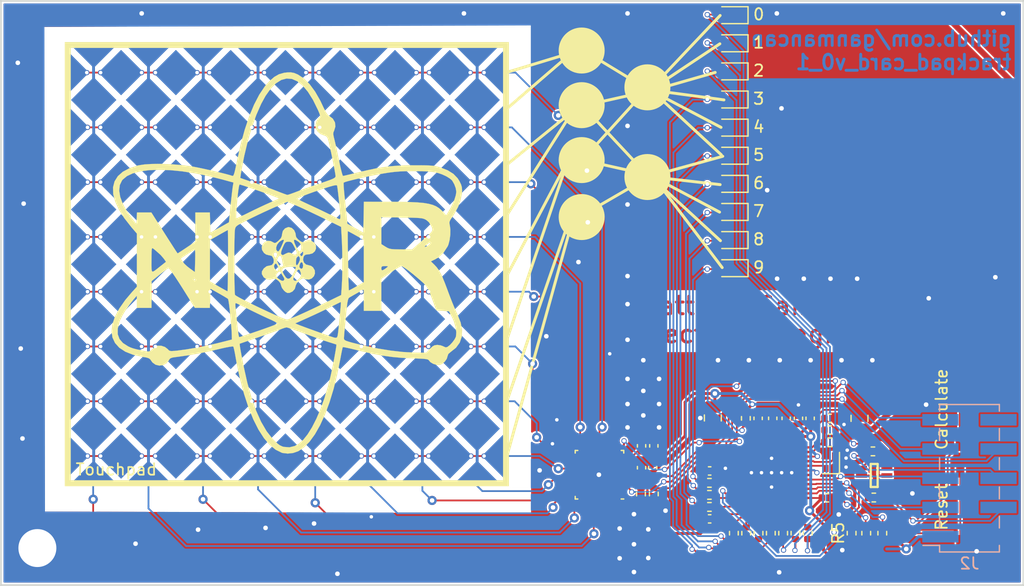
<source format=kicad_pcb>
(kicad_pcb (version 20171130) (host pcbnew "(5.1.8)-1")
  (layers (0 F.Cu signal hide) (31 B.Cu signal hide) (34 B.Paste user hide) (35 F.Paste user hide) (36 B.SilkS user hide) (37 F.SilkS user hide) (38 B.Mask user hide) (39 F.Mask user hide) (44 Edge.Cuts user))
  (net 0 "")
  (net 1 GND)
  (net 2 +3V3)
  (net 3 "Net-(C3-Pad1)")
  (net 4 /TX8)
  (net 5 /TX7)
  (net 6 /TX6)
  (net 7 /TX5)
  (net 8 /TX4)
  (net 9 /TX3)
  (net 10 /TX2)
  (net 11 /TX1)
  (net 12 /TX0)
  (net 13 /RX7)
  (net 14 /RX6)
  (net 15 /RX5)
  (net 16 /RX4)
  (net 17 /RX3)
  (net 18 /RX2)
  (net 19 /RX1)
  (net 20 /RX0)
  (net 21 "Net-(U1-Pad9)")
  (net 22 "Net-(U1-Pad1)")
  (net 23 /SW_IN)
  (net 24 /PGM)
  (net 25 /NRST)
  (net 26 /RDY)
  (net 27 /SCL)
  (net 28 /SDA)
  (net 29 "Net-(IC1-Pad45)")
  (net 30 "Net-(IC1-Pad44)")
  (net 31 "Net-(IC1-Pad42)")
  (net 32 "Net-(IC1-Pad21)")
  (net 33 "Net-(IC1-Pad20)")
  (net 34 "Net-(IC1-Pad18)")
  (net 35 "Net-(IC1-Pad17)")
  (net 36 "Net-(IC1-Pad13)")
  (net 37 "Net-(IC1-Pad12)")
  (net 38 "Net-(IC1-Pad11)")
  (net 39 "Net-(IC1-Pad10)")
  (net 40 "Net-(IC1-Pad2)")
  (net 41 "Net-(D1-Pad2)")
  (net 42 "Net-(D2-Pad2)")
  (net 43 "Net-(D3-Pad2)")
  (net 44 "Net-(D4-Pad2)")
  (net 45 "Net-(D5-Pad2)")
  (net 46 "Net-(D6-Pad2)")
  (net 47 "Net-(D7-Pad2)")
  (net 48 "Net-(D8-Pad2)")
  (net 49 "Net-(D9-Pad2)")
  (net 50 "Net-(D10-Pad2)")
  (net 51 "Net-(C8-Pad2)")
  (net 52 "Net-(C8-Pad1)")
  (net 53 "Net-(C9-Pad2)")
  (net 54 "Net-(C9-Pad1)")
  (net 55 "Net-(C10-Pad1)")
  (net 56 "Net-(C11-Pad1)")
  (net 57 /U0TXD)
  (net 58 /U0RXD)
  (net 59 /GPI0_BOOT)
  (net 60 /CHIP_PU)
  (net 61 /DTR)
  (net 62 /RTS)
  (net 63 "Net-(Q1-Pad5)")
  (net 64 "Net-(Q1-Pad2)")
  (net 65 "Net-(J2-Pad10)")
  (net 66 /SW_RST)
  (net 67 /SW_CALC)
  (net 68 /D1)
  (net 69 /D2)
  (net 70 /D3)
  (net 71 /D4)
  (net 72 /D5)
  (net 73 /D6)
  (net 74 /D7)
  (net 75 /D8)
  (net 76 /D9)
  (net 77 /D0)
  (net 78 "Net-(IC1-Pad36)")
  (net 79 "Net-(IC1-Pad35)")
  (net 80 "Net-(IC1-Pad34)")
  (module SamacSys_Parts:SOT65P210X110-6N (layer F.Cu) (at 134.3992 130.4694 180)
    (fp_text reference Q1 hide)
    (fp_text value MBT6429DW1T1G hide)
    (pad 6 smd rect (at 1.1 -0.65 270) (size 0.4 0.95) (layers F.Cu F.Paste F.Mask) (net 59 /GPI0_BOOT))
    (pad 5 smd rect (at 1.1 0 270) (size 0.4 0.95) (layers F.Cu F.Paste F.Mask) (net 63 "Net-(Q1-Pad5)"))
    (pad 4 smd rect (at 1.1 0.65 270) (size 0.4 0.95) (layers F.Cu F.Paste F.Mask) (net 62 /RTS))
    (pad 3 smd rect (at -1.1 0.65 270) (size 0.4 0.95) (layers F.Cu F.Paste F.Mask) (net 60 /CHIP_PU))
    (pad 2 smd rect (at -1.1 0 270) (size 0.4 0.95) (layers F.Cu F.Paste F.Mask) (net 64 "Net-(Q1-Pad2)"))
    (pad 1 smd rect (at -1.1 -0.65 270) (size 0.4 0.95) (layers F.Cu F.Paste F.Mask) (net 61 /DTR))
  )
  (module Resistor_SMD:R_0402_1005Metric (layer F.Cu) (at 132.4356 135.4836 90)
    (fp_text reference R5 (at 0 -1.17 90) (layer F.SilkS))
    (fp_text value 10k)
    (pad 2 smd roundrect (at 0.51 0 90) (size 0.54 0.64) (layers F.Cu F.Paste F.Mask) (net 59 /GPI0_BOOT))
    (pad 1 smd roundrect (at -0.51 0 90) (size 0.54 0.64) (layers F.Cu F.Paste F.Mask) (net 2 +3V3))
  )
  (module trackpad:Oscillator_SMD_suntsu_ASCO-4Pin_1.6x1.2mm (layer F.Cu) (at 130.5814 129.3114 180)
    (fp_text reference Y1 hide)
    (fp_text value 40MHz)
    (pad 1 smd rect (at 0.4 -0.55 180) (size 0.5 0.6) (layers F.Cu F.Paste F.Mask) (net 30 "Net-(IC1-Pad44)"))
    (pad 2 smd rect (at 0.4 0.55 180) (size 0.5 0.6) (layers F.Cu F.Paste F.Mask) (net 1 GND))
    (pad 3 smd rect (at -0.4 0.55 180) (size 0.5 0.6) (layers F.Cu F.Paste F.Mask) (net 29 "Net-(IC1-Pad45)"))
    (pad 4 smd rect (at -0.4 -0.55 180) (size 0.5 0.6) (layers F.Cu F.Paste F.Mask) (net 1 GND))
  )
  (module Battery:BatteryHolder_Keystone_3034_1x20mm (layer F.Cu) (at 136.7536 101.3968 90)
    (fp_text reference BT1 hide)
    (fp_text value Battery_Cell)
    (pad 1 smd rect (at -10.985 0 90) (size 1.27 5.08) (layers F.Cu F.Paste F.Mask) (net 2 +3V3))
    (pad 1 smd rect (at 10.985 0 90) (size 1.27 5.08) (layers F.Cu F.Paste F.Mask) (net 2 +3V3))
    (pad 2 smd circle (at 0 0 90) (size 17.8 17.8) (layers F.Cu F.Mask) (net 1 GND))
  )
  (module SamacSys_Parts:QFN40P600X600X90-49N-D_vias (layer F.Cu) (at 125.476 130.2258 270)
    (fp_text reference IC1 hide)
    (fp_text value ESP32-D0WDQ6-V3 hide)
    (pad 49 thru_hole circle (at -1.25 0 270) (size 0.508 0.508) (drill 0.3048) (layers *.Cu *.Mask) (net 1 GND))
    (pad 49 thru_hole circle (at 1.25 0 270) (size 0.508 0.508) (drill 0.3048) (layers *.Cu *.Mask) (net 1 GND))
    (pad 49 thru_hole circle (at 0 1.75 270) (size 0.508 0.508) (drill 0.3048) (layers *.Cu *.Mask) (net 1 GND))
    (pad 49 thru_hole circle (at 0 0.875 270) (size 0.508 0.508) (drill 0.3048) (layers *.Cu *.Mask) (net 1 GND))
    (pad 49 thru_hole circle (at 0 0 270) (size 0.508 0.508) (drill 0.3048) (layers *.Cu *.Mask) (net 1 GND))
    (pad 49 thru_hole circle (at 0 -0.875 270) (size 0.508 0.508) (drill 0.3048) (layers *.Cu *.Mask) (net 1 GND))
    (pad 49 thru_hole circle (at 0 -1.75 270) (size 0.508 0.508) (drill 0.3048) (layers *.Cu *.Mask) (net 1 GND))
    (pad 49 smd rect (at 0 0 270) (size 4.349999 4.349999) (layers F.Cu F.Mask) (net 1 GND))
    (pad 48 smd rect (at -2.2 -2.95 270) (size 0.2 0.85) (layers F.Cu F.Paste F.Mask) (net 55 "Net-(C10-Pad1)"))
    (pad 47 smd rect (at -1.8 -2.95 270) (size 0.2 0.85) (layers F.Cu F.Paste F.Mask) (net 56 "Net-(C11-Pad1)"))
    (pad 46 smd rect (at -1.4 -2.95 270) (size 0.2 0.85) (layers F.Cu F.Paste F.Mask) (net 2 +3V3))
    (pad 45 smd rect (at -1 -2.95 270) (size 0.2 0.85) (layers F.Cu F.Paste F.Mask) (net 29 "Net-(IC1-Pad45)"))
    (pad 44 smd rect (at -0.6 -2.95 270) (size 0.2 0.85) (layers F.Cu F.Paste F.Mask) (net 30 "Net-(IC1-Pad44)"))
    (pad 43 smd rect (at -0.2 -2.95 270) (size 0.2 0.85) (layers F.Cu F.Paste F.Mask) (net 2 +3V3))
    (pad 42 smd rect (at 0.2 -2.95 270) (size 0.2 0.85) (layers F.Cu F.Paste F.Mask) (net 31 "Net-(IC1-Pad42)"))
    (pad 41 smd rect (at 0.6 -2.95 270) (size 0.2 0.85) (layers F.Cu F.Paste F.Mask) (net 57 /U0TXD))
    (pad 40 smd rect (at 1 -2.95 270) (size 0.2 0.85) (layers F.Cu F.Paste F.Mask) (net 58 /U0RXD))
    (pad 39 smd rect (at 1.4 -2.95 270) (size 0.2 0.85) (layers F.Cu F.Paste F.Mask) (net 67 /SW_CALC))
    (pad 38 smd rect (at 1.8 -2.95 270) (size 0.2 0.85) (layers F.Cu F.Paste F.Mask) (net 66 /SW_RST))
    (pad 37 smd rect (at 2.2 -2.95 270) (size 0.2 0.85) (layers F.Cu F.Paste F.Mask) (net 2 +3V3))
    (pad 36 smd rect (at 2.95 -2.2) (size 0.2 0.85) (layers F.Cu F.Paste F.Mask) (net 78 "Net-(IC1-Pad36)"))
    (pad 35 smd rect (at 2.95 -1.8) (size 0.2 0.85) (layers F.Cu F.Paste F.Mask) (net 79 "Net-(IC1-Pad35)"))
    (pad 34 smd rect (at 2.95 -1.4) (size 0.2 0.85) (layers F.Cu F.Paste F.Mask) (net 80 "Net-(IC1-Pad34)"))
    (pad 33 smd rect (at 2.95 -1) (size 0.2 0.85) (layers F.Cu F.Paste F.Mask) (net 77 /D0))
    (pad 32 smd rect (at 2.95 -0.6) (size 0.2 0.85) (layers F.Cu F.Paste F.Mask) (net 68 /D1))
    (pad 31 smd rect (at 2.95 -0.2) (size 0.2 0.85) (layers F.Cu F.Paste F.Mask) (net 69 /D2))
    (pad 30 smd rect (at 2.95 0.2) (size 0.2 0.85) (layers F.Cu F.Paste F.Mask) (net 70 /D3))
    (pad 29 smd rect (at 2.95 0.6) (size 0.2 0.85) (layers F.Cu F.Paste F.Mask) (net 71 /D4))
    (pad 28 smd rect (at 2.95 1) (size 0.2 0.85) (layers F.Cu F.Paste F.Mask) (net 72 /D5))
    (pad 27 smd rect (at 2.95 1.4) (size 0.2 0.85) (layers F.Cu F.Paste F.Mask) (net 73 /D6))
    (pad 26 smd rect (at 2.95 1.8) (size 0.2 0.85) (layers F.Cu F.Paste F.Mask) (net 2 +3V3))
    (pad 25 smd rect (at 2.95 2.2) (size 0.2 0.85) (layers F.Cu F.Paste F.Mask) (net 74 /D7))
    (pad 24 smd rect (at 2.2 2.95 270) (size 0.2 0.85) (layers F.Cu F.Paste F.Mask) (net 75 /D8))
    (pad 23 smd rect (at 1.8 2.95 270) (size 0.2 0.85) (layers F.Cu F.Paste F.Mask) (net 59 /GPI0_BOOT))
    (pad 22 smd rect (at 1.4 2.95 270) (size 0.2 0.85) (layers F.Cu F.Paste F.Mask) (net 76 /D9))
    (pad 21 smd rect (at 1 2.95 270) (size 0.2 0.85) (layers F.Cu F.Paste F.Mask) (net 32 "Net-(IC1-Pad21)"))
    (pad 20 smd rect (at 0.6 2.95 270) (size 0.2 0.85) (layers F.Cu F.Paste F.Mask) (net 33 "Net-(IC1-Pad20)"))
    (pad 19 smd rect (at 0.2 2.95 270) (size 0.2 0.85) (layers F.Cu F.Paste F.Mask) (net 2 +3V3))
    (pad 18 smd rect (at -0.2 2.95 270) (size 0.2 0.85) (layers F.Cu F.Paste F.Mask) (net 34 "Net-(IC1-Pad18)"))
    (pad 17 smd rect (at -0.6 2.95 270) (size 0.2 0.85) (layers F.Cu F.Paste F.Mask) (net 35 "Net-(IC1-Pad17)"))
    (pad 16 smd rect (at -1 2.95 270) (size 0.2 0.85) (layers F.Cu F.Paste F.Mask) (net 27 /SCL))
    (pad 15 smd rect (at -1.4 2.95 270) (size 0.2 0.85) (layers F.Cu F.Paste F.Mask) (net 28 /SDA))
    (pad 14 smd rect (at -1.8 2.95 270) (size 0.2 0.85) (layers F.Cu F.Paste F.Mask) (net 26 /RDY))
    (pad 13 smd rect (at -2.2 2.95 270) (size 0.2 0.85) (layers F.Cu F.Paste F.Mask) (net 36 "Net-(IC1-Pad13)"))
    (pad 12 smd rect (at -2.95 2.2) (size 0.2 0.85) (layers F.Cu F.Paste F.Mask) (net 37 "Net-(IC1-Pad12)"))
    (pad 11 smd rect (at -2.95 1.8) (size 0.2 0.85) (layers F.Cu F.Paste F.Mask) (net 38 "Net-(IC1-Pad11)"))
    (pad 10 smd rect (at -2.95 1.4) (size 0.2 0.85) (layers F.Cu F.Paste F.Mask) (net 39 "Net-(IC1-Pad10)"))
    (pad 9 smd rect (at -2.95 1) (size 0.2 0.85) (layers F.Cu F.Paste F.Mask) (net 60 /CHIP_PU))
    (pad 8 smd rect (at -2.95 0.6) (size 0.2 0.85) (layers F.Cu F.Paste F.Mask) (net 53 "Net-(C9-Pad2)"))
    (pad 7 smd rect (at -2.95 0.2) (size 0.2 0.85) (layers F.Cu F.Paste F.Mask) (net 54 "Net-(C9-Pad1)"))
    (pad 6 smd rect (at -2.95 -0.2) (size 0.2 0.85) (layers F.Cu F.Paste F.Mask) (net 51 "Net-(C8-Pad2)"))
    (pad 5 smd rect (at -2.95 -0.6) (size 0.2 0.85) (layers F.Cu F.Paste F.Mask) (net 52 "Net-(C8-Pad1)"))
    (pad 4 smd rect (at -2.95 -1) (size 0.2 0.85) (layers F.Cu F.Paste F.Mask) (net 2 +3V3))
    (pad 3 smd rect (at -2.95 -1.4) (size 0.2 0.85) (layers F.Cu F.Paste F.Mask) (net 2 +3V3))
    (pad 2 smd rect (at -2.95 -1.8) (size 0.2 0.85) (layers F.Cu F.Paste F.Mask) (net 40 "Net-(IC1-Pad2)"))
    (pad 1 smd rect (at -2.95 -2.2) (size 0.2 0.85) (layers F.Cu F.Paste F.Mask) (net 2 +3V3))
  )
  (module trackpad:trackpad_art (layer F.Cu) (at 83.3374 112.0902)
    (fp_text reference G*** hide)
    (fp_text value LOGO hide)
  )
  (module Resistor_SMD:R_0402_1005Metric (layer F.Cu) (at 125.412499 135.4856 270)
    (fp_text reference R14 hide)
    (fp_text value 330)
    (pad 2 smd roundrect (at 0.51 0 270) (size 0.54 0.64) (layers F.Cu F.Paste F.Mask) (net 43 "Net-(D3-Pad2)"))
    (pad 1 smd roundrect (at -0.51 0 270) (size 0.54 0.64) (layers F.Cu F.Paste F.Mask) (net 70 /D3))
  )
  (module Resistor_SMD:R_0402_1005Metric (layer F.Cu) (at 123.270433 135.4856 270)
    (fp_text reference R18 hide)
    (fp_text value 330)
    (pad 2 smd roundrect (at 0.51 0 270) (size 0.54 0.64) (layers F.Cu F.Paste F.Mask) (net 45 "Net-(D5-Pad2)"))
    (pad 1 smd roundrect (at -0.51 0 270) (size 0.54 0.64) (layers F.Cu F.Paste F.Mask) (net 72 /D5))
  )
  (module Resistor_SMD:R_0402_1005Metric (layer F.Cu) (at 126.483532 135.4856 270)
    (fp_text reference R12 hide)
    (fp_text value 330)
    (pad 2 smd roundrect (at 0.51 0 270) (size 0.54 0.64) (layers F.Cu F.Paste F.Mask) (net 42 "Net-(D2-Pad2)"))
    (pad 1 smd roundrect (at -0.51 0 270) (size 0.54 0.64) (layers F.Cu F.Paste F.Mask) (net 69 /D2))
  )
  (module Resistor_SMD:R_0402_1005Metric (layer F.Cu) (at 124.341466 135.4856 270)
    (fp_text reference R16 hide)
    (fp_text value 330)
    (pad 2 smd roundrect (at 0.51 0 270) (size 0.54 0.64) (layers F.Cu F.Paste F.Mask) (net 44 "Net-(D4-Pad2)"))
    (pad 1 smd roundrect (at -0.51 0 270) (size 0.54 0.64) (layers F.Cu F.Paste F.Mask) (net 71 /D4))
  )
  (module Resistor_SMD:R_0402_1005Metric (layer F.Cu) (at 127.554565 135.4856 270)
    (fp_text reference R10 hide)
    (fp_text value 330)
    (pad 2 smd roundrect (at 0.51 0 270) (size 0.54 0.64) (layers F.Cu F.Paste F.Mask) (net 41 "Net-(D1-Pad2)"))
    (pad 1 smd roundrect (at -0.51 0 270) (size 0.54 0.64) (layers F.Cu F.Paste F.Mask) (net 68 /D1))
  )
  (module Resistor_SMD:R_0402_1005Metric (layer F.Cu) (at 122.1994 135.4856 270)
    (fp_text reference R11 hide)
    (fp_text value 330)
    (pad 2 smd roundrect (at 0.51 0 270) (size 0.54 0.64) (layers F.Cu F.Paste F.Mask) (net 46 "Net-(D6-Pad2)"))
    (pad 1 smd roundrect (at -0.51 0 270) (size 0.54 0.64) (layers F.Cu F.Paste F.Mask) (net 73 /D6))
  )
  (module Resistor_SMD:R_0402_1005Metric (layer F.Cu) (at 128.6256 135.4856 270)
    (fp_text reference R19 hide)
    (fp_text value 330)
    (pad 2 smd roundrect (at 0.51 0 270) (size 0.54 0.64) (layers F.Cu F.Paste F.Mask) (net 50 "Net-(D10-Pad2)"))
    (pad 1 smd roundrect (at -0.51 0 270) (size 0.54 0.64) (layers F.Cu F.Paste F.Mask) (net 77 /D0))
  )
  (module Resistor_SMD:R_0402_1005Metric (layer F.Cu) (at 120.0738 131.1098 180)
    (fp_text reference R17 hide)
    (fp_text value 330)
    (pad 1 smd roundrect (at -0.51 0 180) (size 0.54 0.64) (layers F.Cu F.Paste F.Mask) (net 76 /D9))
    (pad 2 smd roundrect (at 0.51 0 180) (size 0.54 0.64) (layers F.Cu F.Paste F.Mask) (net 49 "Net-(D9-Pad2)"))
  )
  (module Resistor_SMD:R_0402_1005Metric (layer F.Cu) (at 120.0738 132.1562 180)
    (fp_text reference R15 hide)
    (fp_text value 330)
    (pad 1 smd roundrect (at -0.51 0 180) (size 0.54 0.64) (layers F.Cu F.Paste F.Mask) (net 75 /D8))
    (pad 2 smd roundrect (at 0.51 0 180) (size 0.54 0.64) (layers F.Cu F.Paste F.Mask) (net 48 "Net-(D8-Pad2)"))
  )
  (module Resistor_SMD:R_0402_1005Metric (layer F.Cu) (at 120.0738 133.2026 180)
    (fp_text reference R13 hide)
    (fp_text value 330)
    (pad 2 smd roundrect (at 0.51 0 180) (size 0.54 0.64) (layers F.Cu F.Paste F.Mask) (net 47 "Net-(D7-Pad2)"))
    (pad 1 smd roundrect (at -0.51 0 180) (size 0.54 0.64) (layers F.Cu F.Paste F.Mask) (net 74 /D7))
  )
  (module trackpad:SW_pts526_1.5mm (layer F.Cu) (at 141.840999 127.835001 90)
    (fp_text reference SW2 hide)
    (fp_text value SW_Push)
    (pad 1 smd rect (at 6 0 90) (size 1 0.7) (layers F.Cu F.Paste F.Mask) (net 67 /SW_CALC))
    (pad 2 smd rect (at 0 3.7 90) (size 1 0.7) (layers F.Cu F.Paste F.Mask) (net 1 GND))
    (pad 2 smd rect (at 6 3.7 90) (size 1 0.7) (layers F.Cu F.Paste F.Mask) (net 1 GND))
    (pad 1 smd rect (at 0 0 90) (size 1 0.7) (layers F.Cu F.Paste F.Mask) (net 67 /SW_CALC))
  )
  (module Resistor_SMD:R_0402_1005Metric (layer F.Cu) (at 135.1026 135.4856 270)
    (fp_text reference R9 hide)
    (fp_text value 10k)
    (pad 2 smd roundrect (at 0.51 0 270) (size 0.54 0.64) (layers F.Cu F.Paste F.Mask) (net 2 +3V3))
    (pad 1 smd roundrect (at -0.51 0 270) (size 0.54 0.64) (layers F.Cu F.Paste F.Mask) (net 67 /SW_CALC))
  )
  (module Resistor_SMD:R_0402_1005Metric (layer F.Cu) (at 133.7056 135.4856 270)
    (fp_text reference R8 hide)
    (fp_text value 10k)
    (pad 2 smd roundrect (at 0.51 0 270) (size 0.54 0.64) (layers F.Cu F.Paste F.Mask) (net 2 +3V3))
    (pad 1 smd roundrect (at -0.51 0 270) (size 0.54 0.64) (layers F.Cu F.Paste F.Mask) (net 66 /SW_RST))
  )
  (module Connector_PinHeader_2.54mm:PinHeader_2x05_P2.54mm_Vertical_SMD (layer B.Cu) (at 142.6822 130.7084)
    (fp_text reference J2 (at 0 7.41) (layer B.SilkS) (effects (justify mirror)))
    (fp_text value "Programming Header")
    (pad 10 smd rect (at 2.525 -5.08) (size 3.15 1) (layers B.Cu B.Paste B.Mask) (net 65 "Net-(J2-Pad10)"))
    (pad 9 smd rect (at -2.525 -5.08) (size 3.15 1) (layers B.Cu B.Paste B.Mask) (net 27 /SCL))
    (pad 8 smd rect (at 2.525 -2.54) (size 3.15 1) (layers B.Cu B.Paste B.Mask) (net 26 /RDY))
    (pad 7 smd rect (at -2.525 -2.54) (size 3.15 1) (layers B.Cu B.Paste B.Mask) (net 28 /SDA))
    (pad 6 smd rect (at 2.525 0) (size 3.15 1) (layers B.Cu B.Paste B.Mask) (net 62 /RTS))
    (pad 5 smd rect (at -2.525 0) (size 3.15 1) (layers B.Cu B.Paste B.Mask) (net 57 /U0TXD))
    (pad 4 smd rect (at 2.525 2.54) (size 3.15 1) (layers B.Cu B.Paste B.Mask) (net 61 /DTR))
    (pad 3 smd rect (at -2.525 2.54) (size 3.15 1) (layers B.Cu B.Paste B.Mask) (net 58 /U0RXD))
    (pad 2 smd rect (at 2.525 5.08) (size 3.15 1) (layers B.Cu B.Paste B.Mask) (net 1 GND))
    (pad 1 smd rect (at -2.525 5.08) (size 3.15 1) (layers B.Cu B.Paste B.Mask) (net 2 +3V3))
  )
  (module Resistor_SMD:R_0402_1005Metric (layer F.Cu) (at 134.366 132.3848 180)
    (fp_text reference R7 hide)
    (fp_text value 10k)
    (pad 2 smd roundrect (at 0.51 0 180) (size 0.54 0.64) (layers F.Cu F.Paste F.Mask) (net 63 "Net-(Q1-Pad5)"))
    (pad 1 smd roundrect (at -0.51 0 180) (size 0.54 0.64) (layers F.Cu F.Paste F.Mask) (net 61 /DTR))
  )
  (module Resistor_SMD:R_0402_1005Metric (layer F.Cu) (at 134.2898 128.371601 180)
    (fp_text reference R6 hide)
    (fp_text value 10k)
    (pad 2 smd roundrect (at 0.51 0 180) (size 0.54 0.64) (layers F.Cu F.Paste F.Mask) (net 62 /RTS))
    (pad 1 smd roundrect (at -0.51 0 180) (size 0.54 0.64) (layers F.Cu F.Paste F.Mask) (net 64 "Net-(Q1-Pad2)"))
  )
  (module Capacitor_SMD:C_0805_2012Metric (layer F.Cu) (at 133.1214 125.5014 90)
    (fp_text reference C17 hide)
    (fp_text value 22uF)
    (pad 2 smd roundrect (at 0.95 0 90) (size 1 1.45) (layers F.Cu F.Paste F.Mask) (net 1 GND))
    (pad 1 smd roundrect (at -0.95 0 90) (size 1 1.45) (layers F.Cu F.Paste F.Mask) (net 2 +3V3))
  )
  (module Capacitor_SMD:C_0805_2012Metric (layer F.Cu) (at 120.3706 125.4658 270)
    (fp_text reference C16 hide)
    (fp_text value 22uF)
    (pad 2 smd roundrect (at 0.95 0 270) (size 1 1.45) (layers F.Cu F.Paste F.Mask) (net 1 GND))
    (pad 1 smd roundrect (at -0.95 0 270) (size 1 1.45) (layers F.Cu F.Paste F.Mask) (net 2 +3V3))
  )
  (module trackpad:SW_pts526_1.5mm (layer F.Cu) (at 141.8844 136.144 90)
    (fp_text reference SW1 hide)
    (fp_text value SW_Push)
    (pad 1 smd rect (at 6 0 90) (size 1 0.7) (layers F.Cu F.Paste F.Mask) (net 66 /SW_RST))
    (pad 2 smd rect (at 0 3.7 90) (size 1 0.7) (layers F.Cu F.Paste F.Mask) (net 1 GND))
    (pad 2 smd rect (at 6 3.7 90) (size 1 0.7) (layers F.Cu F.Paste F.Mask) (net 1 GND))
    (pad 1 smd rect (at 0 0 90) (size 1 0.7) (layers F.Cu F.Paste F.Mask) (net 66 /SW_RST))
  )
  (module Resistor_SMD:R_0402_1005Metric (layer F.Cu) (at 130.556 127.5842)
    (fp_text reference R4 hide)
    (fp_text value 20k)
    (pad 2 smd roundrect (at 0.51 0) (size 0.54 0.64) (layers F.Cu F.Paste F.Mask) (net 55 "Net-(C10-Pad1)"))
    (pad 1 smd roundrect (at -0.51 0) (size 0.54 0.64) (layers F.Cu F.Paste F.Mask) (net 56 "Net-(C11-Pad1)"))
  )
  (module Resistor_SMD:R_0402_1005Metric (layer F.Cu) (at 123.2408 125.4994 270)
    (fp_text reference R3 hide)
    (fp_text value 10k)
    (pad 2 smd roundrect (at 0.51 0 270) (size 0.54 0.64) (layers F.Cu F.Paste F.Mask) (net 60 /CHIP_PU))
    (pad 1 smd roundrect (at -0.51 0 270) (size 0.54 0.64) (layers F.Cu F.Paste F.Mask) (net 2 +3V3))
  )
  (module Capacitor_SMD:C_0402_1005Metric (layer F.Cu) (at 120.0938 134.239 180)
    (fp_text reference C14 hide)
    (fp_text value 1uF)
    (pad 2 smd roundrect (at 0.48 0 180) (size 0.56 0.62) (layers F.Cu F.Paste F.Mask) (net 1 GND))
    (pad 1 smd roundrect (at -0.48 0 180) (size 0.56 0.62) (layers F.Cu F.Paste F.Mask) (net 2 +3V3))
  )
  (module Capacitor_SMD:C_0402_1005Metric (layer F.Cu) (at 130.33 132.4102)
    (fp_text reference C13 hide)
    (fp_text value 0.1uF)
    (pad 2 smd roundrect (at 0.48 0) (size 0.56 0.62) (layers F.Cu F.Paste F.Mask) (net 1 GND))
    (pad 1 smd roundrect (at -0.48 0) (size 0.56 0.62) (layers F.Cu F.Paste F.Mask) (net 2 +3V3))
  )
  (module Capacitor_SMD:C_0402_1005Metric (layer F.Cu) (at 120.0938 130.0734 180)
    (fp_text reference C12 hide)
    (fp_text value 0.1uF)
    (pad 2 smd roundrect (at 0.48 0 180) (size 0.56 0.62) (layers F.Cu F.Paste F.Mask) (net 1 GND))
    (pad 1 smd roundrect (at -0.48 0 180) (size 0.56 0.62) (layers F.Cu F.Paste F.Mask) (net 2 +3V3))
  )
  (module Capacitor_SMD:C_0402_1005Metric (layer F.Cu) (at 130.556 126.5174)
    (fp_text reference C11 hide)
    (fp_text value 3nF)
    (pad 2 smd roundrect (at 0.48 0) (size 0.56 0.62) (layers F.Cu F.Paste F.Mask) (net 55 "Net-(C10-Pad1)"))
    (pad 1 smd roundrect (at -0.48 0) (size 0.56 0.62) (layers F.Cu F.Paste F.Mask) (net 56 "Net-(C11-Pad1)"))
  )
  (module Capacitor_SMD:C_0402_1005Metric (layer F.Cu) (at 130.556 125.5014)
    (fp_text reference C10 hide)
    (fp_text value 10nF)
    (pad 2 smd roundrect (at 0.48 0) (size 0.56 0.62) (layers F.Cu F.Paste F.Mask) (net 1 GND))
    (pad 1 smd roundrect (at -0.48 0) (size 0.56 0.62) (layers F.Cu F.Paste F.Mask) (net 55 "Net-(C10-Pad1)"))
  )
  (module Capacitor_SMD:C_0402_1005Metric (layer F.Cu) (at 124.3076 125.5014 270)
    (fp_text reference C9 hide)
    (fp_text value 270pF)
    (pad 2 smd roundrect (at 0.48 0 270) (size 0.56 0.62) (layers F.Cu F.Paste F.Mask) (net 53 "Net-(C9-Pad2)"))
    (pad 1 smd roundrect (at -0.48 0 270) (size 0.56 0.62) (layers F.Cu F.Paste F.Mask) (net 54 "Net-(C9-Pad1)"))
  )
  (module Capacitor_SMD:C_0402_1005Metric (layer F.Cu) (at 125.5776 125.5014 270)
    (fp_text reference C8 hide)
    (fp_text value 270pF)
    (pad 2 smd roundrect (at 0.48 0 270) (size 0.56 0.62) (layers F.Cu F.Paste F.Mask) (net 51 "Net-(C8-Pad2)"))
    (pad 1 smd roundrect (at -0.48 0 270) (size 0.56 0.62) (layers F.Cu F.Paste F.Mask) (net 52 "Net-(C8-Pad1)"))
  )
  (module Capacitor_SMD:C_0402_1005Metric (layer F.Cu) (at 127.8128 125.5014 90)
    (fp_text reference C7 hide)
    (fp_text value 1uF)
    (pad 2 smd roundrect (at 0.48 0 90) (size 0.56 0.62) (layers F.Cu F.Paste F.Mask) (net 1 GND))
    (pad 1 smd roundrect (at -0.48 0 90) (size 0.56 0.62) (layers F.Cu F.Paste F.Mask) (net 2 +3V3))
  )
  (module Capacitor_SMD:C_0402_1005Metric (layer F.Cu) (at 126.746 125.5014 90)
    (fp_text reference C6 hide)
    (fp_text value 10uF)
    (pad 2 smd roundrect (at 0.48 0 90) (size 0.56 0.62) (layers F.Cu F.Paste F.Mask) (net 1 GND))
    (pad 1 smd roundrect (at -0.48 0 90) (size 0.56 0.62) (layers F.Cu F.Paste F.Mask) (net 2 +3V3))
  )
  (module Capacitor_SMD:C_0402_1005Metric (layer F.Cu) (at 128.8288 125.5014 90)
    (fp_text reference C5 hide)
    (fp_text value 0.1uF)
    (pad 2 smd roundrect (at 0.48 0 90) (size 0.56 0.62) (layers F.Cu F.Paste F.Mask) (net 1 GND))
    (pad 1 smd roundrect (at -0.48 0 90) (size 0.56 0.62) (layers F.Cu F.Paste F.Mask) (net 2 +3V3))
  )
  (module Resistor_SMD:R_0402_1005Metric (layer F.Cu) (at 115.2398 132.078 270)
    (fp_text reference R2 hide)
    (fp_text value 4.7k)
    (pad 2 smd roundrect (at 0.51 0 270) (size 0.54 0.64) (layers F.Cu F.Paste F.Mask) (net 2 +3V3))
    (pad 1 smd roundrect (at -0.51 0 270) (size 0.54 0.64) (layers F.Cu F.Paste F.Mask) (net 27 /SCL))
  )
  (module Resistor_SMD:R_0402_1005Metric (layer F.Cu) (at 114.1222 132.08 270)
    (fp_text reference R1 hide)
    (fp_text value 4.7k)
    (pad 2 smd roundrect (at 0.51 0 270) (size 0.54 0.64) (layers F.Cu F.Paste F.Mask) (net 2 +3V3))
    (pad 1 smd roundrect (at -0.51 0 270) (size 0.54 0.64) (layers F.Cu F.Paste F.Mask) (net 28 /SDA))
  )
  (module LED_SMD:LED_0603_1608Metric (layer F.Cu) (at 121.945501 90.4494 180)
    (fp_text reference D10 hide)
    (fp_text value LED)
    (pad 2 smd roundrect (at 0.7875 0 180) (size 0.875 0.95) (layers F.Cu F.Paste F.Mask) (net 50 "Net-(D10-Pad2)"))
    (pad 1 smd roundrect (at -0.7875 0 180) (size 0.875 0.95) (layers F.Cu F.Paste F.Mask) (net 1 GND))
  )
  (module LED_SMD:LED_0603_1608Metric (layer F.Cu) (at 121.945501 112.4458 180)
    (fp_text reference D9 hide)
    (fp_text value LED)
    (pad 2 smd roundrect (at 0.7875 0 180) (size 0.875 0.95) (layers F.Cu F.Paste F.Mask) (net 49 "Net-(D9-Pad2)"))
    (pad 1 smd roundrect (at -0.7875 0 180) (size 0.875 0.95) (layers F.Cu F.Paste F.Mask) (net 1 GND))
  )
  (module LED_SMD:LED_0603_1608Metric (layer F.Cu) (at 121.945501 110.001752 180)
    (fp_text reference D8 hide)
    (fp_text value LED)
    (pad 2 smd roundrect (at 0.7875 0 180) (size 0.875 0.95) (layers F.Cu F.Paste F.Mask) (net 48 "Net-(D8-Pad2)"))
    (pad 1 smd roundrect (at -0.7875 0 180) (size 0.875 0.95) (layers F.Cu F.Paste F.Mask) (net 1 GND))
  )
  (module LED_SMD:LED_0603_1608Metric (layer F.Cu) (at 121.945501 107.557708 180)
    (fp_text reference D7 hide)
    (fp_text value LED)
    (pad 2 smd roundrect (at 0.7875 0 180) (size 0.875 0.95) (layers F.Cu F.Paste F.Mask) (net 47 "Net-(D7-Pad2)"))
    (pad 1 smd roundrect (at -0.7875 0 180) (size 0.875 0.95) (layers F.Cu F.Paste F.Mask) (net 1 GND))
  )
  (module LED_SMD:LED_0603_1608Metric (layer F.Cu) (at 121.945501 105.113664 180)
    (fp_text reference D6 hide)
    (fp_text value LED)
    (pad 2 smd roundrect (at 0.7875 0 180) (size 0.875 0.95) (layers F.Cu F.Paste F.Mask) (net 46 "Net-(D6-Pad2)"))
    (pad 1 smd roundrect (at -0.7875 0 180) (size 0.875 0.95) (layers F.Cu F.Paste F.Mask) (net 1 GND))
  )
  (module LED_SMD:LED_0603_1608Metric (layer F.Cu) (at 121.945501 102.66962 180)
    (fp_text reference D5 hide)
    (fp_text value LED)
    (pad 2 smd roundrect (at 0.7875 0 180) (size 0.875 0.95) (layers F.Cu F.Paste F.Mask) (net 45 "Net-(D5-Pad2)"))
    (pad 1 smd roundrect (at -0.7875 0 180) (size 0.875 0.95) (layers F.Cu F.Paste F.Mask) (net 1 GND))
  )
  (module LED_SMD:LED_0603_1608Metric (layer F.Cu) (at 121.945501 100.225576 180)
    (fp_text reference D4 hide)
    (fp_text value LED)
    (pad 2 smd roundrect (at 0.7875 0 180) (size 0.875 0.95) (layers F.Cu F.Paste F.Mask) (net 44 "Net-(D4-Pad2)"))
    (pad 1 smd roundrect (at -0.7875 0 180) (size 0.875 0.95) (layers F.Cu F.Paste F.Mask) (net 1 GND))
  )
  (module LED_SMD:LED_0603_1608Metric (layer F.Cu) (at 121.945501 97.781532 180)
    (fp_text reference D3 hide)
    (fp_text value LED)
    (pad 2 smd roundrect (at 0.7875 0 180) (size 0.875 0.95) (layers F.Cu F.Paste F.Mask) (net 43 "Net-(D3-Pad2)"))
    (pad 1 smd roundrect (at -0.7875 0 180) (size 0.875 0.95) (layers F.Cu F.Paste F.Mask) (net 1 GND))
  )
  (module LED_SMD:LED_0603_1608Metric (layer F.Cu) (at 121.945501 95.337488 180)
    (fp_text reference D2 hide)
    (fp_text value LED)
    (pad 2 smd roundrect (at 0.7875 0 180) (size 0.875 0.95) (layers F.Cu F.Paste F.Mask) (net 42 "Net-(D2-Pad2)"))
    (pad 1 smd roundrect (at -0.7875 0 180) (size 0.875 0.95) (layers F.Cu F.Paste F.Mask) (net 1 GND))
  )
  (module LED_SMD:LED_0603_1608Metric (layer F.Cu) (at 121.945501 92.893444 180)
    (fp_text reference D1 hide)
    (fp_text value LED hide)
    (pad 2 smd roundrect (at 0.7875 0 180) (size 0.875 0.95) (layers F.Cu F.Paste F.Mask) (net 41 "Net-(D1-Pad2)"))
    (pad 1 smd roundrect (at -0.7875 0 180) (size 0.875 0.95) (layers F.Cu F.Paste F.Mask) (net 1 GND))
  )
  (module Capacitor_SMD:C_0402_1005Metric (layer F.Cu) (at 114.173 127.8916 90)
    (fp_text reference C4 hide)
    (fp_text value 1uF)
    (pad 2 smd roundrect (at 0.48 0 90) (size 0.56 0.62) (layers F.Cu F.Paste F.Mask) (net 1 GND))
    (pad 1 smd roundrect (at -0.48 0 90) (size 0.56 0.62) (layers F.Cu F.Paste F.Mask) (net 3 "Net-(C3-Pad1)"))
  )
  (module Capacitor_SMD:C_0402_1005Metric (layer F.Cu) (at 115.2398 127.8916 270)
    (fp_text reference C3 hide)
    (fp_text value 100pF)
    (pad 2 smd roundrect (at 0.48 0 270) (size 0.56 0.62) (layers F.Cu F.Paste F.Mask) (net 1 GND))
    (pad 1 smd roundrect (at -0.48 0 270) (size 0.56 0.62) (layers F.Cu F.Paste F.Mask) (net 3 "Net-(C3-Pad1)"))
  )
  (module Capacitor_SMD:C_0402_1005Metric (layer F.Cu) (at 115.1382 129.794 90)
    (fp_text reference C2 hide)
    (fp_text value 1uF)
    (pad 2 smd roundrect (at 0.48 0 90) (size 0.56 0.62) (layers F.Cu F.Paste F.Mask) (net 1 GND))
    (pad 1 smd roundrect (at -0.48 0 90) (size 0.56 0.62) (layers F.Cu F.Paste F.Mask) (net 2 +3V3))
  )
  (module Capacitor_SMD:C_0402_1005Metric (layer F.Cu) (at 114.173 129.794 90)
    (fp_text reference C1 hide)
    (fp_text value 100pF)
    (pad 2 smd roundrect (at 0.48 0 90) (size 0.56 0.62) (layers F.Cu F.Paste F.Mask) (net 1 GND))
    (pad 1 smd roundrect (at -0.48 0 90) (size 0.56 0.62) (layers F.Cu F.Paste F.Mask) (net 2 +3V3))
  )
  (module trackpad:trackpad_rect (layer B.Cu) (at 102.5398 112.14608 270)
    (fp_text reference J1 hide)
    (fp_text value Touchpad)
    (pad 9 smd trapezoid (at 19.0119 2.65938 180) (size 1.977898 1.977898) (rect_delta 0 -1.977644) (drill (offset 0 0.988949)) (layers B.Cu B.Paste B.Mask) (net 12 /TX0))
    (pad 10 smd trapezoid (at 19.0119 7.42188 180) (size 1.977898 1.977898) (rect_delta 0 -1.977644) (drill (offset 0 0.988949)) (layers B.Cu B.Paste B.Mask) (net 11 /TX1))
    (pad 11 smd trapezoid (at 19.0119 12.18438 180) (size 1.977898 1.977898) (rect_delta 0 -1.977644) (drill (offset 0 0.988949)) (layers B.Cu B.Paste B.Mask) (net 10 /TX2))
    (pad 12 smd trapezoid (at 19.0119 16.94688 180) (size 1.977898 1.977898) (rect_delta 0 -1.977644) (drill (offset 0 0.988949)) (layers B.Cu B.Paste B.Mask) (net 9 /TX3))
    (pad 13 smd trapezoid (at 19.0119 21.70938 180) (size 1.977898 1.977898) (rect_delta 0 -1.977644) (drill (offset 0 0.988949)) (layers B.Cu B.Paste B.Mask) (net 8 /TX4))
    (pad 14 smd trapezoid (at 19.0119 26.47188 180) (size 1.977898 1.977898) (rect_delta 0 -1.977644) (drill (offset 0 0.988949)) (layers B.Cu B.Paste B.Mask) (net 7 /TX5))
    (pad 15 smd trapezoid (at 19.0119 31.23438 180) (size 1.977898 1.977898) (rect_delta 0 -1.977644) (drill (offset 0 0.988949)) (layers B.Cu B.Paste B.Mask) (net 6 /TX6))
    (pad 8 smd trapezoid (at 16.63192 0.2794 270) (size 1.977898 1.977898) (rect_delta 0 -1.977644) (drill (offset 0 0.988949)) (layers B.Cu B.Paste B.Mask) (net 13 /RX7))
    (pad 7 smd trapezoid (at 11.86942 0.2794 270) (size 1.977898 1.977898) (rect_delta 0 -1.977644) (drill (offset 0 0.988949)) (layers B.Cu B.Paste B.Mask) (net 14 /RX6))
    (pad 6 smd trapezoid (at 7.10692 0.2794 270) (size 1.977898 1.977898) (rect_delta 0 -1.977644) (drill (offset 0 0.988949)) (layers B.Cu B.Paste B.Mask) (net 15 /RX5))
    (pad 5 smd trapezoid (at 2.34442 0.2794 270) (size 1.977898 1.977898) (rect_delta 0 -1.977644) (drill (offset 0 0.988949)) (layers B.Cu B.Paste B.Mask) (net 16 /RX4))
    (pad 4 smd trapezoid (at -2.41808 0.2794 270) (size 1.977898 1.977898) (rect_delta 0 -1.977644) (drill (offset 0 0.988949)) (layers B.Cu B.Paste B.Mask) (net 17 /RX3))
    (pad 3 smd trapezoid (at -7.18058 0.2794 270) (size 1.977898 1.977898) (rect_delta 0 -1.977644) (drill (offset 0 0.988949)) (layers B.Cu B.Paste B.Mask) (net 18 /RX2))
    (pad 2 smd trapezoid (at -11.94308 0.2794 270) (size 1.977898 1.977898) (rect_delta 0 -1.977644) (drill (offset 0 0.988949)) (layers B.Cu B.Paste B.Mask) (net 19 /RX1))
    (pad 16 smd trapezoid (at 19.0119 35.99688 180) (size 1.977898 1.977898) (rect_delta 0 -1.977644) (drill (offset 0 0.988949)) (layers B.Cu B.Paste B.Mask) (net 5 /TX7))
    (pad 1 smd trapezoid (at -16.70558 0.2794 270) (size 1.977898 1.977898) (rect_delta 0 -1.977644) (drill (offset 0 0.988949)) (layers B.Cu B.Paste B.Mask) (net 20 /RX0))
    (pad 8 smd trapezoid (at 16.63192 38.37686 90) (size 1.977898 1.977898) (rect_delta 0 -1.977644) (drill (offset 0 0.988949)) (layers B.Cu B.Paste B.Mask) (net 13 /RX7))
    (pad 7 smd trapezoid (at 11.86942 38.37686 90) (size 1.977898 1.977898) (rect_delta 0 -1.977644) (drill (offset 0 0.988949)) (layers B.Cu B.Paste B.Mask) (net 14 /RX6))
    (pad 6 smd trapezoid (at 7.10692 38.37686 90) (size 1.977898 1.977898) (rect_delta 0 -1.977644) (drill (offset 0 0.988949)) (layers B.Cu B.Paste B.Mask) (net 15 /RX5))
    (pad 5 smd trapezoid (at 2.34442 38.37686 90) (size 1.977898 1.977898) (rect_delta 0 -1.977644) (drill (offset 0 0.988949)) (layers B.Cu B.Paste B.Mask) (net 16 /RX4))
    (pad 4 smd trapezoid (at -2.41808 38.37686 90) (size 1.977898 1.977898) (rect_delta 0 -1.977644) (drill (offset 0 0.988949)) (layers B.Cu B.Paste B.Mask) (net 17 /RX3))
    (pad 3 smd trapezoid (at -7.18058 38.37686 90) (size 1.977898 1.977898) (rect_delta 0 -1.977644) (drill (offset 0 0.988949)) (layers B.Cu B.Paste B.Mask) (net 18 /RX2))
    (pad 2 smd trapezoid (at -11.94308 38.37686 90) (size 1.977898 1.977898) (rect_delta 0 -1.977644) (drill (offset 0 0.988949)) (layers B.Cu B.Paste B.Mask) (net 19 /RX1))
    (pad 9 smd trapezoid (at -19.08556 2.65938) (size 1.977898 1.977898) (rect_delta 0 -1.977644) (drill (offset 0 0.988949)) (layers B.Cu B.Paste B.Mask) (net 12 /TX0))
    (pad 10 smd trapezoid (at -19.08556 7.42188) (size 1.977898 1.977898) (rect_delta 0 -1.977644) (drill (offset 0 0.988949)) (layers B.Cu B.Paste B.Mask) (net 11 /TX1))
    (pad 11 smd trapezoid (at -19.08556 12.18438) (size 1.977898 1.977898) (rect_delta 0 -1.977644) (drill (offset 0 0.988949)) (layers B.Cu B.Paste B.Mask) (net 10 /TX2))
    (pad 12 smd trapezoid (at -19.08556 16.94688) (size 1.977898 1.977898) (rect_delta 0 -1.977644) (drill (offset 0 0.988949)) (layers B.Cu B.Paste B.Mask) (net 9 /TX3))
    (pad 13 smd trapezoid (at -19.08556 21.70938) (size 1.977898 1.977898) (rect_delta 0 -1.977644) (drill (offset 0 0.988949)) (layers B.Cu B.Paste B.Mask) (net 8 /TX4))
    (pad 14 smd trapezoid (at -19.08556 26.47188) (size 1.977898 1.977898) (rect_delta 0 -1.977644) (drill (offset 0 0.988949)) (layers B.Cu B.Paste B.Mask) (net 7 /TX5))
    (pad 15 smd trapezoid (at -19.08556 31.23438) (size 1.977898 1.977898) (rect_delta 0 -1.977644) (drill (offset 0 0.988949)) (layers B.Cu B.Paste B.Mask) (net 6 /TX6))
    (pad 1 smd trapezoid (at -16.70558 38.37686 90) (size 1.977898 1.977898) (rect_delta 0 -1.977644) (drill (offset 0 0.988949)) (layers B.Cu B.Paste B.Mask) (net 20 /RX0))
    (pad 1 smd rect (at -16.70558 33.6169 225) (size 2.794 2.794) (layers B.Cu B.Paste B.Mask) (net 20 /RX0))
    (pad 2 smd rect (at -11.94308 33.6169 225) (size 2.794 2.794) (layers B.Cu B.Paste B.Mask) (net 19 /RX1))
    (pad 3 smd rect (at -7.18058 33.6169 225) (size 2.794 2.794) (layers B.Cu B.Paste B.Mask) (net 18 /RX2))
    (pad 4 smd rect (at -2.41808 33.6169 225) (size 2.794 2.794) (layers B.Cu B.Paste B.Mask) (net 17 /RX3))
    (pad 5 smd rect (at 2.34442 33.6169 225) (size 2.794 2.794) (layers B.Cu B.Paste B.Mask) (net 16 /RX4))
    (pad 6 smd rect (at 7.10692 33.6169 225) (size 2.794 2.794) (layers B.Cu B.Paste B.Mask) (net 15 /RX5))
    (pad 7 smd rect (at 11.86942 33.6169 225) (size 2.794 2.794) (layers B.Cu B.Paste B.Mask) (net 14 /RX6))
    (pad 8 smd rect (at 16.63192 33.6169 225) (size 2.794 2.794) (layers B.Cu B.Paste B.Mask) (net 13 /RX7))
    (pad 1 smd rect (at -16.70558 28.8544 225) (size 2.794 2.794) (layers B.Cu B.Paste B.Mask) (net 20 /RX0))
    (pad 2 smd rect (at -11.94308 28.8544 225) (size 2.794 2.794) (layers B.Cu B.Paste B.Mask) (net 19 /RX1))
    (pad 3 smd rect (at -7.18058 28.8544 225) (size 2.794 2.794) (layers B.Cu B.Paste B.Mask) (net 18 /RX2))
    (pad 4 smd rect (at -2.41808 28.8544 225) (size 2.794 2.794) (layers B.Cu B.Paste B.Mask) (net 17 /RX3))
    (pad 5 smd rect (at 2.34442 28.8544 225) (size 2.794 2.794) (layers B.Cu B.Paste B.Mask) (net 16 /RX4))
    (pad 6 smd rect (at 7.10692 28.8544 225) (size 2.794 2.794) (layers B.Cu B.Paste B.Mask) (net 15 /RX5))
    (pad 7 smd rect (at 11.86942 28.8544 225) (size 2.794 2.794) (layers B.Cu B.Paste B.Mask) (net 14 /RX6))
    (pad 8 smd rect (at 16.63192 28.8544 225) (size 2.794 2.794) (layers B.Cu B.Paste B.Mask) (net 13 /RX7))
    (pad 1 smd rect (at -16.70558 24.0919 225) (size 2.794 2.794) (layers B.Cu B.Paste B.Mask) (net 20 /RX0))
    (pad 2 smd rect (at -11.94308 24.0919 225) (size 2.794 2.794) (layers B.Cu B.Paste B.Mask) (net 19 /RX1))
    (pad 3 smd rect (at -7.18058 24.0919 225) (size 2.794 2.794) (layers B.Cu B.Paste B.Mask) (net 18 /RX2))
    (pad 4 smd rect (at -2.41808 24.0919 225) (size 2.794 2.794) (layers B.Cu B.Paste B.Mask) (net 17 /RX3))
    (pad 5 smd rect (at 2.34442 24.0919 225) (size 2.794 2.794) (layers B.Cu B.Paste B.Mask) (net 16 /RX4))
    (pad 6 smd rect (at 7.10692 24.0919 225) (size 2.794 2.794) (layers B.Cu B.Paste B.Mask) (net 15 /RX5))
    (pad 7 smd rect (at 11.86942 24.0919 225) (size 2.794 2.794) (layers B.Cu B.Paste B.Mask) (net 14 /RX6))
    (pad 8 smd rect (at 16.63192 24.0919 225) (size 2.794 2.794) (layers B.Cu B.Paste B.Mask) (net 13 /RX7))
    (pad 1 smd rect (at -16.70558 19.3294 225) (size 2.794 2.794) (layers B.Cu B.Paste B.Mask) (net 20 /RX0))
    (pad 2 smd rect (at -11.94308 19.3294 225) (size 2.794 2.794) (layers B.Cu B.Paste B.Mask) (net 19 /RX1))
    (pad 3 smd rect (at -7.18058 19.3294 225) (size 2.794 2.794) (layers B.Cu B.Paste B.Mask) (net 18 /RX2))
    (pad 4 smd rect (at -2.41808 19.3294 225) (size 2.794 2.794) (layers B.Cu B.Paste B.Mask) (net 17 /RX3))
    (pad 5 smd rect (at 2.34442 19.3294 225) (size 2.794 2.794) (layers B.Cu B.Paste B.Mask) (net 16 /RX4))
    (pad 6 smd rect (at 7.10692 19.3294 225) (size 2.794 2.794) (layers B.Cu B.Paste B.Mask) (net 15 /RX5))
    (pad 7 smd rect (at 11.86942 19.3294 225) (size 2.794 2.794) (layers B.Cu B.Paste B.Mask) (net 14 /RX6))
    (pad 8 smd rect (at 16.63192 19.3294 225) (size 2.794 2.794) (layers B.Cu B.Paste B.Mask) (net 13 /RX7))
    (pad 1 smd rect (at -16.70558 14.5669 225) (size 2.794 2.794) (layers B.Cu B.Paste B.Mask) (net 20 /RX0))
    (pad 2 smd rect (at -11.94308 14.5669 225) (size 2.794 2.794) (layers B.Cu B.Paste B.Mask) (net 19 /RX1))
    (pad 3 smd rect (at -7.18058 14.5669 225) (size 2.794 2.794) (layers B.Cu B.Paste B.Mask) (net 18 /RX2))
    (pad 4 smd rect (at -2.41808 14.5669 225) (size 2.794 2.794) (layers B.Cu B.Paste B.Mask) (net 17 /RX3))
    (pad 5 smd rect (at 2.34442 14.5669 225) (size 2.794 2.794) (layers B.Cu B.Paste B.Mask) (net 16 /RX4))
    (pad 6 smd rect (at 7.10692 14.5669 225) (size 2.794 2.794) (layers B.Cu B.Paste B.Mask) (net 15 /RX5))
    (pad 7 smd rect (at 11.86942 14.5669 225) (size 2.794 2.794) (layers B.Cu B.Paste B.Mask) (net 14 /RX6))
    (pad 8 smd rect (at 16.63192 14.5669 225) (size 2.794 2.794) (layers B.Cu B.Paste B.Mask) (net 13 /RX7))
    (pad 1 smd rect (at -16.70558 9.8044 225) (size 2.794 2.794) (layers B.Cu B.Paste B.Mask) (net 20 /RX0))
    (pad 2 smd rect (at -11.94308 9.8044 225) (size 2.794 2.794) (layers B.Cu B.Paste B.Mask) (net 19 /RX1))
    (pad 3 smd rect (at -7.18058 9.8044 225) (size 2.794 2.794) (layers B.Cu B.Paste B.Mask) (net 18 /RX2))
    (pad 4 smd rect (at -2.41808 9.8044 225) (size 2.794 2.794) (layers B.Cu B.Paste B.Mask) (net 17 /RX3))
    (pad 5 smd rect (at 2.34442 9.8044 225) (size 2.794 2.794) (layers B.Cu B.Paste B.Mask) (net 16 /RX4))
    (pad 6 smd rect (at 7.10692 9.8044 225) (size 2.794 2.794) (layers B.Cu B.Paste B.Mask) (net 15 /RX5))
    (pad 7 smd rect (at 11.86942 9.8044 225) (size 2.794 2.794) (layers B.Cu B.Paste B.Mask) (net 14 /RX6))
    (pad 8 smd rect (at 16.63192 9.8044 225) (size 2.794 2.794) (layers B.Cu B.Paste B.Mask) (net 13 /RX7))
    (pad 1 smd rect (at -16.70558 5.0419 225) (size 2.794 2.794) (layers B.Cu B.Paste B.Mask) (net 20 /RX0))
    (pad 2 smd rect (at -11.94308 5.0419 225) (size 2.794 2.794) (layers B.Cu B.Paste B.Mask) (net 19 /RX1))
    (pad 3 smd rect (at -7.18058 5.0419 225) (size 2.794 2.794) (layers B.Cu B.Paste B.Mask) (net 18 /RX2))
    (pad 4 smd rect (at -2.41808 5.0419 225) (size 2.794 2.794) (layers B.Cu B.Paste B.Mask) (net 17 /RX3))
    (pad 5 smd rect (at 2.34442 5.0419 225) (size 2.794 2.794) (layers B.Cu B.Paste B.Mask) (net 16 /RX4))
    (pad 6 smd rect (at 7.10692 5.0419 225) (size 2.794 2.794) (layers B.Cu B.Paste B.Mask) (net 15 /RX5))
    (pad 7 smd rect (at 11.86942 5.0419 225) (size 2.794 2.794) (layers B.Cu B.Paste B.Mask) (net 14 /RX6))
    (pad 8 smd rect (at 16.63192 5.0419 225) (size 2.794 2.794) (layers B.Cu B.Paste B.Mask) (net 13 /RX7))
    (pad 16 smd rect (at -14.3256 35.99688 225) (size 2.794 2.794) (layers B.Cu B.Paste B.Mask) (net 5 /TX7))
    (pad 16 smd rect (at -9.5631 35.99688 225) (size 2.794 2.794) (layers B.Cu B.Paste B.Mask) (net 5 /TX7))
    (pad 16 smd rect (at -4.8006 35.99688 225) (size 2.794 2.794) (layers B.Cu B.Paste B.Mask) (net 5 /TX7))
    (pad 16 smd rect (at -0.0381 35.99688 225) (size 2.794 2.794) (layers B.Cu B.Paste B.Mask) (net 5 /TX7))
    (pad 16 smd rect (at 4.7244 35.99688 225) (size 2.794 2.794) (layers B.Cu B.Paste B.Mask) (net 5 /TX7))
    (pad 16 smd rect (at 9.4869 35.99688 225) (size 2.794 2.794) (layers B.Cu B.Paste B.Mask) (net 5 /TX7))
    (pad 16 smd rect (at 14.2494 35.99688 225) (size 2.794 2.794) (layers B.Cu B.Paste B.Mask) (net 5 /TX7))
    (pad 15 smd rect (at -14.3256 31.23438 225) (size 2.794 2.794) (layers B.Cu B.Paste B.Mask) (net 6 /TX6))
    (pad 15 smd rect (at -9.5631 31.23438 225) (size 2.794 2.794) (layers B.Cu B.Paste B.Mask) (net 6 /TX6))
    (pad 15 smd rect (at -4.8006 31.23438 225) (size 2.794 2.794) (layers B.Cu B.Paste B.Mask) (net 6 /TX6))
    (pad 15 smd rect (at -0.0381 31.23438 225) (size 2.794 2.794) (layers B.Cu B.Paste B.Mask) (net 6 /TX6))
    (pad 15 smd rect (at 4.7244 31.23438 225) (size 2.794 2.794) (layers B.Cu B.Paste B.Mask) (net 6 /TX6))
    (pad 15 smd rect (at 9.4869 31.23438 225) (size 2.794 2.794) (layers B.Cu B.Paste B.Mask) (net 6 /TX6))
    (pad 15 smd rect (at 14.2494 31.23438 225) (size 2.794 2.794) (layers B.Cu B.Paste B.Mask) (net 6 /TX6))
    (pad 14 smd rect (at -14.3256 26.47188 225) (size 2.794 2.794) (layers B.Cu B.Paste B.Mask) (net 7 /TX5))
    (pad 14 smd rect (at -9.5631 26.47188 225) (size 2.794 2.794) (layers B.Cu B.Paste B.Mask) (net 7 /TX5))
    (pad 14 smd rect (at -4.8006 26.47188 225) (size 2.794 2.794) (layers B.Cu B.Paste B.Mask) (net 7 /TX5))
    (pad 14 smd rect (at -0.0381 26.47188 225) (size 2.794 2.794) (layers B.Cu B.Paste B.Mask) (net 7 /TX5))
    (pad 14 smd rect (at 4.7244 26.47188 225) (size 2.794 2.794) (layers B.Cu B.Paste B.Mask) (net 7 /TX5))
    (pad 14 smd rect (at 9.4869 26.47188 225) (size 2.794 2.794) (layers B.Cu B.Paste B.Mask) (net 7 /TX5))
    (pad 14 smd rect (at 14.2494 26.47188 225) (size 2.794 2.794) (layers B.Cu B.Paste B.Mask) (net 7 /TX5))
    (pad 13 smd rect (at -14.3256 21.70938 225) (size 2.794 2.794) (layers B.Cu B.Paste B.Mask) (net 8 /TX4))
    (pad 13 smd rect (at -9.5631 21.70938 225) (size 2.794 2.794) (layers B.Cu B.Paste B.Mask) (net 8 /TX4))
    (pad 13 smd rect (at -4.8006 21.70938 225) (size 2.794 2.794) (layers B.Cu B.Paste B.Mask) (net 8 /TX4))
    (pad 13 smd rect (at -0.0381 21.70938 225) (size 2.794 2.794) (layers B.Cu B.Paste B.Mask) (net 8 /TX4))
    (pad 13 smd rect (at 4.7244 21.70938 225) (size 2.794 2.794) (layers B.Cu B.Paste B.Mask) (net 8 /TX4))
    (pad 13 smd rect (at 9.4869 21.70938 225) (size 2.794 2.794) (layers B.Cu B.Paste B.Mask) (net 8 /TX4))
    (pad 13 smd rect (at 14.2494 21.70938 225) (size 2.794 2.794) (layers B.Cu B.Paste B.Mask) (net 8 /TX4))
    (pad 12 smd rect (at -14.3256 16.94688 225) (size 2.794 2.794) (layers B.Cu B.Paste B.Mask) (net 9 /TX3))
    (pad 12 smd rect (at -9.5631 16.94688 225) (size 2.794 2.794) (layers B.Cu B.Paste B.Mask) (net 9 /TX3))
    (pad 12 smd rect (at -4.8006 16.94688 225) (size 2.794 2.794) (layers B.Cu B.Paste B.Mask) (net 9 /TX3))
    (pad 12 smd rect (at -0.0381 16.94688 225) (size 2.794 2.794) (layers B.Cu B.Paste B.Mask) (net 9 /TX3))
    (pad 12 smd rect (at 4.7244 16.94688 225) (size 2.794 2.794) (layers B.Cu B.Paste B.Mask) (net 9 /TX3))
    (pad 12 smd rect (at 9.4869 16.94688 225) (size 2.794 2.794) (layers B.Cu B.Paste B.Mask) (net 9 /TX3))
    (pad 12 smd rect (at 14.2494 16.94688 225) (size 2.794 2.794) (layers B.Cu B.Paste B.Mask) (net 9 /TX3))
    (pad 11 smd rect (at -14.3256 12.18438 225) (size 2.794 2.794) (layers B.Cu B.Paste B.Mask) (net 10 /TX2))
    (pad 11 smd rect (at -9.5631 12.18438 225) (size 2.794 2.794) (layers B.Cu B.Paste B.Mask) (net 10 /TX2))
    (pad 11 smd rect (at -4.8006 12.18438 225) (size 2.794 2.794) (layers B.Cu B.Paste B.Mask) (net 10 /TX2))
    (pad 11 smd rect (at -0.0381 12.18438 225) (size 2.794 2.794) (layers B.Cu B.Paste B.Mask) (net 10 /TX2))
    (pad 11 smd rect (at 4.7244 12.18438 225) (size 2.794 2.794) (layers B.Cu B.Paste B.Mask) (net 10 /TX2))
    (pad 11 smd rect (at 9.4869 12.18438 225) (size 2.794 2.794) (layers B.Cu B.Paste B.Mask) (net 10 /TX2))
    (pad 11 smd rect (at 14.2494 12.18438 225) (size 2.794 2.794) (layers B.Cu B.Paste B.Mask) (net 10 /TX2))
    (pad 10 smd rect (at -14.3256 7.42188 225) (size 2.794 2.794) (layers B.Cu B.Paste B.Mask) (net 11 /TX1))
    (pad 10 smd rect (at -9.5631 7.42188 225) (size 2.794 2.794) (layers B.Cu B.Paste B.Mask) (net 11 /TX1))
    (pad 10 smd rect (at -4.8006 7.42188 225) (size 2.794 2.794) (layers B.Cu B.Paste B.Mask) (net 11 /TX1))
    (pad 10 smd rect (at -0.0381 7.42188 225) (size 2.794 2.794) (layers B.Cu B.Paste B.Mask) (net 11 /TX1))
    (pad 10 smd rect (at 4.7244 7.42188 225) (size 2.794 2.794) (layers B.Cu B.Paste B.Mask) (net 11 /TX1))
    (pad 10 smd rect (at 9.4869 7.42188 225) (size 2.794 2.794) (layers B.Cu B.Paste B.Mask) (net 11 /TX1))
    (pad 10 smd rect (at 14.2494 7.42188 225) (size 2.794 2.794) (layers B.Cu B.Paste B.Mask) (net 11 /TX1))
    (pad 9 smd rect (at -14.3256 2.65938 225) (size 2.794 2.794) (layers B.Cu B.Paste B.Mask) (net 12 /TX0))
    (pad 9 smd rect (at -9.5631 2.65938 225) (size 2.794 2.794) (layers B.Cu B.Paste B.Mask) (net 12 /TX0))
    (pad 9 smd rect (at -4.8006 2.65938 225) (size 2.794 2.794) (layers B.Cu B.Paste B.Mask) (net 12 /TX0))
    (pad 9 smd rect (at -0.0381 2.65938 225) (size 2.794 2.794) (layers B.Cu B.Paste B.Mask) (net 12 /TX0))
    (pad 9 smd rect (at 4.7244 2.65938 225) (size 2.794 2.794) (layers B.Cu B.Paste B.Mask) (net 12 /TX0))
    (pad 9 smd rect (at 9.4869 2.65938 225) (size 2.794 2.794) (layers B.Cu B.Paste B.Mask) (net 12 /TX0))
    (pad 9 smd rect (at 14.2494 2.65938 225) (size 2.794 2.794) (layers B.Cu B.Paste B.Mask) (net 12 /TX0))
    (pad 16 smd trapezoid (at -19.08556 35.99688) (size 1.977898 1.977898) (rect_delta 0 -1.977644) (drill (offset 0 0.988949)) (layers B.Cu B.Paste B.Mask) (net 5 /TX7))
  )
  (module Package_DFN_QFN:QFN-28_4x4mm_P0.5mm (layer F.Cu) (at 110.5154 130.4036 180)
    (fp_text reference U1 hide)
    (fp_text value iqs572)
    (pad 28 smd custom (at -1.5 -1.9975 180) (size 0.136863 0.136863) (layers F.Cu F.Paste F.Mask) (net 23 /SW_IN) (options (clearance outline) (anchor circle)) (primitives (gr_poly (pts (xy -0.08 -0.3325) (xy 0.08 -0.3325) (xy 0.08 0.3325) (xy 0.05364 0.3325) (xy -0.08 0.19886)) (width 0.09))))
    (pad 27 smd roundrect (at -1 -1.9375 180) (size 0.25 0.875) (layers F.Cu F.Paste F.Mask) (net 24 /PGM))
    (pad 26 smd roundrect (at -0.5 -1.9375 180) (size 0.25 0.875) (layers F.Cu F.Paste F.Mask) (net 4 /TX8))
    (pad 25 smd roundrect (at 0 -1.9375 180) (size 0.25 0.875) (layers F.Cu F.Paste F.Mask) (net 5 /TX7))
    (pad 24 smd roundrect (at 0.5 -1.9375 180) (size 0.25 0.875) (layers F.Cu F.Paste F.Mask) (net 6 /TX6))
    (pad 23 smd roundrect (at 1 -1.9375 180) (size 0.25 0.875) (layers F.Cu F.Paste F.Mask) (net 7 /TX5))
    (pad 22 smd custom (at 1.5 -1.9975 180) (size 0.136863 0.136863) (layers F.Cu F.Paste F.Mask) (net 8 /TX4) (options (clearance outline) (anchor circle)) (primitives (gr_poly (pts (xy -0.08 -0.3325) (xy 0.08 -0.3325) (xy 0.08 0.19886) (xy -0.05364 0.3325) (xy -0.08 0.3325)) (width 0.09))))
    (pad 21 smd custom (at 1.9975 -1.5 180) (size 0.136863 0.136863) (layers F.Cu F.Paste F.Mask) (net 9 /TX3) (options (clearance outline) (anchor circle)) (primitives (gr_poly (pts (xy -0.3325 0.05364) (xy -0.19886 -0.08) (xy 0.3325 -0.08) (xy 0.3325 0.08) (xy -0.3325 0.08)) (width 0.09))))
    (pad 20 smd roundrect (at 1.9375 -1 180) (size 0.875 0.25) (layers F.Cu F.Paste F.Mask) (net 10 /TX2))
    (pad 19 smd roundrect (at 1.9375 -0.5 180) (size 0.875 0.25) (layers F.Cu F.Paste F.Mask) (net 11 /TX1))
    (pad 18 smd roundrect (at 1.9375 0 180) (size 0.875 0.25) (layers F.Cu F.Paste F.Mask) (net 12 /TX0))
    (pad 17 smd roundrect (at 1.9375 0.5 180) (size 0.875 0.25) (layers F.Cu F.Paste F.Mask) (net 13 /RX7))
    (pad 16 smd roundrect (at 1.9375 1 180) (size 0.875 0.25) (layers F.Cu F.Paste F.Mask) (net 14 /RX6))
    (pad 15 smd custom (at 1.9975 1.5 180) (size 0.136863 0.136863) (layers F.Cu F.Paste F.Mask) (net 15 /RX5) (options (clearance outline) (anchor circle)) (primitives (gr_poly (pts (xy -0.3325 -0.08) (xy 0.3325 -0.08) (xy 0.3325 0.08) (xy -0.19886 0.08) (xy -0.3325 -0.05364)) (width 0.09))))
    (pad 14 smd custom (at 1.5 1.9975 180) (size 0.136863 0.136863) (layers F.Cu F.Paste F.Mask) (net 16 /RX4) (options (clearance outline) (anchor circle)) (primitives (gr_poly (pts (xy -0.08 -0.3325) (xy -0.05364 -0.3325) (xy 0.08 -0.19886) (xy 0.08 0.3325) (xy -0.08 0.3325)) (width 0.09))))
    (pad 13 smd roundrect (at 1 1.9375 180) (size 0.25 0.875) (layers F.Cu F.Paste F.Mask) (net 17 /RX3))
    (pad 12 smd roundrect (at 0.5 1.9375 180) (size 0.25 0.875) (layers F.Cu F.Paste F.Mask) (net 18 /RX2))
    (pad 11 smd roundrect (at 0 1.9375 180) (size 0.25 0.875) (layers F.Cu F.Paste F.Mask) (net 19 /RX1))
    (pad 10 smd roundrect (at -0.5 1.9375 180) (size 0.25 0.875) (layers F.Cu F.Paste F.Mask) (net 20 /RX0))
    (pad 9 smd roundrect (at -1 1.9375 180) (size 0.25 0.875) (layers F.Cu F.Paste F.Mask) (net 21 "Net-(U1-Pad9)"))
    (pad 8 smd custom (at -1.5 1.9975 180) (size 0.136863 0.136863) (layers F.Cu F.Paste F.Mask) (net 26 /RDY) (options (clearance outline) (anchor circle)) (primitives (gr_poly (pts (xy -0.08 -0.19886) (xy 0.05364 -0.3325) (xy 0.08 -0.3325) (xy 0.08 0.3325) (xy -0.08 0.3325)) (width 0.09))))
    (pad 7 smd custom (at -1.9975 1.5 180) (size 0.136863 0.136863) (layers F.Cu F.Paste F.Mask) (net 25 /NRST) (options (clearance outline) (anchor circle)) (primitives (gr_poly (pts (xy -0.3325 -0.08) (xy 0.3325 -0.08) (xy 0.3325 -0.05364) (xy 0.19886 0.08) (xy -0.3325 0.08)) (width 0.09))))
    (pad 6 smd roundrect (at -1.9375 1 180) (size 0.875 0.25) (layers F.Cu F.Paste F.Mask) (net 3 "Net-(C3-Pad1)"))
    (pad 5 smd roundrect (at -1.9375 0.5 180) (size 0.875 0.25) (layers F.Cu F.Paste F.Mask) (net 1 GND))
    (pad 4 smd roundrect (at -1.9375 0 180) (size 0.875 0.25) (layers F.Cu F.Paste F.Mask) (net 2 +3V3))
    (pad 3 smd roundrect (at -1.9375 -0.5 180) (size 0.875 0.25) (layers F.Cu F.Paste F.Mask) (net 27 /SCL))
    (pad 2 smd roundrect (at -1.9375 -1 180) (size 0.875 0.25) (layers F.Cu F.Paste F.Mask) (net 28 /SDA))
    (pad 1 smd custom (at -1.9975 -1.5 180) (size 0.136863 0.136863) (layers F.Cu F.Paste F.Mask) (net 22 "Net-(U1-Pad1)") (options (clearance outline) (anchor circle)) (primitives (gr_poly (pts (xy -0.3325 -0.08) (xy 0.19886 -0.08) (xy 0.3325 0.05364) (xy 0.3325 0.08) (xy -0.3325 0.08)) (width 0.09))))
  )
  (gr_circle (center 114.681 96.7232) (end 115.681 96.7232) (layer F.SilkS) (width 2))
  (gr_circle (center 114.681 104.521) (end 115.681 104.521) (layer F.SilkS) (width 2))
  (gr_circle (center 108.966 108.0008) (end 109.966 108.0008) (layer F.SilkS) (width 2))
  (gr_circle (center 108.966 103.0478) (end 109.966 103.0478) (layer F.SilkS) (width 2))
  (gr_circle (center 108.966 98.2726) (end 109.966 98.2726) (layer F.SilkS) (width 2))
  (gr_circle (center 108.966 93.5228) (end 109.966 93.5228) (layer F.SilkS) (width 2))
  (gr_text "github.com/ganmancan\ntrackpad_card_v0_1" (at 146.4564 93.5228) (layer B.Cu) (effects (font (size 1.27 1.27) (thickness 0.254)) (justify left mirror)))
  (gr_line (start 102.4382 95.4278) (end 108.1278 93.7006) (layer F.SilkS) (width 0.254))
  (gr_line (start 102.489 128.7018) (end 108.4072 107.4166) (layer F.SilkS) (width 0.254))
  (gr_line (start 102.489 123.9266) (end 108.0516 107.7722) (layer F.SilkS) (width 0.254))
  (gr_line (start 102.362 118.9482) (end 108.077 102.1842) (layer F.SilkS) (width 0.254))
  (gr_line (start 108.9406 98.2218) (end 114.808 104.4956) (layer F.SilkS) (width 0.254))
  (gr_line (start 109.0676 102.997) (end 114.9096 96.5708) (layer F.SilkS) (width 0.254))
  (gr_line (start 115.2144 104.521) (end 121.1834 112.395) (layer F.SilkS) (width 0.254))
  (gr_line (start 115.0366 104.5464) (end 121.031 110.0582) (layer F.SilkS) (width 0.254))
  (gr_line (start 115.062 104.4448) (end 120.9548 107.569) (layer F.SilkS) (width 0.254))
  (gr_line (start 115.189 104.521) (end 121.0056 105.1814) (layer F.SilkS) (width 0.254))
  (gr_line (start 114.9604 104.4448) (end 121.2342 102.7176) (layer F.SilkS) (width 0.254))
  (gr_line (start 114.9858 96.9264) (end 121.1072 102.5906) (layer F.SilkS) (width 0.254))
  (gr_line (start 114.9858 97.0026) (end 121.0818 100.203) (layer F.SilkS) (width 0.254))
  (gr_line (start 114.9096 96.9518) (end 121.3358 97.8154) (layer F.SilkS) (width 0.254))
  (gr_line (start 114.9858 97.028) (end 120.5738 95.4278) (layer F.SilkS) (width 0.254))
  (gr_line (start 114.8334 97.028) (end 120.9802 92.9386) (layer F.SilkS) (width 0.254))
  (gr_line (start 114.7572 97.0788) (end 121.0056 90.4748) (layer F.SilkS) (width 0.254))
  (gr_line (start 108.9914 107.8738) (end 114.9096 104.4448) (layer F.SilkS) (width 0.254))
  (gr_line (start 109.1438 103.0732) (end 114.9604 104.3686) (layer F.SilkS) (width 0.254))
  (gr_line (start 108.8644 98.3742) (end 114.7572 97.0534) (layer F.SilkS) (width 0.254))
  (gr_line (start 109.2708 93.599) (end 114.8334 96.9772) (layer F.SilkS) (width 0.254))
  (gr_line (start 102.2604 98.7552) (end 108.5088 93.3704) (layer F.SilkS) (width 0.254))
  (gr_line (start 102.4128 103.4796) (end 108.8644 98.2472) (layer F.SilkS) (width 0.254))
  (gr_line (start 102.2604 108.1532) (end 108.6612 98.044) (layer F.SilkS) (width 0.254))
  (gr_line (start 102.362 113.284) (end 108.1786 102.3112) (layer F.SilkS) (width 0.254))
  (gr_text Touchpad (at 68.5038 129.9464) (layer F.SilkS) (effects (font (size 1 1))))
  (gr_text Reset (at 140.2588 133.1976 90) (layer F.SilkS) (effects (font (size 1 1))))
  (gr_text Calculate (at 140.2588 124.714 90) (layer F.SilkS) (effects (font (size 1 1))))
  (gr_text 9 (at 124.3584 112.3783) (layer F.SilkS) (effects (font (size 1 1))))
  (gr_text 8 (at 124.3584 109.934252) (layer F.SilkS) (effects (font (size 1 1))))
  (gr_text 7 (at 124.3584 107.490208) (layer F.SilkS) (effects (font (size 1 1))))
  (gr_text 6 (at 124.3584 105.046164) (layer F.SilkS) (effects (font (size 1 1))))
  (gr_text 5 (at 124.3584 102.60212) (layer F.SilkS) (effects (font (size 1 1))))
  (gr_text 4 (at 124.3584 100.158076) (layer F.SilkS) (effects (font (size 1 1))))
  (gr_text 3 (at 124.3584 97.714032) (layer F.SilkS) (effects (font (size 1 1))))
  (gr_text 2 (at 124.3584 95.269988) (layer F.SilkS) (effects (font (size 1 1))))
  (gr_text 1 (at 124.3584 92.825944) (layer F.SilkS) (effects (font (size 1 1))))
  (gr_text 0 (at 124.3584 90.3819) (layer F.SilkS) (effects (font (size 1 1))))
  (gr_text "Matthew Gannon\nElectrical Engineer" (at 113.7666 116.9416) (layer F.Cu) (effects (font (size 1.524 1.524) (thickness 0.254)) (justify left)))
  (gr_line (start 147.3708 89.2048) (end 147.3708 140.0048) (layer Edge.Cuts) (width 0.15))
  (gr_line (start 58.4708 140.0048) (end 147.3708 140.0048) (layer Edge.Cuts) (width 0.15))
  (gr_line (start 58.4708 89.2048) (end 58.4708 140.0048) (layer Edge.Cuts) (width 0.15))
  (gr_line (start 58.4708 89.2048) (end 147.3708 89.2048) (layer Edge.Cuts) (width 0.15))
  (segment (start 131.191 146.6088) (end 131.191 146.7104) (width 0.1524) (layer B.Cu) (net 0))
  (via (at 59.944 94.5896) (size 0.8) (drill 0.4) (layers F.Cu B.Cu) (net 1))
  (via (at 60.198 119.4308) (size 0.8) (drill 0.4) (layers F.Cu B.Cu) (net 1))
  (via (at 109.4232 103.9622) (size 0.8) (drill 0.4) (layers F.Cu B.Cu) (net 1))
  (via (at 109.4994 108.458) (size 0.8) (drill 0.4) (layers F.Cu B.Cu) (net 1))
  (via (at 60.3504 127.254) (size 0.8) (drill 0.4) (layers F.Cu B.Cu) (net 1))
  (segment (start 114.173 129.314) (end 115.1382 129.314) (width 0.1524) (layer F.Cu) (net 1))
  (segment (start 121.1072 126.740999) (end 120.324801 126.740999) (width 0.1524) (layer F.Cu) (net 1))
  (segment (start 115.2398 129.2124) (end 115.1382 129.314) (width 0.1524) (layer F.Cu) (net 1))
  (segment (start 115.2398 128.3716) (end 115.2398 129.2124) (width 0.1524) (layer F.Cu) (net 1))
  (segment (start 131.036 125.5014) (end 131.036 125.2246) (width 0.25) (layer F.Cu) (net 1))
  (segment (start 112.4529 129.9036) (end 113.1744 129.9036) (width 0.1524) (layer F.Cu) (net 1))
  (segment (start 113.764 129.314) (end 114.173 129.314) (width 0.1524) (layer F.Cu) (net 1))
  (segment (start 113.1744 129.9036) (end 113.764 129.314) (width 0.1524) (layer F.Cu) (net 1))
  (segment (start 122.733001 90.4494) (end 122.733001 92.893444) (width 0.25) (layer F.Cu) (net 1))
  (segment (start 122.733001 92.893444) (end 122.733001 95.337488) (width 0.25) (layer F.Cu) (net 1))
  (segment (start 122.733001 95.337488) (end 122.733001 97.781532) (width 0.25) (layer F.Cu) (net 1))
  (segment (start 122.733001 97.781532) (end 122.733001 100.225576) (width 0.25) (layer F.Cu) (net 1))
  (segment (start 122.733001 100.225576) (end 122.733001 102.66962) (width 0.25) (layer F.Cu) (net 1))
  (segment (start 122.733001 102.66962) (end 122.733001 105.113664) (width 0.25) (layer F.Cu) (net 1))
  (segment (start 122.733001 105.113664) (end 122.733001 107.557708) (width 0.25) (layer F.Cu) (net 1))
  (segment (start 122.733001 107.557708) (end 122.733001 110.001752) (width 0.25) (layer F.Cu) (net 1))
  (segment (start 122.733001 110.001752) (end 122.733001 112.4458) (width 0.25) (layer F.Cu) (net 1))
  (segment (start 135.582376 100.225576) (end 136.7536 101.3968) (width 0.25) (layer F.Cu) (net 1))
  (segment (start 122.733001 100.225576) (end 135.582376 100.225576) (width 0.25) (layer F.Cu) (net 1))
  (segment (start 126.746 125.0214) (end 128.8288 125.0214) (width 0.25) (layer F.Cu) (net 1))
  (segment (start 131.58127 124.41119) (end 129.05541 124.41119) (width 0.25) (layer F.Cu) (net 1))
  (segment (start 131.72148 124.5514) (end 131.58127 124.41119) (width 0.25) (layer F.Cu) (net 1))
  (segment (start 133.1214 124.5514) (end 131.72148 124.5514) (width 0.25) (layer F.Cu) (net 1))
  (segment (start 128.8288 124.6378) (end 128.8288 125.0214) (width 0.25) (layer F.Cu) (net 1))
  (segment (start 129.05541 124.41119) (end 128.8288 124.6378) (width 0.25) (layer F.Cu) (net 1))
  (segment (start 145.5844 136.144) (end 145.5844 130.144) (width 0.25) (layer F.Cu) (net 1))
  (segment (start 145.5844 127.878402) (end 145.540999 127.835001) (width 0.25) (layer F.Cu) (net 1))
  (segment (start 145.5844 130.144) (end 145.5844 127.878402) (width 0.25) (layer F.Cu) (net 1))
  (segment (start 145.540999 127.835001) (end 145.540999 121.835001) (width 0.25) (layer F.Cu) (net 1))
  (via (at 143.3068 137.0584) (size 0.8) (drill 0.4) (layers F.Cu B.Cu) (net 1))
  (segment (start 144.5768 135.7884) (end 143.3068 137.0584) (width 0.25) (layer B.Cu) (net 1))
  (segment (start 145.2072 135.7884) (end 144.5768 135.7884) (width 0.25) (layer B.Cu) (net 1))
  (segment (start 144.2212 136.144) (end 145.5844 136.144) (width 0.25) (layer F.Cu) (net 1))
  (segment (start 143.3068 137.0584) (end 144.2212 136.144) (width 0.25) (layer F.Cu) (net 1))
  (segment (start 122.733001 112.4458) (end 126.9238 112.4458) (width 0.25) (layer F.Cu) (net 1))
  (via (at 131.318 133.858) (size 0.8) (drill 0.4) (layers F.Cu B.Cu) (net 1))
  (via (at 113.5126 133.8326) (size 0.8) (drill 0.4) (layers F.Cu B.Cu) (net 1))
  (via (at 114.7572 135.1534) (size 0.8) (drill 0.4) (layers F.Cu B.Cu) (net 1))
  (via (at 112.268 135.0772) (size 0.8) (drill 0.4) (layers F.Cu B.Cu) (net 1))
  (via (at 113.5126 136.4488) (size 0.8) (drill 0.4) (layers F.Cu B.Cu) (net 1))
  (via (at 116.2558 133.5278) (size 0.8) (drill 0.4) (layers F.Cu B.Cu) (net 1))
  (via (at 119.2784 125.476) (size 0.8) (drill 0.4) (layers F.Cu B.Cu) (net 1))
  (via (at 115.697 126.2888) (size 0.8) (drill 0.4) (layers F.Cu B.Cu) (net 1))
  (via (at 114.3254 125.2474) (size 0.8) (drill 0.4) (layers F.Cu B.Cu) (net 1))
  (via (at 115.697 124.2568) (size 0.8) (drill 0.4) (layers F.Cu B.Cu) (net 1))
  (via (at 112.9538 124.2568) (size 0.8) (drill 0.4) (layers F.Cu B.Cu) (net 1))
  (via (at 112.9538 126.2888) (size 0.8) (drill 0.4) (layers F.Cu B.Cu) (net 1))
  (via (at 70.1802 136.398) (size 0.8) (drill 0.4) (layers F.Cu B.Cu) (net 1))
  (segment (start 60.8838 136.398) (end 60.579 136.7028) (width 0.25) (layer B.Cu) (net 1))
  (segment (start 70.1802 136.398) (end 60.8838 136.398) (width 0.25) (layer B.Cu) (net 1))
  (via (at 75.6158 135.1788) (size 0.8) (drill 0.4) (layers F.Cu B.Cu) (net 1))
  (via (at 108.6866 111.9124) (size 0.8) (drill 0.4) (layers F.Cu B.Cu) (net 1))
  (via (at 60.452 106.8324) (size 0.8) (drill 0.4) (layers F.Cu B.Cu) (net 1))
  (via (at 70.7136 90.297) (size 0.8) (drill 0.4) (layers F.Cu B.Cu) (net 1))
  (via (at 98.7298 90.297) (size 0.8) (drill 0.4) (layers F.Cu B.Cu) (net 1))
  (via (at 111.4044 119.888) (size 0.4572) (drill 0.3048) (layers F.Cu B.Cu) (net 1))
  (segment (start 108.2548 112.3442) (end 108.6866 111.9124) (width 0.25) (layer F.Cu) (net 1))
  (segment (start 108.2548 115.7478) (end 108.2548 112.3442) (width 0.25) (layer F.Cu) (net 1))
  (segment (start 108.6866 109.2708) (end 109.4994 108.458) (width 0.25) (layer B.Cu) (net 1))
  (segment (start 108.6866 111.9124) (end 108.6866 109.2708) (width 0.25) (layer B.Cu) (net 1))
  (segment (start 109.4994 104.0384) (end 109.4232 103.9622) (width 0.25) (layer F.Cu) (net 1))
  (segment (start 109.4994 108.458) (end 109.4994 104.0384) (width 0.25) (layer F.Cu) (net 1))
  (via (at 112.9538 106.9086) (size 0.8) (drill 0.4) (layers F.Cu B.Cu) (net 1))
  (segment (start 112.3696 106.9086) (end 109.4232 103.9622) (width 0.25) (layer B.Cu) (net 1))
  (segment (start 113.6904 106.9086) (end 112.3696 106.9086) (width 0.25) (layer B.Cu) (net 1))
  (via (at 81.4832 135.0264) (size 0.8) (drill 0.4) (layers F.Cu B.Cu) (net 1))
  (via (at 85.6996 134.6454) (size 0.8) (drill 0.4) (layers F.Cu B.Cu) (net 1))
  (via (at 87.7316 139.0142) (size 0.8) (drill 0.4) (layers F.Cu B.Cu) (net 1))
  (segment (start 75.7682 135.0264) (end 75.6158 135.1788) (width 0.25) (layer B.Cu) (net 1))
  (segment (start 81.4832 135.0264) (end 75.7682 135.0264) (width 0.25) (layer B.Cu) (net 1))
  (segment (start 85.3186 135.0264) (end 85.6996 134.6454) (width 0.25) (layer F.Cu) (net 1))
  (segment (start 81.4832 135.0264) (end 85.3186 135.0264) (width 0.25) (layer F.Cu) (net 1))
  (via (at 90.678 134.0612) (size 0.4572) (drill 0.3048) (layers F.Cu B.Cu) (net 1))
  (segment (start 89.2556 134.6454) (end 89.662 134.239) (width 0.25) (layer B.Cu) (net 1))
  (segment (start 85.6996 134.6454) (end 89.2556 134.6454) (width 0.25) (layer B.Cu) (net 1))
  (via (at 106.807 125.6284) (size 0.4572) (drill 0.3048) (layers F.Cu B.Cu) (net 1))
  (via (at 106.426 127.7112) (size 0.4572) (drill 0.3048) (layers F.Cu B.Cu) (net 1))
  (via (at 110.4646 130.4036) (size 0.8) (drill 0.4) (layers F.Cu B.Cu) (net 1))
  (via (at 112.268 137.668) (size 0.8) (drill 0.4) (layers F.Cu B.Cu) (net 1))
  (via (at 114.7572 137.6426) (size 0.8) (drill 0.4) (layers F.Cu B.Cu) (net 1))
  (via (at 114.3254 123.1138) (size 0.8) (drill 0.4) (layers F.Cu B.Cu) (net 1))
  (via (at 115.697 122.0724) (size 0.8) (drill 0.4) (layers F.Cu B.Cu) (net 1))
  (via (at 112.9538 122.0724) (size 0.8) (drill 0.4) (layers F.Cu B.Cu) (net 1))
  (via (at 113.5126 138.8618) (size 0.8) (drill 0.4) (layers F.Cu B.Cu) (net 1))
  (via (at 121.4628 129.8448) (size 0.4572) (drill 0.3048) (layers F.Cu B.Cu) (net 1))
  (via (at 127.8128 124.333) (size 0.4572) (drill 0.3048) (layers F.Cu B.Cu) (net 1))
  (via (at 105.3084 130.0226) (size 0.8) (drill 0.4) (layers F.Cu B.Cu) (net 1))
  (via (at 120.819333 120.4468) (size 0.8) (drill 0.4) (layers F.Cu B.Cu) (net 1))
  (via (at 123.503266 120.4468) (size 0.8) (drill 0.4) (layers F.Cu B.Cu) (net 1))
  (via (at 126.187199 120.4468) (size 0.8) (drill 0.4) (layers F.Cu B.Cu) (net 1))
  (via (at 128.871132 120.4468) (size 0.8) (drill 0.4) (layers F.Cu B.Cu) (net 1))
  (via (at 131.555065 120.4468) (size 0.8) (drill 0.4) (layers F.Cu B.Cu) (net 1))
  (via (at 134.239 120.4468) (size 0.8) (drill 0.4) (layers F.Cu B.Cu) (net 1))
  (via (at 112.9538 115.57) (size 0.8) (drill 0.4) (layers F.Cu B.Cu) (net 1))
  (via (at 125.9586 113.3602) (size 0.8) (drill 0.4) (layers F.Cu B.Cu) (net 1))
  (via (at 128.278466 113.3602) (size 0.8) (drill 0.4) (layers F.Cu B.Cu) (net 1))
  (via (at 130.598332 113.3602) (size 0.8) (drill 0.4) (layers F.Cu B.Cu) (net 1))
  (via (at 132.9182 113.3602) (size 0.8) (drill 0.4) (layers F.Cu B.Cu) (net 1))
  (via (at 112.9538 113.1316) (size 0.8) (drill 0.4) (layers F.Cu B.Cu) (net 1))
  (via (at 139.1412 115.062) (size 0.8) (drill 0.4) (layers F.Cu B.Cu) (net 1))
  (via (at 138.9126 124.3076) (size 0.8) (drill 0.4) (layers F.Cu B.Cu) (net 1))
  (via (at 125.9332 90.297) (size 0.8) (drill 0.4) (layers F.Cu B.Cu) (net 1))
  (via (at 125.095 105.664) (size 0.8) (drill 0.4) (layers F.Cu B.Cu) (net 1))
  (via (at 112.9538 90.297) (size 0.8) (drill 0.4) (layers F.Cu B.Cu) (net 1))
  (via (at 144.9324 113.2332) (size 0.8) (drill 0.4) (layers F.Cu B.Cu) (net 1))
  (via (at 112.9538 118.6688) (size 0.8) (drill 0.4) (layers F.Cu B.Cu) (net 1))
  (via (at 105.8926 118.364) (size 0.8) (drill 0.4) (layers F.Cu B.Cu) (net 1))
  (via (at 131.7752 126.0348) (size 0.4572) (drill 0.3048) (layers F.Cu B.Cu) (net 1))
  (segment (start 131.2418 125.5014) (end 131.7752 126.0348) (width 0.1524) (layer F.Cu) (net 1))
  (segment (start 131.036 125.5014) (end 131.2418 125.5014) (width 0.1524) (layer F.Cu) (net 1))
  (via (at 145.6182 90.297) (size 0.8) (drill 0.4) (layers F.Cu B.Cu) (net 1))
  (segment (start 130.257601 128.232799) (end 131.814199 128.232799) (width 0.1524) (layer F.Cu) (net 1))
  (segment (start 130.1814 128.309) (end 130.257601 128.232799) (width 0.1524) (layer F.Cu) (net 1))
  (segment (start 130.1814 128.7614) (end 130.1814 128.309) (width 0.1524) (layer F.Cu) (net 1))
  (segment (start 131.814199 128.232799) (end 132.0546 127.992398) (width 0.1524) (layer F.Cu) (net 1))
  (segment (start 132.0546 126.3142) (end 131.7752 126.0348) (width 0.1524) (layer F.Cu) (net 1))
  (segment (start 132.0546 127.992398) (end 132.0546 126.3142) (width 0.1524) (layer F.Cu) (net 1))
  (segment (start 132.0546 128.7882) (end 132.0546 128.27) (width 0.1524) (layer F.Cu) (net 1))
  (segment (start 130.9814 129.8614) (end 131.92 128.9228) (width 0.1524) (layer F.Cu) (net 1))
  (segment (start 132.0546 128.27) (end 132.0546 127.992398) (width 0.1524) (layer F.Cu) (net 1))
  (via (at 132.0546 128.27) (size 0.4572) (drill 0.3048) (layers F.Cu B.Cu) (net 1))
  (via (at 131.953 128.9558) (size 0.4572) (drill 0.3048) (layers F.Cu B.Cu) (net 1))
  (segment (start 131.92 128.9228) (end 132.0546 128.7882) (width 0.1524) (layer F.Cu) (net 1))
  (via (at 131.953 129.7432) (size 0.4572) (drill 0.3048) (layers F.Cu B.Cu) (net 1))
  (via (at 61.6458 136.779) (size 5) (drill 3.3) (layers F.Cu B.Cu) (net 1))
  (via (at 131.6228 136.9568) (size 0.8) (drill 0.4) (layers F.Cu B.Cu) (net 1))
  (via (at 137.7188 132.0292) (size 0.8) (drill 0.4) (layers F.Cu B.Cu) (net 1))
  (via (at 126.3396 98.552) (size 0.8) (drill 0.4) (layers F.Cu B.Cu) (net 1))
  (via (at 112.9538 100.076) (size 0.8) (drill 0.4) (layers F.Cu B.Cu) (net 1))
  (via (at 126.1364 138.8872) (size 0.8) (drill 0.4) (layers F.Cu B.Cu) (net 1))
  (via (at 114.3254 120.4468) (size 0.8) (drill 0.4) (layers F.Cu B.Cu) (net 1))
  (via (at 129.413 130.2258) (size 0.4572) (drill 0.3048) (layers F.Cu B.Cu) (net 2))
  (segment (start 123.092399 124.840999) (end 123.2408 124.9894) (width 0.25) (layer F.Cu) (net 2))
  (segment (start 114.0434 130.4036) (end 114.173 130.274) (width 0.1524) (layer F.Cu) (net 2))
  (segment (start 112.4529 130.4036) (end 114.0434 130.4036) (width 0.1524) (layer F.Cu) (net 2))
  (segment (start 114.173 130.274) (end 115.1382 130.274) (width 0.25) (layer F.Cu) (net 2))
  (segment (start 115.2378 132.59) (end 115.2398 132.588) (width 0.25) (layer F.Cu) (net 2))
  (segment (start 114.1222 132.59) (end 115.2378 132.59) (width 0.25) (layer F.Cu) (net 2))
  (segment (start 116.2558 132.588) (end 115.2398 132.588) (width 0.25) (layer F.Cu) (net 2))
  (segment (start 123.676 133.3026) (end 123.6472 133.3314) (width 0.1524) (layer F.Cu) (net 2))
  (segment (start 123.676 133.1758) (end 123.676 133.3026) (width 0.1524) (layer F.Cu) (net 2))
  (segment (start 129.8344 132.4258) (end 129.85 132.4102) (width 0.1524) (layer F.Cu) (net 2))
  (segment (start 128.426 132.4258) (end 129.8344 132.4258) (width 0.1524) (layer F.Cu) (net 2))
  (segment (start 126.476 127.2758) (end 126.876 127.2758) (width 0.1524) (layer F.Cu) (net 2))
  (segment (start 126.476 126.2514) (end 126.746 125.9814) (width 0.1524) (layer F.Cu) (net 2))
  (segment (start 126.476 127.2758) (end 126.476 126.2514) (width 0.1524) (layer F.Cu) (net 2))
  (segment (start 127.593 125.9814) (end 127.8128 125.9814) (width 0.1524) (layer F.Cu) (net 2))
  (segment (start 126.876 126.6984) (end 127.593 125.9814) (width 0.1524) (layer F.Cu) (net 2))
  (segment (start 126.876 127.2758) (end 126.876 126.6984) (width 0.1524) (layer F.Cu) (net 2))
  (segment (start 126.746 125.9814) (end 127.8128 125.9814) (width 0.25) (layer F.Cu) (net 2))
  (segment (start 127.8128 125.9814) (end 128.8288 125.9814) (width 0.25) (layer F.Cu) (net 2))
  (segment (start 127.676 127.1342) (end 128.8288 125.9814) (width 0.25) (layer F.Cu) (net 2))
  (segment (start 127.676 127.2758) (end 127.676 127.1342) (width 0.25) (layer F.Cu) (net 2))
  (segment (start 120.5738 134.239) (end 121.3358 134.239) (width 0.1524) (layer F.Cu) (net 2))
  (segment (start 121.3358 134.239) (end 121.793 133.7818) (width 0.1524) (layer F.Cu) (net 2))
  (segment (start 123.676 133.712282) (end 123.676 133.1758) (width 0.1524) (layer F.Cu) (net 2))
  (segment (start 121.840601 133.829401) (end 123.558881 133.829401) (width 0.1524) (layer F.Cu) (net 2))
  (segment (start 123.558881 133.829401) (end 123.676 133.712282) (width 0.1524) (layer F.Cu) (net 2))
  (segment (start 121.793 133.7818) (end 121.840601 133.829401) (width 0.1524) (layer F.Cu) (net 2))
  (segment (start 136.7536 90.4118) (end 140.526 90.4118) (width 0.508) (layer F.Cu) (net 2))
  (segment (start 140.526 90.4118) (end 146.4564 96.3422) (width 0.508) (layer F.Cu) (net 2))
  (segment (start 139.8016 112.3818) (end 136.7536 112.3818) (width 0.508) (layer F.Cu) (net 2))
  (segment (start 146.4564 105.727) (end 139.8016 112.3818) (width 0.508) (layer F.Cu) (net 2))
  (segment (start 146.4564 96.3422) (end 146.4564 105.727) (width 0.508) (layer F.Cu) (net 2))
  (segment (start 133.1214 126.4514) (end 134.2796 126.4514) (width 0.508) (layer F.Cu) (net 2))
  (segment (start 136.7536 123.9774) (end 136.7536 112.3818) (width 0.508) (layer F.Cu) (net 2))
  (segment (start 134.2796 126.4514) (end 136.7536 123.9774) (width 0.508) (layer F.Cu) (net 2))
  (segment (start 128.8288 125.9814) (end 129.5146 125.2956) (width 0.1524) (layer F.Cu) (net 2))
  (segment (start 129.5146 125.231506) (end 129.981306 124.7648) (width 0.1524) (layer F.Cu) (net 2))
  (segment (start 129.5146 125.2956) (end 129.5146 125.231506) (width 0.1524) (layer F.Cu) (net 2))
  (segment (start 131.4348 124.7648) (end 133.1214 126.4514) (width 0.1524) (layer F.Cu) (net 2))
  (segment (start 129.981306 124.7648) (end 131.4348 124.7648) (width 0.1524) (layer F.Cu) (net 2))
  (segment (start 115.2398 132.588) (end 115.2398 133.7818) (width 0.25) (layer F.Cu) (net 2))
  (segment (start 115.2398 133.7818) (end 116.967 135.509) (width 0.25) (layer F.Cu) (net 2))
  (segment (start 119.3038 135.509) (end 120.5738 134.239) (width 0.25) (layer F.Cu) (net 2))
  (segment (start 116.967 135.509) (end 119.3038 135.509) (width 0.25) (layer F.Cu) (net 2))
  (segment (start 116.967 135.509) (end 116.967 136.7282) (width 0.25) (layer F.Cu) (net 2))
  (segment (start 116.967 136.7282) (end 118.057211 137.818411) (width 0.25) (layer F.Cu) (net 2))
  (segment (start 133.7056 136.1186) (end 133.7056 135.9956) (width 0.25) (layer F.Cu) (net 2))
  (segment (start 132.005789 137.818411) (end 133.7056 136.1186) (width 0.25) (layer F.Cu) (net 2))
  (segment (start 133.7056 135.9956) (end 135.1026 135.9956) (width 0.25) (layer F.Cu) (net 2))
  (via (at 137.1854 136.8552) (size 0.8) (drill 0.4) (layers F.Cu B.Cu) (net 2))
  (segment (start 136.3258 135.9956) (end 137.1854 136.8552) (width 0.25) (layer F.Cu) (net 2))
  (segment (start 135.1026 135.9956) (end 136.3258 135.9956) (width 0.25) (layer F.Cu) (net 2))
  (segment (start 138.2522 135.7884) (end 140.1572 135.7884) (width 0.25) (layer B.Cu) (net 2))
  (segment (start 137.1854 136.8552) (end 138.2522 135.7884) (width 0.25) (layer B.Cu) (net 2))
  (via (at 123.7996 124.27999) (size 0.4572) (drill 0.3048) (layers F.Cu B.Cu) (net 2))
  (segment (start 123.2408 124.83879) (end 123.7996 124.27999) (width 0.25) (layer F.Cu) (net 2))
  (segment (start 123.2408 124.9894) (end 123.2408 124.83879) (width 0.25) (layer F.Cu) (net 2))
  (segment (start 122.86201 123.3424) (end 120.5484 123.3424) (width 0.25) (layer B.Cu) (net 2))
  (segment (start 123.7996 124.27999) (end 122.86201 123.3424) (width 0.25) (layer B.Cu) (net 2))
  (segment (start 120.5484 124.338) (end 120.3706 124.5158) (width 0.25) (layer F.Cu) (net 2))
  (segment (start 120.5484 123.3424) (end 120.5484 124.338) (width 0.25) (layer F.Cu) (net 2))
  (segment (start 120.5484 123.3424) (end 120.5484 123.3424) (width 0.25) (layer B.Cu) (net 2))
  (via (at 120.5484 123.3424) (size 0.8) (drill 0.4) (layers F.Cu B.Cu) (net 2))
  (via (at 128.8796 127.0762) (size 0.8) (drill 0.4) (layers F.Cu B.Cu) (net 2))
  (segment (start 126.08339 124.27999) (end 128.8796 127.0762) (width 0.25) (layer B.Cu) (net 2))
  (segment (start 123.7996 124.27999) (end 126.08339 124.27999) (width 0.25) (layer B.Cu) (net 2))
  (segment (start 128.8796 126.0322) (end 128.8288 125.9814) (width 0.25) (layer F.Cu) (net 2))
  (segment (start 128.8796 127.0762) (end 128.8796 126.0322) (width 0.25) (layer F.Cu) (net 2))
  (segment (start 127.8756 127.0762) (end 127.676 127.2758) (width 0.25) (layer F.Cu) (net 2))
  (segment (start 128.8796 127.0762) (end 127.8756 127.0762) (width 0.25) (layer F.Cu) (net 2))
  (via (at 128.778 133.5278) (size 0.8) (drill 0.4) (layers F.Cu B.Cu) (net 2))
  (segment (start 129.85 132.4558) (end 128.778 133.5278) (width 0.25) (layer F.Cu) (net 2))
  (segment (start 129.85 132.4102) (end 129.85 132.4558) (width 0.25) (layer F.Cu) (net 2))
  (segment (start 128.778 127.1778) (end 128.8796 127.0762) (width 0.25) (layer B.Cu) (net 2))
  (segment (start 137.1854 136.8552) (end 135.4836 136.8552) (width 0.25) (layer B.Cu) (net 2))
  (segment (start 128.778 133.5278) (end 129.9972 134.747) (width 0.25) (layer F.Cu) (net 2))
  (segment (start 129.9972 136.978222) (end 130.837389 137.818411) (width 0.25) (layer F.Cu) (net 2))
  (segment (start 129.9972 134.747) (end 129.9972 136.978222) (width 0.25) (layer F.Cu) (net 2))
  (segment (start 130.837389 137.818411) (end 132.005789 137.818411) (width 0.25) (layer F.Cu) (net 2))
  (segment (start 118.057211 137.818411) (end 130.837389 137.818411) (width 0.25) (layer F.Cu) (net 2))
  (segment (start 115.72561 129.68659) (end 115.72561 129.25739) (width 0.25) (layer F.Cu) (net 2))
  (segment (start 115.1382 130.274) (end 115.72561 129.68659) (width 0.25) (layer F.Cu) (net 2))
  (segment (start 115.72561 129.25739) (end 117.9576 127.0254) (width 0.25) (layer F.Cu) (net 2))
  (segment (start 117.9576 127.0254) (end 117.9576 124.1044) (width 0.25) (layer F.Cu) (net 2))
  (segment (start 118.7196 123.3424) (end 120.5484 123.3424) (width 0.25) (layer F.Cu) (net 2))
  (segment (start 117.9576 124.1044) (end 118.7196 123.3424) (width 0.25) (layer F.Cu) (net 2))
  (segment (start 120.06241 130.58479) (end 120.5738 130.0734) (width 0.1524) (layer F.Cu) (net 2))
  (segment (start 120.06241 133.72761) (end 120.06241 130.58479) (width 0.1524) (layer F.Cu) (net 2))
  (segment (start 120.5738 134.239) (end 120.06241 133.72761) (width 0.1524) (layer F.Cu) (net 2))
  (segment (start 120.9262 130.4258) (end 120.5738 130.0734) (width 0.1524) (layer F.Cu) (net 2))
  (segment (start 122.526 130.4258) (end 120.9262 130.4258) (width 0.1524) (layer F.Cu) (net 2))
  (via (at 129.4638 128.8034) (size 0.4572) (drill 0.3048) (layers F.Cu B.Cu) (net 2))
  (segment (start 129.4414 128.8258) (end 129.4638 128.8034) (width 0.1524) (layer F.Cu) (net 2))
  (segment (start 128.426 128.8258) (end 129.4414 128.8258) (width 0.1524) (layer F.Cu) (net 2))
  (segment (start 128.8796 128.2192) (end 129.4638 128.8034) (width 0.25) (layer B.Cu) (net 2))
  (segment (start 128.8796 127.0762) (end 128.8796 128.2192) (width 0.25) (layer B.Cu) (net 2))
  (segment (start 128.8796 133.4262) (end 128.778 133.5278) (width 0.25) (layer B.Cu) (net 2))
  (segment (start 129.213 130.0258) (end 128.426 130.0258) (width 0.1524) (layer F.Cu) (net 2))
  (segment (start 129.413 130.2258) (end 129.213 130.0258) (width 0.1524) (layer F.Cu) (net 2))
  (segment (start 129.1844 129.9972) (end 128.8796 129.9972) (width 0.1524) (layer B.Cu) (net 2))
  (segment (start 129.413 130.2258) (end 129.1844 129.9972) (width 0.1524) (layer B.Cu) (net 2))
  (segment (start 128.8796 129.9972) (end 128.8796 133.4262) (width 0.25) (layer B.Cu) (net 2))
  (segment (start 128.8796 128.2192) (end 128.8796 129.9972) (width 0.25) (layer B.Cu) (net 2))
  (segment (start 132.4376 135.9956) (end 132.4356 135.9936) (width 0.25) (layer F.Cu) (net 2))
  (segment (start 133.7056 135.9956) (end 132.4376 135.9956) (width 0.25) (layer F.Cu) (net 2))
  (segment (start 112.4529 129.4036) (end 113.0394 129.4036) (width 0.1524) (layer F.Cu) (net 3))
  (segment (start 114.173 128.3716) (end 113.8174 128.3716) (width 0.1524) (layer F.Cu) (net 3))
  (segment (start 113.8174 128.3716) (end 113.4618 128.7272) (width 0.1524) (layer F.Cu) (net 3))
  (segment (start 113.4618 128.9812) (end 113.0394 129.4036) (width 0.1524) (layer F.Cu) (net 3))
  (segment (start 113.4618 128.7272) (end 113.4618 128.9812) (width 0.1524) (layer F.Cu) (net 3))
  (segment (start 114.2798 128.3716) (end 115.2398 127.4116) (width 0.1524) (layer F.Cu) (net 3))
  (segment (start 114.173 128.3716) (end 114.2798 128.3716) (width 0.1524) (layer F.Cu) (net 3))
  (segment (start 66.54292 97.82048) (end 66.54292 102.58298) (width 0.25) (layer B.Cu) (net 5))
  (segment (start 66.54292 102.58298) (end 66.54292 131.15798) (width 0.25) (layer B.Cu) (net 5))
  (via (at 66.4972 132.5372) (size 0.8) (drill 0.4) (layers F.Cu B.Cu) (net 5))
  (segment (start 66.4972 131.2037) (end 66.54292 131.15798) (width 0.1524) (layer B.Cu) (net 5))
  (segment (start 66.4972 132.5372) (end 66.4972 131.2037) (width 0.1524) (layer B.Cu) (net 5))
  (segment (start 110.5154 132.3411) (end 110.5154 133.5278) (width 0.1524) (layer F.Cu) (net 5))
  (segment (start 110.5154 133.5278) (end 111.252 134.2644) (width 0.1524) (layer F.Cu) (net 5))
  (segment (start 111.252 136.525) (end 111.252 135.1026) (width 0.1524) (layer F.Cu) (net 5))
  (segment (start 109.855 137.922) (end 111.252 136.525) (width 0.1524) (layer F.Cu) (net 5))
  (segment (start 67.6402 137.922) (end 109.855 137.922) (width 0.1524) (layer F.Cu) (net 5))
  (segment (start 66.4972 136.779) (end 67.6402 137.922) (width 0.1524) (layer F.Cu) (net 5))
  (segment (start 66.4972 132.5372) (end 66.4972 136.779) (width 0.1524) (layer F.Cu) (net 5))
  (segment (start 111.252 135.1026) (end 111.252 135.24553) (width 0.1524) (layer F.Cu) (net 5))
  (segment (start 111.252 134.2644) (end 111.252 135.1026) (width 0.1524) (layer F.Cu) (net 5))
  (segment (start 66.5226 93.4212) (end 66.54292 97.82048) (width 0.25) (layer B.Cu) (net 5))
  (segment (start 71.30542 131.15798) (end 71.30542 133.12902) (width 0.1524) (layer B.Cu) (net 6))
  (segment (start 71.30542 133.12902) (end 71.30542 133.33222) (width 0.1524) (layer B.Cu) (net 6))
  (segment (start 71.30542 133.33222) (end 74.5744 136.6012) (width 0.1524) (layer B.Cu) (net 6))
  (via (at 110.0328 135.5344) (size 0.8) (drill 0.4) (layers F.Cu B.Cu) (net 6))
  (segment (start 108.966 136.6012) (end 110.0328 135.5344) (width 0.1524) (layer B.Cu) (net 6))
  (segment (start 74.5744 136.6012) (end 108.966 136.6012) (width 0.1524) (layer B.Cu) (net 6))
  (segment (start 110.0074 132.3491) (end 110.0154 132.3411) (width 0.1524) (layer F.Cu) (net 6))
  (segment (start 110.0154 135.517) (end 110.0328 135.5344) (width 0.1524) (layer F.Cu) (net 6))
  (segment (start 110.0154 132.3411) (end 110.0154 135.517) (width 0.1524) (layer F.Cu) (net 6))
  (segment (start 71.30542 131.15798) (end 71.30542 93.3704) (width 0.25) (layer B.Cu) (net 6))
  (via (at 76.0476 132.5372) (size 0.8) (drill 0.4) (layers F.Cu B.Cu) (net 7))
  (segment (start 79.502 135.9916) (end 76.0476 132.5372) (width 0.1524) (layer F.Cu) (net 7))
  (segment (start 76.0476 131.1783) (end 76.06792 131.15798) (width 0.1524) (layer B.Cu) (net 7))
  (segment (start 76.0476 132.5372) (end 76.0476 131.1783) (width 0.1524) (layer B.Cu) (net 7))
  (segment (start 109.5154 134.477) (end 108.0008 135.9916) (width 0.1524) (layer F.Cu) (net 7))
  (segment (start 109.5154 132.3411) (end 109.5154 134.477) (width 0.1524) (layer F.Cu) (net 7))
  (segment (start 108.0008 135.9916) (end 79.502 135.9916) (width 0.1524) (layer F.Cu) (net 7))
  (segment (start 76.06792 105.05948) (end 76.06792 93.3196) (width 0.25) (layer B.Cu) (net 7))
  (segment (start 76.06792 131.15798) (end 76.06792 105.05948) (width 0.25) (layer B.Cu) (net 7))
  (segment (start 80.83042 131.15798) (end 80.83042 131.68122) (width 0.1524) (layer B.Cu) (net 8))
  (segment (start 80.83042 131.68122) (end 84.582 135.4328) (width 0.1524) (layer B.Cu) (net 8))
  (via (at 108.331 134.1628) (size 0.8) (drill 0.4) (layers F.Cu B.Cu) (net 8))
  (segment (start 108.331 133.5024) (end 108.331 134.1628) (width 0.1524) (layer F.Cu) (net 8))
  (segment (start 109.0154 132.818) (end 108.331 133.5024) (width 0.1524) (layer F.Cu) (net 8))
  (segment (start 109.0154 132.4011) (end 109.0154 132.818) (width 0.1524) (layer F.Cu) (net 8))
  (segment (start 108.331 134.1628) (end 107.061 135.4328) (width 0.1524) (layer B.Cu) (net 8))
  (segment (start 107.061 135.4328) (end 106.553 135.4328) (width 0.1524) (layer B.Cu) (net 8))
  (segment (start 84.582 135.4328) (end 106.553 135.4328) (width 0.1524) (layer B.Cu) (net 8))
  (segment (start 80.830419 109.88548) (end 80.830419 93.2942) (width 0.25) (layer B.Cu) (net 8))
  (segment (start 80.830419 131.15798) (end 80.830419 109.88548) (width 0.25) (layer B.Cu) (net 8))
  (via (at 85.8012 132.842) (size 0.8) (drill 0.4) (layers F.Cu B.Cu) (net 9))
  (segment (start 87.5792 134.62) (end 85.8012 132.842) (width 0.1524) (layer F.Cu) (net 9))
  (segment (start 85.8012 131.36626) (end 85.59292 131.15798) (width 0.1524) (layer B.Cu) (net 9))
  (segment (start 85.8012 132.842) (end 85.8012 131.36626) (width 0.1524) (layer B.Cu) (net 9))
  (segment (start 107.2388 133.41673) (end 107.2388 133.8072) (width 0.1524) (layer F.Cu) (net 9))
  (segment (start 107.2388 133.8072) (end 106.426 134.62) (width 0.1524) (layer F.Cu) (net 9))
  (segment (start 108.5179 132.13763) (end 107.2388 133.41673) (width 0.1524) (layer F.Cu) (net 9))
  (segment (start 108.5179 131.9036) (end 108.5179 132.13763) (width 0.1524) (layer F.Cu) (net 9))
  (segment (start 106.426 134.62) (end 87.5792 134.62) (width 0.1524) (layer F.Cu) (net 9))
  (segment (start 85.592919 131.15798) (end 85.592919 93.3196) (width 0.25) (layer B.Cu) (net 9))
  (segment (start 90.35542 131.157981) (end 90.355419 93.56598) (width 0.25) (layer B.Cu) (net 10))
  (via (at 106.4768 133.2484) (size 0.8) (drill 0.4) (layers F.Cu B.Cu) (net 10))
  (segment (start 106.4768 133.2484) (end 105.9688 133.7564) (width 0.1524) (layer B.Cu) (net 10))
  (segment (start 92.95384 133.7564) (end 90.35542 131.15798) (width 0.1524) (layer B.Cu) (net 10))
  (segment (start 105.9688 133.7564) (end 92.95384 133.7564) (width 0.1524) (layer B.Cu) (net 10))
  (segment (start 108.4529 131.5286) (end 107.9426 131.5286) (width 0.1524) (layer F.Cu) (net 10))
  (segment (start 108.5779 131.4036) (end 108.4529 131.5286) (width 0.1524) (layer F.Cu) (net 10))
  (segment (start 106.4768 132.9944) (end 106.4768 133.2484) (width 0.1524) (layer F.Cu) (net 10))
  (segment (start 107.9426 131.5286) (end 106.4768 132.9944) (width 0.1524) (layer F.Cu) (net 10))
  (via (at 95.9612 132.6388) (size 0.8) (drill 0.4) (layers F.Cu B.Cu) (net 11))
  (segment (start 95.11792 131.79552) (end 95.9612 132.6388) (width 0.1524) (layer B.Cu) (net 11))
  (segment (start 95.11792 131.157981) (end 95.11792 131.79552) (width 0.1524) (layer B.Cu) (net 11))
  (segment (start 105.5624 132.6388) (end 95.9612 132.6388) (width 0.1524) (layer F.Cu) (net 11))
  (segment (start 106.1212 132.08) (end 105.5624 132.6388) (width 0.1524) (layer F.Cu) (net 11))
  (segment (start 106.7054 132.08) (end 106.1212 132.08) (width 0.1524) (layer F.Cu) (net 11))
  (segment (start 107.564884 131.220516) (end 106.7054 132.08) (width 0.1524) (layer F.Cu) (net 11))
  (segment (start 107.91179 131.220516) (end 107.564884 131.220516) (width 0.1524) (layer F.Cu) (net 11))
  (segment (start 108.228706 130.9036) (end 107.91179 131.220516) (width 0.1524) (layer F.Cu) (net 11))
  (segment (start 108.5779 130.9036) (end 108.228706 130.9036) (width 0.1524) (layer F.Cu) (net 11))
  (segment (start 95.11792 131.157981) (end 95.123 93.2688) (width 0.25) (layer B.Cu) (net 11))
  (segment (start 99.88042 131.15798) (end 99.88042 131.37642) (width 0.1524) (layer B.Cu) (net 12))
  (segment (start 99.88042 131.37642) (end 100.33 131.826) (width 0.1524) (layer B.Cu) (net 12))
  (via (at 106.0704 131.2672) (size 0.8) (drill 0.4) (layers F.Cu B.Cu) (net 12))
  (segment (start 105.5116 131.826) (end 106.0704 131.2672) (width 0.1524) (layer B.Cu) (net 12))
  (segment (start 100.33 131.826) (end 105.5116 131.826) (width 0.1524) (layer B.Cu) (net 12))
  (segment (start 108.5271 130.3528) (end 108.5779 130.4036) (width 0.1524) (layer F.Cu) (net 12))
  (segment (start 106.0704 131.2672) (end 106.6292 130.7084) (width 0.1524) (layer F.Cu) (net 12))
  (segment (start 108.1404 130.4036) (end 108.5779 130.4036) (width 0.1524) (layer F.Cu) (net 12))
  (segment (start 107.8356 130.7084) (end 108.1404 130.4036) (width 0.1524) (layer F.Cu) (net 12))
  (segment (start 106.6292 130.7084) (end 107.8356 130.7084) (width 0.1524) (layer F.Cu) (net 12))
  (segment (start 99.88042 124.109481) (end 99.880421 93.599) (width 0.25) (layer B.Cu) (net 12))
  (segment (start 99.88042 131.157981) (end 99.88042 124.109481) (width 0.25) (layer B.Cu) (net 12))
  (via (at 99.339401 128.778) (size 0.4572) (drill 0.3048) (layers F.Cu B.Cu) (net 13))
  (via (at 80.2894 128.778001) (size 0.4572) (drill 0.3048) (layers F.Cu B.Cu) (net 13))
  (via (at 67.144899 128.778) (size 0.4572) (drill 0.3048) (layers F.Cu B.Cu) (net 13))
  (via (at 90.8939 128.778) (size 0.4572) (drill 0.3048) (layers F.Cu B.Cu) (net 13))
  (via (at 66.0019 128.778) (size 0.4572) (drill 0.3048) (layers F.Cu B.Cu) (net 13))
  (via (at 75.526899 128.778) (size 0.4572) (drill 0.3048) (layers F.Cu B.Cu) (net 13))
  (via (at 70.7009 128.778) (size 0.4572) (drill 0.3048) (layers F.Cu B.Cu) (net 13))
  (via (at 71.907399 128.778) (size 0.4572) (drill 0.3048) (layers F.Cu B.Cu) (net 13))
  (via (at 95.656399 128.778) (size 0.4572) (drill 0.3048) (layers F.Cu B.Cu) (net 13))
  (via (at 86.1949 128.778001) (size 0.4572) (drill 0.3048) (layers F.Cu B.Cu) (net 13))
  (via (at 89.8144 128.778001) (size 0.4572) (drill 0.3048) (layers F.Cu B.Cu) (net 13))
  (via (at 94.576901 128.778) (size 0.4572) (drill 0.3048) (layers F.Cu B.Cu) (net 13))
  (via (at 84.9884 128.778) (size 0.4572) (drill 0.3048) (layers F.Cu B.Cu) (net 13))
  (via (at 76.6699 128.778001) (size 0.4572) (drill 0.3048) (layers F.Cu B.Cu) (net 13))
  (via (at 81.3689 128.778) (size 0.4572) (drill 0.3048) (layers F.Cu B.Cu) (net 13))
  (via (at 100.4824 128.778) (size 0.4572) (drill 0.3048) (layers F.Cu B.Cu) (net 13))
  (segment (start 66.0019 128.778) (end 67.144899 128.778) (width 0.1524) (layer F.Cu) (net 13))
  (segment (start 70.7009 128.778) (end 71.907399 128.778) (width 0.1524) (layer F.Cu) (net 13))
  (segment (start 75.526899 128.778) (end 76.6699 128.778001) (width 0.1524) (layer F.Cu) (net 13))
  (segment (start 80.2894 128.778001) (end 81.3689 128.778) (width 0.1524) (layer F.Cu) (net 13))
  (segment (start 84.9884 128.778) (end 86.1949 128.778001) (width 0.1524) (layer F.Cu) (net 13))
  (segment (start 89.8144 128.778001) (end 90.8939 128.778) (width 0.1524) (layer F.Cu) (net 13))
  (segment (start 94.576901 128.778) (end 95.656399 128.778) (width 0.1524) (layer F.Cu) (net 13))
  (segment (start 99.339401 128.778) (end 100.4824 128.778) (width 0.1524) (layer F.Cu) (net 13))
  (segment (start 105.3084 128.778) (end 102.2604 128.778) (width 0.1524) (layer B.Cu) (net 13))
  (segment (start 106.934 129.8702) (end 105.3084 128.778) (width 0.1524) (layer B.Cu) (net 13))
  (via (at 106.934 129.8702) (size 0.8) (drill 0.4) (layers F.Cu B.Cu) (net 13))
  (segment (start 108.5445 129.8702) (end 108.5779 129.9036) (width 0.1524) (layer F.Cu) (net 13))
  (segment (start 106.934 129.8702) (end 108.5445 129.8702) (width 0.1524) (layer F.Cu) (net 13))
  (via (at 99.339401 124.0155) (size 0.4572) (drill 0.3048) (layers F.Cu B.Cu) (net 14))
  (via (at 80.289399 124.0155) (size 0.4572) (drill 0.3048) (layers F.Cu B.Cu) (net 14))
  (via (at 67.144899 124.0155) (size 0.4572) (drill 0.3048) (layers F.Cu B.Cu) (net 14))
  (via (at 90.8939 124.0155) (size 0.4572) (drill 0.3048) (layers F.Cu B.Cu) (net 14))
  (via (at 66.0019 124.0155) (size 0.4572) (drill 0.3048) (layers F.Cu B.Cu) (net 14))
  (via (at 75.526899 124.0155) (size 0.4572) (drill 0.3048) (layers F.Cu B.Cu) (net 14))
  (via (at 70.7009 124.0155) (size 0.4572) (drill 0.3048) (layers F.Cu B.Cu) (net 14))
  (via (at 71.907399 124.0155) (size 0.4572) (drill 0.3048) (layers F.Cu B.Cu) (net 14))
  (via (at 95.656399 124.0155) (size 0.4572) (drill 0.3048) (layers F.Cu B.Cu) (net 14))
  (via (at 86.194901 124.0155) (size 0.4572) (drill 0.3048) (layers F.Cu B.Cu) (net 14))
  (via (at 89.814401 124.0155) (size 0.4572) (drill 0.3048) (layers F.Cu B.Cu) (net 14))
  (via (at 94.576901 124.0155) (size 0.4572) (drill 0.3048) (layers F.Cu B.Cu) (net 14))
  (via (at 84.9884 124.0155) (size 0.4572) (drill 0.3048) (layers F.Cu B.Cu) (net 14))
  (via (at 76.669899 124.0155) (size 0.4572) (drill 0.3048) (layers F.Cu B.Cu) (net 14))
  (via (at 81.3689 124.0155) (size 0.4572) (drill 0.3048) (layers F.Cu B.Cu) (net 14))
  (via (at 100.4824 124.0155) (size 0.4572) (drill 0.3048) (layers F.Cu B.Cu) (net 14))
  (segment (start 102.260401 124.0155) (end 102.450899 124.0155) (width 0.1524) (layer B.Cu) (net 14))
  (segment (start 66.0019 124.0155) (end 67.144899 124.0155) (width 0.1524) (layer F.Cu) (net 14))
  (segment (start 70.7009 124.0155) (end 71.907399 124.0155) (width 0.1524) (layer F.Cu) (net 14))
  (segment (start 75.526899 124.0155) (end 76.669899 124.0155) (width 0.1524) (layer F.Cu) (net 14))
  (segment (start 80.289399 124.0155) (end 81.3689 124.0155) (width 0.1524) (layer F.Cu) (net 14))
  (segment (start 84.9884 124.0155) (end 86.194901 124.0155) (width 0.1524) (layer F.Cu) (net 14))
  (segment (start 99.339401 124.0155) (end 100.4824 124.0155) (width 0.1524) (layer F.Cu) (net 14))
  (segment (start 94.576901 124.0155) (end 95.656399 124.0155) (width 0.1524) (layer F.Cu) (net 14))
  (segment (start 89.814401 124.0155) (end 90.8939 124.0155) (width 0.1524) (layer F.Cu) (net 14))
  (via (at 105.0544 127.1524) (size 0.8) (drill 0.4) (layers F.Cu B.Cu) (net 14))
  (segment (start 105.0544 127.2066) (end 105.0544 127.1524) (width 0.1524) (layer F.Cu) (net 14))
  (segment (start 108.5779 129.4036) (end 108.1404 129.4036) (width 0.1524) (layer F.Cu) (net 14))
  (segment (start 105.0544 127.1524) (end 105.0544 125.9332) (width 0.1524) (layer B.Cu) (net 14))
  (segment (start 103.1367 124.0155) (end 102.2604 124.0155) (width 0.1524) (layer B.Cu) (net 14))
  (segment (start 105.0544 125.9332) (end 103.1367 124.0155) (width 0.1524) (layer B.Cu) (net 14))
  (segment (start 108.5779 129.4036) (end 107.6866 129.4036) (width 0.1524) (layer F.Cu) (net 14))
  (segment (start 107.6866 129.4036) (end 107.0864 128.8034) (width 0.1524) (layer F.Cu) (net 14))
  (segment (start 106.7054 128.8034) (end 105.0544 127.1524) (width 0.1524) (layer F.Cu) (net 14))
  (segment (start 107.0864 128.8034) (end 106.7054 128.8034) (width 0.1524) (layer F.Cu) (net 14))
  (via (at 99.339401 119.253) (size 0.4572) (drill 0.3048) (layers F.Cu B.Cu) (net 15))
  (via (at 80.289399 119.253) (size 0.4572) (drill 0.3048) (layers F.Cu B.Cu) (net 15))
  (via (at 67.144899 119.253) (size 0.4572) (drill 0.3048) (layers F.Cu B.Cu) (net 15))
  (via (at 90.8939 119.253) (size 0.4572) (drill 0.3048) (layers F.Cu B.Cu) (net 15))
  (via (at 66.0019 119.253) (size 0.4572) (drill 0.3048) (layers F.Cu B.Cu) (net 15))
  (via (at 75.526899 119.253) (size 0.4572) (drill 0.3048) (layers F.Cu B.Cu) (net 15))
  (via (at 70.7009 119.253) (size 0.4572) (drill 0.3048) (layers F.Cu B.Cu) (net 15))
  (via (at 71.907399 119.253) (size 0.4572) (drill 0.3048) (layers F.Cu B.Cu) (net 15))
  (via (at 95.656399 119.253) (size 0.4572) (drill 0.3048) (layers F.Cu B.Cu) (net 15))
  (via (at 86.194901 119.253) (size 0.4572) (drill 0.3048) (layers F.Cu B.Cu) (net 15))
  (via (at 89.814401 119.253) (size 0.4572) (drill 0.3048) (layers F.Cu B.Cu) (net 15))
  (via (at 94.576901 119.253) (size 0.4572) (drill 0.3048) (layers F.Cu B.Cu) (net 15))
  (via (at 84.9884 119.253) (size 0.4572) (drill 0.3048) (layers F.Cu B.Cu) (net 15))
  (via (at 76.669899 119.253) (size 0.4572) (drill 0.3048) (layers F.Cu B.Cu) (net 15))
  (via (at 81.3689 119.253) (size 0.4572) (drill 0.3048) (layers F.Cu B.Cu) (net 15))
  (via (at 100.4824 119.253) (size 0.4572) (drill 0.3048) (layers F.Cu B.Cu) (net 15))
  (segment (start 66.0019 119.253) (end 67.144899 119.253) (width 0.1524) (layer F.Cu) (net 15))
  (segment (start 70.7009 119.253) (end 71.907399 119.253) (width 0.1524) (layer F.Cu) (net 15))
  (segment (start 76.669899 119.253) (end 75.526899 119.253) (width 0.1524) (layer F.Cu) (net 15))
  (segment (start 80.289399 119.253) (end 81.3689 119.253) (width 0.1524) (layer F.Cu) (net 15))
  (segment (start 84.9884 119.253) (end 86.194901 119.253) (width 0.1524) (layer F.Cu) (net 15))
  (segment (start 89.814401 119.253) (end 90.8939 119.253) (width 0.1524) (layer F.Cu) (net 15))
  (segment (start 94.576901 119.253) (end 95.656399 119.253) (width 0.1524) (layer F.Cu) (net 15))
  (segment (start 99.339401 119.253) (end 100.4824 119.253) (width 0.1524) (layer F.Cu) (net 15))
  (via (at 104.6988 120.7516) (size 0.8) (drill 0.4) (layers F.Cu B.Cu) (net 15))
  (segment (start 103.2002 119.253) (end 104.6988 120.7516) (width 0.1524) (layer B.Cu) (net 15))
  (segment (start 102.2604 119.253) (end 103.2002 119.253) (width 0.1524) (layer B.Cu) (net 15))
  (segment (start 104.6988 122.428) (end 104.6988 120.7516) (width 0.1524) (layer F.Cu) (net 15))
  (segment (start 106.172 123.9012) (end 104.6988 122.428) (width 0.1524) (layer F.Cu) (net 15))
  (segment (start 106.1212 126.0602) (end 106.172 123.9012) (width 0.1524) (layer F.Cu) (net 15))
  (segment (start 108.5179 128.9036) (end 106.2482 126.6339) (width 0.1524) (layer F.Cu) (net 15))
  (segment (start 106.2482 126.6339) (end 106.2377 126.6339) (width 0.1524) (layer F.Cu) (net 15))
  (segment (start 106.1212 126.5174) (end 106.1212 126.0602) (width 0.1524) (layer F.Cu) (net 15))
  (segment (start 106.2377 126.6339) (end 106.1212 126.5174) (width 0.1524) (layer F.Cu) (net 15))
  (via (at 99.339401 114.4905) (size 0.4572) (drill 0.3048) (layers F.Cu B.Cu) (net 16))
  (via (at 80.2894 114.490501) (size 0.4572) (drill 0.3048) (layers F.Cu B.Cu) (net 16))
  (via (at 67.1449 114.490501) (size 0.4572) (drill 0.3048) (layers F.Cu B.Cu) (net 16))
  (via (at 90.8939 114.4905) (size 0.4572) (drill 0.3048) (layers F.Cu B.Cu) (net 16))
  (via (at 66.0019 114.4905) (size 0.4572) (drill 0.3048) (layers F.Cu B.Cu) (net 16))
  (via (at 75.5269 114.490501) (size 0.4572) (drill 0.3048) (layers F.Cu B.Cu) (net 16))
  (via (at 70.7009 114.4905) (size 0.4572) (drill 0.3048) (layers F.Cu B.Cu) (net 16))
  (via (at 71.9074 114.490501) (size 0.4572) (drill 0.3048) (layers F.Cu B.Cu) (net 16))
  (via (at 95.6564 114.490501) (size 0.4572) (drill 0.3048) (layers F.Cu B.Cu) (net 16))
  (via (at 86.1949 114.490501) (size 0.4572) (drill 0.3048) (layers F.Cu B.Cu) (net 16))
  (via (at 89.8144 114.490501) (size 0.4572) (drill 0.3048) (layers F.Cu B.Cu) (net 16))
  (via (at 94.5769 114.490501) (size 0.4572) (drill 0.3048) (layers F.Cu B.Cu) (net 16))
  (via (at 84.9884 114.4905) (size 0.4572) (drill 0.3048) (layers F.Cu B.Cu) (net 16))
  (via (at 76.6699 114.490501) (size 0.4572) (drill 0.3048) (layers F.Cu B.Cu) (net 16))
  (via (at 81.3689 114.4905) (size 0.4572) (drill 0.3048) (layers F.Cu B.Cu) (net 16))
  (via (at 100.4824 114.4905) (size 0.4572) (drill 0.3048) (layers F.Cu B.Cu) (net 16))
  (segment (start 66.0019 114.4905) (end 67.1449 114.490501) (width 0.1524) (layer F.Cu) (net 16))
  (segment (start 70.7009 114.4905) (end 71.9074 114.490501) (width 0.1524) (layer F.Cu) (net 16))
  (segment (start 75.5269 114.490501) (end 76.6699 114.490501) (width 0.1524) (layer F.Cu) (net 16))
  (segment (start 80.2894 114.490501) (end 81.3689 114.4905) (width 0.1524) (layer F.Cu) (net 16))
  (segment (start 84.9884 114.4905) (end 86.1949 114.490501) (width 0.1524) (layer F.Cu) (net 16))
  (segment (start 89.8144 114.490501) (end 90.8939 114.4905) (width 0.1524) (layer F.Cu) (net 16))
  (segment (start 94.5769 114.490501) (end 95.6564 114.490501) (width 0.1524) (layer F.Cu) (net 16))
  (segment (start 99.339401 114.4905) (end 100.4824 114.4905) (width 0.1524) (layer F.Cu) (net 16))
  (via (at 104.8004 114.9096) (size 0.8) (drill 0.4) (layers F.Cu B.Cu) (net 16))
  (segment (start 104.3813 114.4905) (end 102.2604 114.4905) (width 0.1524) (layer B.Cu) (net 16))
  (segment (start 104.8004 114.9096) (end 104.3813 114.4905) (width 0.1524) (layer B.Cu) (net 16))
  (segment (start 107.5436 116.9416) (end 107.5182 126.111) (width 0.1524) (layer F.Cu) (net 16))
  (segment (start 105.5116 114.9096) (end 107.5436 116.9416) (width 0.1524) (layer F.Cu) (net 16))
  (segment (start 104.8004 114.9096) (end 105.5116 114.9096) (width 0.1524) (layer F.Cu) (net 16))
  (segment (start 109.0154 128.4061) (end 107.5182 126.9089) (width 0.1524) (layer F.Cu) (net 16))
  (segment (start 107.5182 126.9089) (end 107.5182 126.111) (width 0.1524) (layer F.Cu) (net 16))
  (via (at 99.339401 109.728) (size 0.4572) (drill 0.3048) (layers F.Cu B.Cu) (net 17))
  (via (at 80.2894 109.728001) (size 0.4572) (drill 0.3048) (layers F.Cu B.Cu) (net 17))
  (via (at 67.144899 109.728) (size 0.4572) (drill 0.3048) (layers F.Cu B.Cu) (net 17))
  (via (at 90.8939 109.728) (size 0.4572) (drill 0.3048) (layers F.Cu B.Cu) (net 17))
  (via (at 66.0019 109.728) (size 0.4572) (drill 0.3048) (layers F.Cu B.Cu) (net 17))
  (via (at 75.5269 109.728001) (size 0.4572) (drill 0.3048) (layers F.Cu B.Cu) (net 17))
  (via (at 70.7009 109.728) (size 0.4572) (drill 0.3048) (layers F.Cu B.Cu) (net 17))
  (via (at 71.9074 109.728001) (size 0.4572) (drill 0.3048) (layers F.Cu B.Cu) (net 17))
  (via (at 95.656399 109.728) (size 0.4572) (drill 0.3048) (layers F.Cu B.Cu) (net 17))
  (via (at 86.1949 109.728001) (size 0.4572) (drill 0.3048) (layers F.Cu B.Cu) (net 17))
  (via (at 89.8144 109.728001) (size 0.4572) (drill 0.3048) (layers F.Cu B.Cu) (net 17))
  (via (at 94.576901 109.728) (size 0.4572) (drill 0.3048) (layers F.Cu B.Cu) (net 17))
  (via (at 84.9884 109.728) (size 0.4572) (drill 0.3048) (layers F.Cu B.Cu) (net 17))
  (via (at 76.6699 109.728001) (size 0.4572) (drill 0.3048) (layers F.Cu B.Cu) (net 17))
  (via (at 81.3689 109.728) (size 0.4572) (drill 0.3048) (layers F.Cu B.Cu) (net 17))
  (via (at 100.4824 109.728) (size 0.4572) (drill 0.3048) (layers F.Cu B.Cu) (net 17))
  (segment (start 66.0019 109.728) (end 67.144899 109.728) (width 0.1524) (layer F.Cu) (net 17))
  (segment (start 70.7009 109.728) (end 71.9074 109.728001) (width 0.1524) (layer F.Cu) (net 17))
  (segment (start 75.5269 109.728001) (end 76.6699 109.728001) (width 0.1524) (layer F.Cu) (net 17))
  (segment (start 80.2894 109.728001) (end 81.3689 109.728) (width 0.1524) (layer F.Cu) (net 17))
  (segment (start 84.9884 109.728) (end 86.1949 109.728001) (width 0.1524) (layer F.Cu) (net 17))
  (segment (start 99.339401 109.728) (end 100.4824 109.728) (width 0.1524) (layer F.Cu) (net 17))
  (segment (start 94.576901 109.728) (end 95.656399 109.728) (width 0.1524) (layer F.Cu) (net 17))
  (segment (start 90.8939 109.728) (end 89.8144 109.728001) (width 0.1524) (layer F.Cu) (net 17))
  (via (at 108.839 126.2634) (size 0.8) (drill 0.4) (layers F.Cu B.Cu) (net 17))
  (segment (start 104.911213 109.728) (end 102.2604 109.728) (width 0.1524) (layer B.Cu) (net 17))
  (segment (start 108.6104 113.538) (end 104.911213 109.728) (width 0.1524) (layer B.Cu) (net 17))
  (segment (start 108.839 126.2634) (end 108.839 127.127) (width 0.1524) (layer F.Cu) (net 17))
  (segment (start 109.5154 127.8034) (end 109.5154 128.4661) (width 0.1524) (layer F.Cu) (net 17))
  (segment (start 108.839 127.127) (end 109.5154 127.8034) (width 0.1524) (layer F.Cu) (net 17))
  (segment (start 108.839 113.7666) (end 108.6104 113.538) (width 0.1524) (layer B.Cu) (net 17))
  (segment (start 108.839 126.2634) (end 108.839 113.7666) (width 0.1524) (layer B.Cu) (net 17))
  (via (at 99.3394 104.9655) (size 0.4572) (drill 0.3048) (layers F.Cu B.Cu) (net 18))
  (via (at 80.2894 104.965501) (size 0.4572) (drill 0.3048) (layers F.Cu B.Cu) (net 18))
  (via (at 67.144899 104.9655) (size 0.4572) (drill 0.3048) (layers F.Cu B.Cu) (net 18))
  (via (at 90.8939 104.9655) (size 0.4572) (drill 0.3048) (layers F.Cu B.Cu) (net 18))
  (via (at 66.0019 104.9655) (size 0.4572) (drill 0.3048) (layers F.Cu B.Cu) (net 18))
  (via (at 75.526899 104.9655) (size 0.4572) (drill 0.3048) (layers F.Cu B.Cu) (net 18))
  (via (at 70.7009 104.9655) (size 0.4572) (drill 0.3048) (layers F.Cu B.Cu) (net 18))
  (via (at 71.907399 104.9655) (size 0.4572) (drill 0.3048) (layers F.Cu B.Cu) (net 18))
  (via (at 95.656399 104.9655) (size 0.4572) (drill 0.3048) (layers F.Cu B.Cu) (net 18))
  (via (at 86.194901 104.9655) (size 0.4572) (drill 0.3048) (layers F.Cu B.Cu) (net 18))
  (via (at 89.814401 104.9655) (size 0.4572) (drill 0.3048) (layers F.Cu B.Cu) (net 18))
  (via (at 94.576901 104.9655) (size 0.4572) (drill 0.3048) (layers F.Cu B.Cu) (net 18))
  (via (at 84.9884 104.9655) (size 0.4572) (drill 0.3048) (layers F.Cu B.Cu) (net 18))
  (via (at 76.6699 104.965501) (size 0.4572) (drill 0.3048) (layers F.Cu B.Cu) (net 18))
  (via (at 81.3689 104.9655) (size 0.4572) (drill 0.3048) (layers F.Cu B.Cu) (net 18))
  (via (at 100.4824 104.9655) (size 0.4572) (drill 0.3048) (layers F.Cu B.Cu) (net 18))
  (segment (start 66.0019 104.9655) (end 67.144899 104.9655) (width 0.1524) (layer F.Cu) (net 18))
  (segment (start 70.7009 104.9655) (end 71.907399 104.9655) (width 0.1524) (layer F.Cu) (net 18))
  (segment (start 75.526899 104.9655) (end 76.6699 104.965501) (width 0.1524) (layer F.Cu) (net 18))
  (segment (start 80.2894 104.965501) (end 81.3689 104.9655) (width 0.1524) (layer F.Cu) (net 18))
  (segment (start 84.9884 104.9655) (end 86.194901 104.9655) (width 0.1524) (layer F.Cu) (net 18))
  (segment (start 89.814401 104.9655) (end 90.8939 104.9655) (width 0.1524) (layer F.Cu) (net 18))
  (segment (start 95.656399 104.9655) (end 94.576901 104.9655) (width 0.1524) (layer F.Cu) (net 18))
  (segment (start 99.3394 104.9655) (end 100.4824 104.9655) (width 0.1524) (layer F.Cu) (net 18))
  (via (at 104.5464 105.1052) (size 0.8) (drill 0.4) (layers F.Cu B.Cu) (net 18))
  (segment (start 104.4067 104.9655) (end 104.5464 105.1052) (width 0.1524) (layer B.Cu) (net 18))
  (segment (start 102.2604 104.9655) (end 104.4067 104.9655) (width 0.1524) (layer B.Cu) (net 18))
  (segment (start 110.0154 128.4661) (end 110.0154 127.262) (width 0.1524) (layer F.Cu) (net 18))
  (segment (start 110.0154 127.262) (end 109.855 127.1016) (width 0.1524) (layer F.Cu) (net 18))
  (segment (start 109.855 110.4138) (end 104.5464 105.1052) (width 0.1524) (layer F.Cu) (net 18))
  (segment (start 109.855 127.1016) (end 109.855 110.4138) (width 0.1524) (layer F.Cu) (net 18))
  (via (at 66.0019 100.203) (size 0.4572) (drill 0.3048) (layers F.Cu B.Cu) (net 19))
  (via (at 67.144899 100.203) (size 0.4572) (drill 0.3048) (layers F.Cu B.Cu) (net 19))
  (via (at 70.7009 100.203) (size 0.4572) (drill 0.3048) (layers F.Cu B.Cu) (net 19))
  (via (at 71.907399 100.203) (size 0.4572) (drill 0.3048) (layers F.Cu B.Cu) (net 19))
  (via (at 75.526899 100.203) (size 0.4572) (drill 0.3048) (layers F.Cu B.Cu) (net 19))
  (via (at 76.669899 100.203) (size 0.4572) (drill 0.3048) (layers F.Cu B.Cu) (net 19))
  (via (at 80.289399 100.203) (size 0.4572) (drill 0.3048) (layers F.Cu B.Cu) (net 19))
  (via (at 81.3689 100.203) (size 0.4572) (drill 0.3048) (layers F.Cu B.Cu) (net 19))
  (via (at 84.9884 100.203) (size 0.4572) (drill 0.3048) (layers F.Cu B.Cu) (net 19))
  (via (at 86.194901 100.203) (size 0.4572) (drill 0.3048) (layers F.Cu B.Cu) (net 19))
  (via (at 89.814401 100.203) (size 0.4572) (drill 0.3048) (layers F.Cu B.Cu) (net 19))
  (via (at 90.8939 100.203) (size 0.4572) (drill 0.3048) (layers F.Cu B.Cu) (net 19))
  (via (at 94.576901 100.203) (size 0.4572) (drill 0.3048) (layers F.Cu B.Cu) (net 19))
  (via (at 95.656399 100.203) (size 0.4572) (drill 0.3048) (layers F.Cu B.Cu) (net 19))
  (via (at 99.3394 100.203) (size 0.4572) (drill 0.3048) (layers F.Cu B.Cu) (net 19))
  (via (at 100.4824 100.203) (size 0.4572) (drill 0.3048) (layers F.Cu B.Cu) (net 19))
  (segment (start 102.260401 100.203) (end 102.895399 100.203) (width 0.1524) (layer B.Cu) (net 19))
  (segment (start 100.4824 100.203) (end 99.3394 100.203) (width 0.1524) (layer F.Cu) (net 19))
  (segment (start 95.656399 100.203) (end 94.576901 100.203) (width 0.1524) (layer F.Cu) (net 19))
  (segment (start 90.8939 100.203) (end 89.814401 100.203) (width 0.1524) (layer F.Cu) (net 19))
  (segment (start 86.194901 100.203) (end 84.9884 100.203) (width 0.1524) (layer F.Cu) (net 19))
  (segment (start 81.3689 100.203) (end 80.289399 100.203) (width 0.1524) (layer F.Cu) (net 19))
  (segment (start 76.669899 100.203) (end 75.526899 100.203) (width 0.1524) (layer F.Cu) (net 19))
  (segment (start 71.907399 100.203) (end 70.7009 100.203) (width 0.1524) (layer F.Cu) (net 19))
  (segment (start 66.0019 100.203) (end 67.144899 100.203) (width 0.1524) (layer F.Cu) (net 19))
  (via (at 110.744 126.2634) (size 0.8) (drill 0.4) (layers F.Cu B.Cu) (net 19))
  (segment (start 110.744 108.051601) (end 102.895399 100.203) (width 0.1524) (layer B.Cu) (net 19))
  (segment (start 110.744 126.0856) (end 110.744 108.051601) (width 0.1524) (layer B.Cu) (net 19))
  (segment (start 110.5154 126.492) (end 110.744 126.2634) (width 0.1524) (layer F.Cu) (net 19))
  (segment (start 110.5154 128.4661) (end 110.5154 126.492) (width 0.1524) (layer F.Cu) (net 19))
  (via (at 65.9384 95.4405) (size 0.4572) (drill 0.3048) (layers F.Cu B.Cu) (net 20))
  (via (at 67.144899 95.4405) (size 0.4572) (drill 0.3048) (layers F.Cu B.Cu) (net 20))
  (via (at 70.7009 95.4405) (size 0.4572) (drill 0.3048) (layers F.Cu B.Cu) (net 20))
  (via (at 71.907399 95.4405) (size 0.4572) (drill 0.3048) (layers F.Cu B.Cu) (net 20))
  (via (at 75.526899 95.4405) (size 0.4572) (drill 0.3048) (layers F.Cu B.Cu) (net 20))
  (via (at 76.6064 95.4405) (size 0.4572) (drill 0.3048) (layers F.Cu B.Cu) (net 20))
  (via (at 80.2894 95.4405) (size 0.4572) (drill 0.3048) (layers F.Cu B.Cu) (net 20))
  (via (at 81.3816 95.4405) (size 0.4572) (drill 0.3048) (layers F.Cu B.Cu) (net 20))
  (via (at 84.9884 95.4405) (size 0.4572) (drill 0.3048) (layers F.Cu B.Cu) (net 20))
  (via (at 86.1314 95.4405) (size 0.4572) (drill 0.3048) (layers F.Cu B.Cu) (net 20))
  (via (at 89.7636 95.4405) (size 0.4572) (drill 0.3048) (layers F.Cu B.Cu) (net 20))
  (via (at 90.957401 95.4405) (size 0.4572) (drill 0.3048) (layers F.Cu B.Cu) (net 20))
  (via (at 94.576901 95.4405) (size 0.4572) (drill 0.3048) (layers F.Cu B.Cu) (net 20))
  (via (at 95.7199 95.4405) (size 0.4572) (drill 0.3048) (layers F.Cu B.Cu) (net 20))
  (via (at 99.275899 95.4405) (size 0.4572) (drill 0.3048) (layers F.Cu B.Cu) (net 20))
  (via (at 100.4824 95.4405) (size 0.4572) (drill 0.3048) (layers F.Cu B.Cu) (net 20))
  (segment (start 65.9384 95.4405) (end 67.144899 95.4405) (width 0.1524) (layer F.Cu) (net 20))
  (segment (start 70.7009 95.4405) (end 71.907399 95.4405) (width 0.1524) (layer F.Cu) (net 20))
  (segment (start 75.526899 95.4405) (end 76.6064 95.4405) (width 0.1524) (layer F.Cu) (net 20))
  (segment (start 85.1154 95.4405) (end 86.1314 95.4405) (width 0.1524) (layer F.Cu) (net 20))
  (segment (start 89.8779 95.4405) (end 90.957401 95.4405) (width 0.1524) (layer F.Cu) (net 20))
  (segment (start 94.576901 95.4405) (end 95.7199 95.4405) (width 0.1524) (layer F.Cu) (net 20))
  (segment (start 99.275899 95.4405) (end 100.4824 95.4405) (width 0.1524) (layer F.Cu) (net 20))
  (via (at 106.934 99.1616) (size 0.8) (drill 0.4) (layers F.Cu B.Cu) (net 20))
  (segment (start 103.2129 95.4405) (end 106.934 99.1616) (width 0.1524) (layer B.Cu) (net 20))
  (segment (start 102.2604 95.4405) (end 103.2129 95.4405) (width 0.1524) (layer B.Cu) (net 20))
  (segment (start 111.0154 128.0286) (end 111.0154 128.4661) (width 0.1524) (layer F.Cu) (net 20))
  (segment (start 80.2894 95.4405) (end 81.3816 95.4405) (width 0.1524) (layer F.Cu) (net 20))
  (segment (start 111.0154 128.4661) (end 111.0154 127.7446) (width 0.1524) (layer F.Cu) (net 20))
  (segment (start 111.0154 127.7446) (end 111.8616 126.8984) (width 0.1524) (layer F.Cu) (net 20))
  (segment (start 111.8616 104.0892) (end 106.934 99.1616) (width 0.1524) (layer F.Cu) (net 20))
  (segment (start 111.8616 126.8984) (end 111.8616 104.0892) (width 0.1524) (layer F.Cu) (net 20))
  (segment (start 121.872399 128.349599) (end 121.872399 127.733401) (width 0.1524) (layer F.Cu) (net 26))
  (segment (start 121.9486 128.4258) (end 121.872399 128.349599) (width 0.1524) (layer F.Cu) (net 26))
  (segment (start 122.526 128.4258) (end 121.9486 128.4258) (width 0.1524) (layer F.Cu) (net 26))
  (segment (start 122.4534 127.1524) (end 122.4534 124.8664) (width 0.1524) (layer F.Cu) (net 26))
  (segment (start 122.4534 124.8664) (end 123.49701 123.82279) (width 0.1524) (layer F.Cu) (net 26))
  (via (at 131.5974 123.825) (size 0.4572) (drill 0.3048) (layers F.Cu B.Cu) (net 26))
  (segment (start 131.59519 123.82279) (end 131.5974 123.825) (width 0.1524) (layer F.Cu) (net 26))
  (segment (start 123.49701 123.82279) (end 131.59519 123.82279) (width 0.1524) (layer F.Cu) (net 26))
  (segment (start 131.5974 123.825) (end 136.9822 129.2098) (width 0.1524) (layer B.Cu) (net 26))
  (segment (start 144.1658 129.2098) (end 145.2072 128.1684) (width 0.1524) (layer B.Cu) (net 26))
  (segment (start 136.9822 129.2098) (end 144.1658 129.2098) (width 0.1524) (layer B.Cu) (net 26))
  (segment (start 122.4788 127.3048) (end 122.682 127.508) (width 0.1524) (layer F.Cu) (net 26))
  (segment (start 122.301 127.3048) (end 122.4788 127.3048) (width 0.1524) (layer F.Cu) (net 26))
  (via (at 122.682 127.508) (size 0.4572) (drill 0.3048) (layers F.Cu B.Cu) (net 26))
  (segment (start 121.872399 127.733401) (end 122.301 127.3048) (width 0.1524) (layer F.Cu) (net 26))
  (segment (start 122.301 127.3048) (end 122.4534 127.1524) (width 0.1524) (layer F.Cu) (net 26))
  (via (at 119.1768 127.6096) (size 0.4572) (drill 0.3048) (layers F.Cu B.Cu) (net 26))
  (segment (start 119.2784 127.508) (end 119.1768 127.6096) (width 0.1524) (layer B.Cu) (net 26))
  (segment (start 122.682 127.508) (end 119.2784 127.508) (width 0.1524) (layer B.Cu) (net 26))
  (segment (start 119.1768 127.6096) (end 118.6688 127.6096) (width 0.1524) (layer F.Cu) (net 26))
  (via (at 116.17957 129.9464) (size 0.4572) (drill 0.3048) (layers F.Cu B.Cu) (net 26))
  (segment (start 116.332 129.9464) (end 116.17957 129.9464) (width 0.1524) (layer F.Cu) (net 26))
  (segment (start 118.6688 127.6096) (end 116.332 129.9464) (width 0.1524) (layer F.Cu) (net 26))
  (via (at 112.649 127.4572) (size 0.4572) (drill 0.3048) (layers F.Cu B.Cu) (net 26))
  (segment (start 115.1382 129.9464) (end 112.649 127.4572) (width 0.1524) (layer B.Cu) (net 26))
  (segment (start 116.17957 129.9464) (end 115.1382 129.9464) (width 0.1524) (layer B.Cu) (net 26))
  (segment (start 112.649 127.7725) (end 112.0154 128.4061) (width 0.1524) (layer F.Cu) (net 26))
  (segment (start 112.649 127.4572) (end 112.649 127.7725) (width 0.1524) (layer F.Cu) (net 26))
  (segment (start 112.4529 130.9036) (end 114.5754 130.9036) (width 0.1524) (layer F.Cu) (net 27))
  (segment (start 115.2398 131.568) (end 116.6154 131.568) (width 0.1524) (layer F.Cu) (net 27))
  (segment (start 118.9576 129.2258) (end 122.526 129.2258) (width 0.1524) (layer F.Cu) (net 27))
  (segment (start 116.6154 131.568) (end 118.9576 129.2258) (width 0.1524) (layer F.Cu) (net 27))
  (segment (start 114.7592 131.0874) (end 115.3688 131.0874) (width 0.1524) (layer F.Cu) (net 27))
  (segment (start 114.5754 130.9036) (end 114.7592 131.0874) (width 0.1524) (layer F.Cu) (net 27))
  (segment (start 114.7592 131.0874) (end 115.2398 131.568) (width 0.1524) (layer F.Cu) (net 27))
  (segment (start 115.3688 131.0874) (end 115.9256 130.5306) (width 0.1524) (layer F.Cu) (net 27))
  (segment (start 116.790668 130.5306) (end 119.076668 128.2446) (width 0.1524) (layer F.Cu) (net 27))
  (segment (start 115.9256 130.5306) (end 116.790668 130.5306) (width 0.1524) (layer F.Cu) (net 27))
  (segment (start 119.076668 128.2446) (end 120.3706 128.2446) (width 0.1524) (layer F.Cu) (net 27))
  (segment (start 121.742548 124.71512) (end 123.244498 123.21317) (width 0.1524) (layer F.Cu) (net 27))
  (segment (start 121.742547 126.872653) (end 121.742548 124.71512) (width 0.1524) (layer F.Cu) (net 27))
  (segment (start 120.3706 128.2446) (end 121.742547 126.872653) (width 0.1524) (layer F.Cu) (net 27))
  (segment (start 123.244498 123.21317) (end 130.81 123.21317) (width 0.1524) (layer F.Cu) (net 27))
  (via (at 131.699 122.3772) (size 0.4572) (drill 0.3048) (layers F.Cu B.Cu) (net 27))
  (segment (start 131.64597 122.3772) (end 131.699 122.3772) (width 0.1524) (layer F.Cu) (net 27))
  (segment (start 130.81 123.21317) (end 131.64597 122.3772) (width 0.1524) (layer F.Cu) (net 27))
  (segment (start 131.699 122.3772) (end 134.7724 125.4506) (width 0.1524) (layer B.Cu) (net 27))
  (segment (start 139.9794 125.4506) (end 140.1572 125.6284) (width 0.1524) (layer B.Cu) (net 27))
  (segment (start 134.7724 125.4506) (end 139.9794 125.4506) (width 0.1524) (layer B.Cu) (net 27))
  (segment (start 113.9558 131.4036) (end 114.1222 131.57) (width 0.1524) (layer F.Cu) (net 28))
  (segment (start 112.4529 131.4036) (end 113.9558 131.4036) (width 0.1524) (layer F.Cu) (net 28))
  (via (at 113.3094 131.9022) (size 0.4572) (drill 0.3048) (layers F.Cu B.Cu) (net 28))
  (segment (start 113.3094 131.8226) (end 113.3094 131.9022) (width 0.1524) (layer F.Cu) (net 28))
  (segment (start 112.8904 131.4036) (end 113.3094 131.8226) (width 0.1524) (layer F.Cu) (net 28))
  (segment (start 112.4529 131.4036) (end 112.8904 131.4036) (width 0.1524) (layer F.Cu) (net 28))
  (segment (start 121.917534 128.8258) (end 121.539 128.447266) (width 0.1524) (layer F.Cu) (net 28))
  (segment (start 122.526 128.8258) (end 121.917534 128.8258) (width 0.1524) (layer F.Cu) (net 28))
  (segment (start 121.539 128.447266) (end 121.539 127.609957) (width 0.1524) (layer F.Cu) (net 28))
  (segment (start 122.047357 124.841377) (end 123.370754 123.51798) (width 0.1524) (layer F.Cu) (net 28))
  (segment (start 122.047357 127.1016) (end 122.047357 124.841377) (width 0.1524) (layer F.Cu) (net 28))
  (segment (start 121.539 127.609957) (end 122.047357 127.1016) (width 0.1524) (layer F.Cu) (net 28))
  (via (at 131.5974 123.0884) (size 0.4572) (drill 0.3048) (layers F.Cu B.Cu) (net 28))
  (segment (start 131.16782 123.51798) (end 131.5974 123.0884) (width 0.1524) (layer F.Cu) (net 28))
  (segment (start 123.370754 123.51798) (end 131.16782 123.51798) (width 0.1524) (layer F.Cu) (net 28))
  (segment (start 136.6774 128.1684) (end 140.1572 128.1684) (width 0.1524) (layer B.Cu) (net 28))
  (segment (start 131.5974 123.0884) (end 136.6774 128.1684) (width 0.1524) (layer B.Cu) (net 28))
  (segment (start 118.926534 128.8258) (end 122.526 128.8258) (width 0.1524) (layer F.Cu) (net 28))
  (segment (start 116.1034 131.0132) (end 116.739134 131.0132) (width 0.1524) (layer F.Cu) (net 28))
  (segment (start 114.9858 131.9022) (end 113.3094 131.9022) (width 0.1524) (layer B.Cu) (net 28))
  (segment (start 116.739134 131.0132) (end 118.926534 128.8258) (width 0.1524) (layer F.Cu) (net 28))
  (segment (start 116.1034 131.0132) (end 114.9858 131.9022) (width 0.1524) (layer B.Cu) (net 28))
  (via (at 116.1034 131.0132) (size 0.4572) (drill 0.3048) (layers F.Cu B.Cu) (net 28))
  (segment (start 130.9116 128.821) (end 130.9116 128.959518) (width 0.1524) (layer F.Cu) (net 29))
  (segment (start 128.426 129.2258) (end 129.1176 129.2258) (width 0.1524) (layer F.Cu) (net 29))
  (segment (start 130.614281 129.290001) (end 129.181801 129.290001) (width 0.1524) (layer F.Cu) (net 29))
  (segment (start 129.181801 129.290001) (end 129.1176 129.2258) (width 0.1524) (layer F.Cu) (net 29))
  (segment (start 130.9814 128.922882) (end 130.614281 129.290001) (width 0.1524) (layer F.Cu) (net 29))
  (segment (start 130.9814 128.7614) (end 130.9814 128.922882) (width 0.1524) (layer F.Cu) (net 29))
  (segment (start 130.1116 129.759518) (end 130.1116 129.921) (width 0.1524) (layer F.Cu) (net 30))
  (segment (start 129.9458 129.6258) (end 128.426 129.6258) (width 0.1524) (layer F.Cu) (net 30))
  (segment (start 130.1814 129.8614) (end 129.9458 129.6258) (width 0.1524) (layer F.Cu) (net 30))
  (via (at 127.508 136.9822) (size 0.4572) (drill 0.3048) (layers F.Cu B.Cu) (net 41))
  (segment (start 127.554565 136.935635) (end 127.508 136.9822) (width 0.1524) (layer F.Cu) (net 41))
  (segment (start 127.554565 135.9956) (end 127.554565 136.935635) (width 0.1524) (layer F.Cu) (net 41))
  (segment (start 121.3103 93.1164) (end 121.3357 93.091) (width 0.1524) (layer F.Cu) (net 41))
  (segment (start 127.508 136.397266) (end 130.25121 133.654056) (width 0.1524) (layer B.Cu) (net 41))
  (segment (start 127.508 136.9822) (end 127.508 136.397266) (width 0.1524) (layer B.Cu) (net 41))
  (segment (start 130.25119 133.47699) (end 130.25121 133.47701) (width 0.1524) (layer B.Cu) (net 41))
  (segment (start 130.25121 133.47701) (end 130.25121 133.654056) (width 0.1524) (layer B.Cu) (net 41))
  (segment (start 130.25121 133.47701) (end 130.251191 133.476991) (width 0.1524) (layer B.Cu) (net 41))
  (segment (start 119.888 92.988666) (end 119.822045 92.922711) (width 0.1524) (layer B.Cu) (net 41))
  (via (at 119.888 92.856755) (size 0.4572) (drill 0.3048) (layers F.Cu B.Cu) (net 41))
  (segment (start 119.888 92.856755) (end 121.121312 92.856755) (width 0.1524) (layer F.Cu) (net 41))
  (segment (start 121.121312 92.856755) (end 121.158001 92.893444) (width 0.1524) (layer F.Cu) (net 41))
  (segment (start 122.73279 95.701545) (end 119.888 92.856755) (width 0.1524) (layer B.Cu) (net 41))
  (segment (start 122.73279 111.886256) (end 122.73279 95.701545) (width 0.1524) (layer B.Cu) (net 41))
  (segment (start 130.25119 119.404656) (end 122.73279 111.886256) (width 0.1524) (layer B.Cu) (net 41))
  (segment (start 130.25119 132.13079) (end 130.25119 119.404656) (width 0.1524) (layer B.Cu) (net 41))
  (segment (start 130.25121 132.13081) (end 130.25119 132.13079) (width 0.1524) (layer B.Cu) (net 41))
  (segment (start 130.25121 133.47701) (end 130.25121 132.13081) (width 0.1524) (layer B.Cu) (net 41))
  (via (at 126.5174 136.9568) (size 0.4572) (drill 0.3048) (layers F.Cu B.Cu) (net 42))
  (segment (start 126.483532 136.922932) (end 126.5174 136.9568) (width 0.1524) (layer F.Cu) (net 42))
  (segment (start 126.483532 135.9956) (end 126.483532 136.922932) (width 0.1524) (layer F.Cu) (net 42))
  (via (at 119.888 95.31491) (size 0.4572) (drill 0.3048) (layers F.Cu B.Cu) (net 42))
  (segment (start 121.208801 95.6818) (end 121.310401 95.5802) (width 0.1524) (layer F.Cu) (net 42))
  (segment (start 121.135423 95.31491) (end 121.158001 95.337488) (width 0.1524) (layer F.Cu) (net 42))
  (segment (start 119.888 95.31491) (end 121.135423 95.31491) (width 0.1524) (layer F.Cu) (net 42))
  (segment (start 119.888 95.31491) (end 122.42798 97.85489) (width 0.1524) (layer B.Cu) (net 42))
  (segment (start 122.42798 97.85489) (end 122.42798 99.1616) (width 0.1524) (layer B.Cu) (net 42))
  (segment (start 122.42798 99.1616) (end 122.427981 112.012513) (width 0.1524) (layer B.Cu) (net 42))
  (segment (start 122.427981 112.012513) (end 129.94638 119.530912) (width 0.1524) (layer B.Cu) (net 42))
  (segment (start 129.94638 119.530912) (end 129.94638 127.127) (width 0.1524) (layer B.Cu) (net 42))
  (segment (start 129.94638 127.127) (end 129.94638 127.4572) (width 0.1524) (layer B.Cu) (net 42))
  (segment (start 129.94638 132.38478) (end 129.9464 132.3848) (width 0.1524) (layer B.Cu) (net 42))
  (segment (start 129.94638 127.4572) (end 129.94638 132.38478) (width 0.1524) (layer B.Cu) (net 42))
  (segment (start 126.5174 136.8806) (end 126.5174 136.9568) (width 0.1524) (layer B.Cu) (net 42))
  (segment (start 129.9464 133.4516) (end 126.5174 136.8806) (width 0.1524) (layer B.Cu) (net 42))
  (segment (start 129.9464 132.7912) (end 129.9464 133.4516) (width 0.1524) (layer B.Cu) (net 42))
  (segment (start 129.94638 132.79118) (end 129.9464 132.7912) (width 0.1524) (layer B.Cu) (net 42))
  (segment (start 129.94638 132.38478) (end 129.94638 132.79118) (width 0.1524) (layer B.Cu) (net 42))
  (segment (start 124.222698 137.185401) (end 118.999001 137.185401) (width 0.1524) (layer F.Cu) (net 43))
  (segment (start 125.412499 135.9956) (end 124.222698 137.185401) (width 0.1524) (layer F.Cu) (net 43))
  (via (at 118.5672 136.8806) (size 0.4572) (drill 0.3048) (layers F.Cu B.Cu) (net 43))
  (segment (start 118.6942 136.8806) (end 118.5672 136.8806) (width 0.1524) (layer F.Cu) (net 43))
  (segment (start 118.999001 137.185401) (end 118.6942 136.8806) (width 0.1524) (layer F.Cu) (net 43))
  (segment (start 118.5672 136.8806) (end 118.5672 136.548932) (width 0.1524) (layer B.Cu) (net 43))
  (segment (start 116.91619 132.712054) (end 116.63677 132.432634) (width 0.1524) (layer B.Cu) (net 43))
  (segment (start 116.91619 134.897922) (end 116.91619 132.712054) (width 0.1524) (layer B.Cu) (net 43))
  (segment (start 118.5672 136.548932) (end 116.91619 134.897922) (width 0.1524) (layer B.Cu) (net 43))
  (segment (start 116.63677 132.432634) (end 116.63677 99.77123) (width 0.1524) (layer B.Cu) (net 43))
  (via (at 119.888 97.773065) (size 0.4572) (drill 0.3048) (layers F.Cu B.Cu) (net 43))
  (segment (start 116.63677 99.77123) (end 118.618 97.79) (width 0.1524) (layer B.Cu) (net 43))
  (segment (start 121.335801 97.79) (end 121.361201 97.8154) (width 0.1524) (layer F.Cu) (net 43))
  (segment (start 121.149534 97.773065) (end 121.158001 97.781532) (width 0.1524) (layer F.Cu) (net 43))
  (segment (start 119.888 97.773065) (end 121.149534 97.773065) (width 0.1524) (layer F.Cu) (net 43))
  (segment (start 119.871065 97.79) (end 119.888 97.773065) (width 0.1524) (layer B.Cu) (net 43))
  (segment (start 118.618 97.79) (end 119.871065 97.79) (width 0.1524) (layer B.Cu) (net 43))
  (segment (start 120.08582 136.79902) (end 120.015 136.7282) (width 0.1524) (layer F.Cu) (net 44))
  (via (at 120.015 136.7282) (size 0.4572) (drill 0.3048) (layers F.Cu B.Cu) (net 44))
  (segment (start 123.538046 136.79902) (end 120.08582 136.79902) (width 0.1524) (layer F.Cu) (net 44))
  (segment (start 124.341466 135.9956) (end 123.538046 136.79902) (width 0.1524) (layer F.Cu) (net 44))
  (via (at 119.888 100.23122) (size 0.4572) (drill 0.3048) (layers F.Cu B.Cu) (net 44))
  (segment (start 121.132601 100.3808) (end 121.158001 100.3554) (width 0.1524) (layer F.Cu) (net 44))
  (segment (start 121.152357 100.23122) (end 121.158001 100.225576) (width 0.1524) (layer F.Cu) (net 44))
  (segment (start 119.888 100.23122) (end 121.152357 100.23122) (width 0.1524) (layer F.Cu) (net 44))
  (segment (start 119.09778 100.23122) (end 119.888 100.23122) (width 0.1524) (layer B.Cu) (net 44))
  (segment (start 116.94158 102.38742) (end 119.09778 100.23122) (width 0.1524) (layer B.Cu) (net 44))
  (segment (start 116.94158 132.306378) (end 116.94158 102.38742) (width 0.1524) (layer B.Cu) (net 44))
  (segment (start 117.221 132.585798) (end 116.94158 132.306378) (width 0.1524) (layer B.Cu) (net 44))
  (segment (start 117.221 134.771666) (end 117.221 132.585798) (width 0.1524) (layer B.Cu) (net 44))
  (segment (start 119.177534 136.7282) (end 117.221 134.771666) (width 0.1524) (layer B.Cu) (net 44))
  (segment (start 120.015 136.7282) (end 119.177534 136.7282) (width 0.1524) (layer B.Cu) (net 44))
  (segment (start 122.771823 136.49421) (end 121.72219 136.49421) (width 0.1524) (layer F.Cu) (net 45))
  (segment (start 123.270433 135.9956) (end 122.771823 136.49421) (width 0.1524) (layer F.Cu) (net 45))
  (via (at 120.5738 136.1948) (size 0.4572) (drill 0.3048) (layers F.Cu B.Cu) (net 45))
  (segment (start 120.87321 136.49421) (end 120.5738 136.1948) (width 0.1524) (layer F.Cu) (net 45))
  (segment (start 121.72219 136.49421) (end 120.87321 136.49421) (width 0.1524) (layer F.Cu) (net 45))
  (via (at 119.888 102.689375) (size 0.4572) (drill 0.3048) (layers F.Cu B.Cu) (net 45))
  (segment (start 121.107201 102.6922) (end 121.158001 102.743) (width 0.1524) (layer F.Cu) (net 45))
  (segment (start 121.138246 102.689375) (end 121.158001 102.66962) (width 0.1524) (layer F.Cu) (net 45))
  (segment (start 119.888 102.689375) (end 121.138246 102.689375) (width 0.1524) (layer F.Cu) (net 45))
  (segment (start 119.611425 102.689375) (end 119.888 102.689375) (width 0.1524) (layer B.Cu) (net 45))
  (segment (start 117.24639 105.05441) (end 119.611425 102.689375) (width 0.1524) (layer B.Cu) (net 45))
  (segment (start 117.24639 132.180122) (end 117.24639 105.05441) (width 0.1524) (layer B.Cu) (net 45))
  (segment (start 117.6528 132.586532) (end 117.24639 132.180122) (width 0.1524) (layer B.Cu) (net 45))
  (segment (start 117.6528 134.7724) (end 117.6528 132.586532) (width 0.1524) (layer B.Cu) (net 45))
  (segment (start 119.0752 136.1948) (end 117.6528 134.7724) (width 0.1524) (layer B.Cu) (net 45))
  (segment (start 120.5738 136.1948) (end 119.0752 136.1948) (width 0.1524) (layer B.Cu) (net 45))
  (segment (start 121.3398 135.9956) (end 121.0818 135.7376) (width 0.1524) (layer F.Cu) (net 46))
  (via (at 121.0818 135.7376) (size 0.4572) (drill 0.3048) (layers F.Cu B.Cu) (net 46))
  (segment (start 122.1994 135.9956) (end 121.3398 135.9956) (width 0.1524) (layer F.Cu) (net 46))
  (via (at 119.888 105.14753) (size 0.4572) (drill 0.3048) (layers F.Cu B.Cu) (net 46))
  (segment (start 121.132601 105.3084) (end 121.158001 105.3338) (width 0.1524) (layer F.Cu) (net 46))
  (segment (start 121.124135 105.14753) (end 121.158001 105.113664) (width 0.1524) (layer F.Cu) (net 46))
  (segment (start 119.888 105.14753) (end 121.124135 105.14753) (width 0.1524) (layer F.Cu) (net 46))
  (segment (start 117.5512 107.48433) (end 119.888 105.14753) (width 0.1524) (layer B.Cu) (net 46))
  (segment (start 117.5512 132.053866) (end 117.5512 107.48433) (width 0.1524) (layer B.Cu) (net 46))
  (segment (start 118.0846 132.587266) (end 117.5512 132.053866) (width 0.1524) (layer B.Cu) (net 46))
  (segment (start 118.0846 134.747) (end 118.0846 132.587266) (width 0.1524) (layer B.Cu) (net 46))
  (segment (start 119.0752 135.7376) (end 118.0846 134.747) (width 0.1524) (layer B.Cu) (net 46))
  (segment (start 121.0818 135.7376) (end 119.0752 135.7376) (width 0.1524) (layer B.Cu) (net 46))
  (via (at 118.5672 132.6388) (size 0.4572) (drill 0.3048) (layers F.Cu B.Cu) (net 47))
  (segment (start 119.131 133.2026) (end 118.5672 132.6388) (width 0.1524) (layer F.Cu) (net 47))
  (segment (start 119.5638 133.2026) (end 119.131 133.2026) (width 0.1524) (layer F.Cu) (net 47))
  (via (at 119.888 107.605685) (size 0.4572) (drill 0.3048) (layers F.Cu B.Cu) (net 47))
  (segment (start 121.031001 107.7976) (end 121.056401 107.7722) (width 0.1524) (layer F.Cu) (net 47))
  (segment (start 121.110024 107.605685) (end 121.158001 107.557708) (width 0.1524) (layer F.Cu) (net 47))
  (segment (start 119.888 107.605685) (end 121.110024 107.605685) (width 0.1524) (layer F.Cu) (net 47))
  (segment (start 118.03378 129.591554) (end 118.03378 109.459905) (width 0.1524) (layer B.Cu) (net 47))
  (segment (start 118.03378 109.459905) (end 119.888 107.605685) (width 0.1524) (layer B.Cu) (net 47))
  (segment (start 117.88139 129.743944) (end 118.03378 129.591554) (width 0.1524) (layer B.Cu) (net 47))
  (segment (start 117.881389 131.952989) (end 117.88139 129.743944) (width 0.1524) (layer B.Cu) (net 47))
  (segment (start 118.5672 132.6388) (end 117.881389 131.952989) (width 0.1524) (layer B.Cu) (net 47))
  (via (at 118.6688 131.3434) (size 0.4572) (drill 0.3048) (layers F.Cu B.Cu) (net 48))
  (segment (start 119.4816 132.1562) (end 118.6688 131.3434) (width 0.1524) (layer F.Cu) (net 48))
  (segment (start 119.5638 132.1562) (end 119.4816 132.1562) (width 0.1524) (layer F.Cu) (net 48))
  (via (at 119.888 110.06384) (size 0.4572) (drill 0.3048) (layers F.Cu B.Cu) (net 48))
  (segment (start 120.9547 110.2868) (end 120.9801 110.2614) (width 0.1524) (layer F.Cu) (net 48))
  (segment (start 121.095913 110.06384) (end 121.158001 110.001752) (width 0.1524) (layer F.Cu) (net 48))
  (segment (start 119.888 110.06384) (end 121.095913 110.06384) (width 0.1524) (layer F.Cu) (net 48))
  (segment (start 118.33859 111.61325) (end 119.888 110.06384) (width 0.1524) (layer B.Cu) (net 48))
  (segment (start 118.33859 129.71781) (end 118.33859 111.61325) (width 0.1524) (layer B.Cu) (net 48))
  (segment (start 118.186199 129.870201) (end 118.33859 129.71781) (width 0.1524) (layer B.Cu) (net 48))
  (segment (start 118.186199 130.860799) (end 118.186199 129.870201) (width 0.1524) (layer B.Cu) (net 48))
  (segment (start 118.6688 131.3434) (end 118.186199 130.860799) (width 0.1524) (layer B.Cu) (net 48))
  (via (at 118.6434 130.556) (size 0.4572) (drill 0.3048) (layers F.Cu B.Cu) (net 49))
  (segment (start 119.1972 131.1098) (end 118.6434 130.556) (width 0.1524) (layer F.Cu) (net 49))
  (segment (start 119.5638 131.1098) (end 119.1972 131.1098) (width 0.1524) (layer F.Cu) (net 49))
  (via (at 119.888 112.522) (size 0.4572) (drill 0.3048) (layers F.Cu B.Cu) (net 49))
  (segment (start 120.777001 112.522) (end 120.853201 112.4458) (width 0.1524) (layer F.Cu) (net 49))
  (segment (start 119.5832 112.522) (end 119.888 112.522) (width 0.1524) (layer B.Cu) (net 49))
  (segment (start 118.6434 113.4618) (end 119.5832 112.522) (width 0.1524) (layer B.Cu) (net 49))
  (segment (start 118.6434 130.556) (end 118.6434 113.4618) (width 0.1524) (layer B.Cu) (net 49))
  (segment (start 121.081801 112.522) (end 121.158001 112.4458) (width 0.1524) (layer F.Cu) (net 49))
  (segment (start 119.888 112.522) (end 121.081801 112.522) (width 0.1524) (layer F.Cu) (net 49))
  (via (at 128.6002 137.0076) (size 0.4572) (drill 0.3048) (layers F.Cu B.Cu) (net 50))
  (segment (start 128.6256 136.9822) (end 128.6002 137.0076) (width 0.1524) (layer F.Cu) (net 50))
  (segment (start 128.6256 135.9956) (end 128.6256 136.9822) (width 0.1524) (layer F.Cu) (net 50))
  (via (at 119.888 90.3986) (size 0.4572) (drill 0.3048) (layers F.Cu B.Cu) (net 50))
  (segment (start 121.3357 90.3986) (end 121.3865 90.4494) (width 0.1524) (layer F.Cu) (net 50))
  (segment (start 121.107201 90.3986) (end 121.158001 90.4494) (width 0.1524) (layer F.Cu) (net 50))
  (segment (start 119.888 90.3986) (end 121.107201 90.3986) (width 0.1524) (layer F.Cu) (net 50))
  (segment (start 128.6002 135.736132) (end 130.55602 133.780312) (width 0.1524) (layer B.Cu) (net 50))
  (segment (start 128.6002 137.0076) (end 128.6002 135.736132) (width 0.1524) (layer B.Cu) (net 50))
  (segment (start 130.55602 121.201358) (end 130.556 121.201338) (width 0.1524) (layer B.Cu) (net 50))
  (segment (start 130.556 121.201338) (end 130.556 119.2784) (width 0.1524) (layer B.Cu) (net 50))
  (segment (start 130.556 119.2784) (end 123.0376 111.76) (width 0.1524) (layer B.Cu) (net 50))
  (segment (start 123.0376 93.5482) (end 119.888 90.3986) (width 0.1524) (layer B.Cu) (net 50))
  (segment (start 123.0376 111.76) (end 123.0376 93.5482) (width 0.1524) (layer B.Cu) (net 50))
  (segment (start 130.55602 133.780312) (end 130.557488 133.780312) (width 0.1524) (layer B.Cu) (net 50))
  (segment (start 130.556019 121.201357) (end 130.556 121.201338) (width 0.1524) (layer B.Cu) (net 50))
  (segment (start 130.556019 133.778843) (end 130.556019 121.201357) (width 0.1524) (layer B.Cu) (net 50))
  (segment (start 130.557488 133.780312) (end 130.556019 133.778843) (width 0.1524) (layer B.Cu) (net 50))
  (segment (start 125.676 126.0798) (end 125.676 127.2758) (width 0.1524) (layer F.Cu) (net 51))
  (segment (start 125.5776 125.9814) (end 125.676 126.0798) (width 0.1524) (layer F.Cu) (net 51))
  (segment (start 126.11621 125.56001) (end 125.5776 125.0214) (width 0.1524) (layer F.Cu) (net 52))
  (segment (start 126.11621 126.65819) (end 126.11621 125.56001) (width 0.1524) (layer F.Cu) (net 52))
  (segment (start 126.076 126.6984) (end 126.11621 126.65819) (width 0.1524) (layer F.Cu) (net 52))
  (segment (start 126.076 127.2758) (end 126.076 126.6984) (width 0.1524) (layer F.Cu) (net 52))
  (segment (start 124.876 126.5498) (end 124.876 127.2758) (width 0.1524) (layer F.Cu) (net 53))
  (segment (start 124.3076 125.9814) (end 124.876 126.5498) (width 0.1524) (layer F.Cu) (net 53))
  (segment (start 125.276 126.518734) (end 125.276 127.2758) (width 0.1524) (layer F.Cu) (net 54))
  (segment (start 125.03899 126.281724) (end 125.276 126.518734) (width 0.1524) (layer F.Cu) (net 54))
  (segment (start 125.03899 125.75279) (end 125.03899 126.281724) (width 0.1524) (layer F.Cu) (net 54))
  (segment (start 124.3076 125.0214) (end 125.03899 125.75279) (width 0.1524) (layer F.Cu) (net 54))
  (segment (start 130.076 125.686106) (end 130.076 125.5014) (width 0.1524) (layer F.Cu) (net 55))
  (segment (start 131.036 126.4614) (end 130.076 125.5014) (width 0.1524) (layer F.Cu) (net 55))
  (segment (start 131.036 126.5174) (end 131.036 126.4614) (width 0.1524) (layer F.Cu) (net 55))
  (segment (start 131.066 126.5474) (end 131.036 126.5174) (width 0.1524) (layer F.Cu) (net 55))
  (segment (start 131.066 127.5842) (end 131.066 126.5474) (width 0.1524) (layer F.Cu) (net 55))
  (segment (start 129.54739 126.03001) (end 130.076 125.5014) (width 0.1524) (layer F.Cu) (net 55))
  (segment (start 129.54739 127.48181) (end 129.54739 126.03001) (width 0.1524) (layer F.Cu) (net 55))
  (segment (start 129.0034 128.0258) (end 129.54739 127.48181) (width 0.1524) (layer F.Cu) (net 55))
  (segment (start 128.426 128.0258) (end 129.0034 128.0258) (width 0.1524) (layer F.Cu) (net 55))
  (segment (start 130.046 127.5842) (end 130.046 127.7386) (width 0.1524) (layer F.Cu) (net 56))
  (segment (start 130.076 127.5542) (end 130.046 127.5842) (width 0.1524) (layer F.Cu) (net 56))
  (segment (start 130.076 126.5174) (end 130.076 127.5542) (width 0.1524) (layer F.Cu) (net 56))
  (segment (start 129.897068 127.5842) (end 130.046 127.5842) (width 0.1524) (layer F.Cu) (net 56))
  (segment (start 129.055468 128.4258) (end 129.897068 127.5842) (width 0.1524) (layer F.Cu) (net 56))
  (segment (start 128.426 128.4258) (end 129.055468 128.4258) (width 0.1524) (layer F.Cu) (net 56))
  (segment (start 128.426 130.8258) (end 130.90641 130.8258) (width 0.1524) (layer F.Cu) (net 57))
  (via (at 131.4704 130.556) (size 0.4572) (drill 0.3048) (layers F.Cu B.Cu) (net 57))
  (segment (start 131.314324 130.712076) (end 131.4704 130.556) (width 0.1524) (layer F.Cu) (net 57))
  (segment (start 131.020134 130.712076) (end 131.314324 130.712076) (width 0.1524) (layer F.Cu) (net 57))
  (segment (start 130.90641 130.8258) (end 131.020134 130.712076) (width 0.1524) (layer F.Cu) (net 57))
  (segment (start 140.0048 130.556) (end 140.1572 130.7084) (width 0.1524) (layer B.Cu) (net 57))
  (segment (start 131.4704 130.556) (end 140.0048 130.556) (width 0.1524) (layer B.Cu) (net 57))
  (segment (start 129.340974 131.2258) (end 129.375794 131.19098) (width 0.1524) (layer F.Cu) (net 58))
  (segment (start 128.426 131.2258) (end 129.340974 131.2258) (width 0.1524) (layer F.Cu) (net 58))
  (segment (start 129.375794 131.19098) (end 130.972296 131.19098) (width 0.1524) (layer F.Cu) (net 58))
  (via (at 132.0038 131.1148) (size 0.4572) (drill 0.3048) (layers F.Cu B.Cu) (net 58))
  (segment (start 131.92762 131.19098) (end 132.0038 131.1148) (width 0.1524) (layer F.Cu) (net 58))
  (segment (start 130.972296 131.19098) (end 131.92762 131.19098) (width 0.1524) (layer F.Cu) (net 58))
  (segment (start 134.1374 133.2484) (end 140.1572 133.2484) (width 0.1524) (layer B.Cu) (net 58))
  (segment (start 132.0038 131.1148) (end 134.1374 133.2484) (width 0.1524) (layer B.Cu) (net 58))
  (via (at 121.2342 131.8006) (size 0.4572) (drill 0.3048) (layers F.Cu B.Cu) (net 59))
  (segment (start 121.4594 132.0258) (end 121.2342 131.8006) (width 0.1524) (layer F.Cu) (net 59))
  (segment (start 122.526 132.0258) (end 121.4594 132.0258) (width 0.1524) (layer F.Cu) (net 59))
  (via (at 130.9116 135.4074) (size 0.4572) (drill 0.3048) (layers F.Cu B.Cu) (net 59))
  (segment (start 130.9116 136.2202) (end 130.9116 135.4074) (width 0.1524) (layer B.Cu) (net 59))
  (segment (start 129.666999 137.464801) (end 130.9116 136.2202) (width 0.1524) (layer B.Cu) (net 59))
  (segment (start 125.882401 137.464801) (end 129.666999 137.464801) (width 0.1524) (layer B.Cu) (net 59))
  (segment (start 121.2342 132.8166) (end 125.882401 137.464801) (width 0.1524) (layer B.Cu) (net 59))
  (segment (start 121.2342 131.8006) (end 121.2342 132.8166) (width 0.1524) (layer B.Cu) (net 59))
  (segment (start 133.0706 131.348) (end 133.2992 131.1194) (width 0.1524) (layer F.Cu) (net 59))
  (segment (start 133.0706 133.2484) (end 133.0706 131.348) (width 0.1524) (layer F.Cu) (net 59))
  (segment (start 130.9116 135.4074) (end 133.0706 133.2484) (width 0.1524) (layer F.Cu) (net 59))
  (segment (start 131.3454 134.9736) (end 130.9116 135.4074) (width 0.1524) (layer F.Cu) (net 59))
  (segment (start 132.4356 134.9736) (end 131.3454 134.9736) (width 0.1524) (layer F.Cu) (net 59))
  (segment (start 123.72141 126.49001) (end 123.2408 126.0094) (width 0.1524) (layer F.Cu) (net 60))
  (segment (start 124.26761 126.49001) (end 123.72141 126.49001) (width 0.1524) (layer F.Cu) (net 60))
  (segment (start 124.476 126.6984) (end 124.26761 126.49001) (width 0.1524) (layer F.Cu) (net 60))
  (segment (start 124.476 127.2758) (end 124.476 126.6984) (width 0.1524) (layer F.Cu) (net 60))
  (via (at 122.9106 126.5428) (size 0.4572) (drill 0.3048) (layers F.Cu B.Cu) (net 60))
  (segment (start 122.9106 126.3396) (end 123.2408 126.0094) (width 0.1524) (layer F.Cu) (net 60))
  (segment (start 122.9106 126.5428) (end 122.9106 126.3396) (width 0.1524) (layer F.Cu) (net 60))
  (segment (start 122.9106 126.5428) (end 122.4534 126.5428) (width 0.1524) (layer B.Cu) (net 60))
  (segment (start 119.919799 123.040671) (end 120.246671 122.713799) (width 0.1524) (layer B.Cu) (net 60))
  (segment (start 119.919799 124.009199) (end 119.919799 123.040671) (width 0.1524) (layer B.Cu) (net 60))
  (segment (start 122.4534 126.5428) (end 119.919799 124.009199) (width 0.1524) (layer B.Cu) (net 60))
  (via (at 132.6134 127.7112) (size 0.4572) (drill 0.3048) (layers F.Cu B.Cu) (net 60))
  (segment (start 134.973623 127.7112) (end 132.6134 127.7112) (width 0.1524) (layer F.Cu) (net 60))
  (segment (start 135.4992 128.236777) (end 134.973623 127.7112) (width 0.1524) (layer F.Cu) (net 60))
  (segment (start 135.4992 129.8194) (end 135.4992 128.236777) (width 0.1524) (layer F.Cu) (net 60))
  (via (at 131.01322 122.2502) (size 0.4572) (drill 0.3048) (layers F.Cu B.Cu) (net 60))
  (segment (start 131.01322 126.11102) (end 131.01322 122.2502) (width 0.1524) (layer B.Cu) (net 60))
  (segment (start 132.6134 127.7112) (end 131.01322 126.11102) (width 0.1524) (layer B.Cu) (net 60))
  (via (at 122.434399 122.713799) (size 0.4572) (drill 0.3048) (layers F.Cu B.Cu) (net 60))
  (segment (start 122.897998 122.2502) (end 122.434399 122.713799) (width 0.1524) (layer F.Cu) (net 60))
  (segment (start 131.01322 122.2502) (end 122.897998 122.2502) (width 0.1524) (layer F.Cu) (net 60))
  (segment (start 120.246671 122.713799) (end 122.434399 122.713799) (width 0.1524) (layer B.Cu) (net 60))
  (segment (start 135.4992 131.7616) (end 134.876 132.3848) (width 0.1524) (layer F.Cu) (net 61))
  (segment (start 135.4992 131.1194) (end 135.4992 131.7616) (width 0.1524) (layer F.Cu) (net 61))
  (via (at 137.7696 134.4168) (size 0.4572) (drill 0.3048) (layers F.Cu B.Cu) (net 61))
  (segment (start 135.7376 132.3848) (end 137.7696 134.4168) (width 0.1524) (layer F.Cu) (net 61))
  (segment (start 134.876 132.3848) (end 135.7376 132.3848) (width 0.1524) (layer F.Cu) (net 61))
  (segment (start 137.7696 134.4168) (end 144.4752 134.4168) (width 0.1524) (layer B.Cu) (net 61))
  (segment (start 145.2072 133.6848) (end 145.2072 133.2484) (width 0.1524) (layer B.Cu) (net 61))
  (segment (start 144.4752 134.4168) (end 145.2072 133.6848) (width 0.1524) (layer B.Cu) (net 61))
  (segment (start 133.7798 129.3388) (end 133.2992 129.8194) (width 0.1524) (layer F.Cu) (net 62))
  (segment (start 133.7798 128.371601) (end 133.7798 129.3388) (width 0.1524) (layer F.Cu) (net 62))
  (via (at 132.6388 128.7526) (size 0.4572) (drill 0.3048) (layers F.Cu B.Cu) (net 62))
  (segment (start 133.865999 129.979799) (end 132.6388 128.7526) (width 0.1524) (layer B.Cu) (net 62))
  (segment (start 144.478599 129.979799) (end 133.865999 129.979799) (width 0.1524) (layer B.Cu) (net 62))
  (segment (start 145.2072 130.7084) (end 144.478599 129.979799) (width 0.1524) (layer B.Cu) (net 62))
  (segment (start 133.398801 128.7526) (end 133.7798 128.371601) (width 0.1524) (layer F.Cu) (net 62))
  (segment (start 132.6388 128.7526) (end 133.398801 128.7526) (width 0.1524) (layer F.Cu) (net 62))
  (segment (start 133.2992 130.4694) (end 133.9238 130.4694) (width 0.1524) (layer F.Cu) (net 63))
  (segment (start 133.9238 130.4694) (end 134.0358 130.5814) (width 0.1524) (layer F.Cu) (net 63))
  (segment (start 134.0358 132.205) (end 133.856 132.3848) (width 0.1524) (layer F.Cu) (net 63))
  (segment (start 134.0358 130.5814) (end 134.0358 132.205) (width 0.1524) (layer F.Cu) (net 63))
  (segment (start 134.795599 130.393199) (end 134.8718 130.4694) (width 0.1524) (layer F.Cu) (net 64))
  (segment (start 134.795599 129.436519) (end 134.795599 130.393199) (width 0.1524) (layer F.Cu) (net 64))
  (segment (start 134.7998 129.432318) (end 134.795599 129.436519) (width 0.1524) (layer F.Cu) (net 64))
  (segment (start 134.8718 130.4694) (end 135.4992 130.4694) (width 0.1524) (layer F.Cu) (net 64))
  (segment (start 134.7998 128.371601) (end 134.7998 129.432318) (width 0.1524) (layer F.Cu) (net 64))
  (via (at 132.0292 132.9944) (size 0.4572) (drill 0.3048) (layers F.Cu B.Cu) (net 66))
  (segment (start 131.4958 131.8006) (end 131.7498 132.0546) (width 0.1524) (layer F.Cu) (net 66))
  (segment (start 129.628306 131.8006) (end 131.4958 131.8006) (width 0.1524) (layer F.Cu) (net 66))
  (segment (start 129.403106 132.0258) (end 129.628306 131.8006) (width 0.1524) (layer F.Cu) (net 66))
  (segment (start 128.426 132.0258) (end 129.403106 132.0258) (width 0.1524) (layer F.Cu) (net 66))
  (via (at 133.6548 134.1374) (size 0.4572) (drill 0.3048) (layers F.Cu B.Cu) (net 66))
  (segment (start 133.5024 134.1374) (end 133.6548 134.1374) (width 0.1524) (layer B.Cu) (net 66))
  (segment (start 133.6548 134.9248) (end 133.7056 134.9756) (width 0.1524) (layer F.Cu) (net 66))
  (segment (start 133.6548 134.1374) (end 133.6548 134.9248) (width 0.1524) (layer F.Cu) (net 66))
  (segment (start 141.23739 135.49699) (end 141.8844 136.144) (width 0.1524) (layer F.Cu) (net 66))
  (segment (start 134.22699 135.49699) (end 141.23739 135.49699) (width 0.1524) (layer F.Cu) (net 66))
  (segment (start 133.7056 134.9756) (end 134.22699 135.49699) (width 0.1524) (layer F.Cu) (net 66))
  (segment (start 141.8844 130.144) (end 141.8844 136.144) (width 0.1524) (layer F.Cu) (net 66))
  (segment (start 131.7498 132.715) (end 132.0292 132.9944) (width 0.1524) (layer F.Cu) (net 66))
  (segment (start 131.7498 132.0546) (end 131.7498 132.715) (width 0.1524) (layer F.Cu) (net 66))
  (segment (start 132.0292 132.9944) (end 132.3594 132.9944) (width 0.1524) (layer B.Cu) (net 66))
  (segment (start 132.6261 133.2611) (end 133.5024 134.1374) (width 0.1524) (layer B.Cu) (net 66))
  (segment (start 132.3594 132.9944) (end 132.6261 133.2611) (width 0.1524) (layer B.Cu) (net 66))
  (via (at 132.207 132.0038) (size 0.4572) (drill 0.3048) (layers F.Cu B.Cu) (net 67))
  (segment (start 129.37204 131.6258) (end 128.426 131.6258) (width 0.1524) (layer F.Cu) (net 67))
  (segment (start 129.50205 131.49579) (end 129.37204 131.6258) (width 0.1524) (layer F.Cu) (net 67))
  (segment (start 131.69899 131.49579) (end 129.50205 131.49579) (width 0.1524) (layer F.Cu) (net 67))
  (segment (start 132.207 132.0038) (end 131.69899 131.49579) (width 0.1524) (layer F.Cu) (net 67))
  (via (at 135.128 134.0866) (size 0.4572) (drill 0.3048) (layers F.Cu B.Cu) (net 67))
  (segment (start 134.2898 134.0866) (end 135.128 134.0866) (width 0.1524) (layer B.Cu) (net 67))
  (segment (start 132.207 132.0038) (end 134.2898 134.0866) (width 0.1524) (layer B.Cu) (net 67))
  (segment (start 135.128 134.9502) (end 135.1026 134.9756) (width 0.1524) (layer F.Cu) (net 67))
  (segment (start 135.128 134.0866) (end 135.128 134.9502) (width 0.1524) (layer F.Cu) (net 67))
  (segment (start 137.887458 134.9756) (end 140.7922 132.070858) (width 0.1524) (layer F.Cu) (net 67))
  (segment (start 135.1026 134.9756) (end 137.887458 134.9756) (width 0.1524) (layer F.Cu) (net 67))
  (segment (start 140.7922 128.8838) (end 141.840999 127.835001) (width 0.1524) (layer F.Cu) (net 67))
  (segment (start 140.7922 132.070858) (end 140.7922 128.8838) (width 0.1524) (layer F.Cu) (net 67))
  (segment (start 141.840999 127.835001) (end 141.840999 121.835001) (width 0.1524) (layer F.Cu) (net 67))
  (segment (start 126.076 133.712282) (end 126.602718 134.239) (width 0.1524) (layer F.Cu) (net 68))
  (segment (start 126.076 133.1758) (end 126.076 133.712282) (width 0.1524) (layer F.Cu) (net 68))
  (segment (start 126.817965 134.239) (end 127.554565 134.9756) (width 0.1524) (layer F.Cu) (net 68))
  (segment (start 126.602718 134.239) (end 126.817965 134.239) (width 0.1524) (layer F.Cu) (net 68))
  (segment (start 125.676 134.168068) (end 126.483532 134.9756) (width 0.1524) (layer F.Cu) (net 69))
  (segment (start 125.676 133.1758) (end 125.676 134.168068) (width 0.1524) (layer F.Cu) (net 69))
  (segment (start 125.276 134.839101) (end 125.276 133.1758) (width 0.1524) (layer F.Cu) (net 70))
  (segment (start 125.412499 134.9756) (end 125.276 134.839101) (width 0.1524) (layer F.Cu) (net 70))
  (segment (start 124.341466 134.9756) (end 124.341466 134.340014) (width 0.1524) (layer F.Cu) (net 71))
  (segment (start 124.876 133.80548) (end 124.876 133.1758) (width 0.1524) (layer F.Cu) (net 71))
  (segment (start 124.341466 134.340014) (end 124.876 133.80548) (width 0.1524) (layer F.Cu) (net 71))
  (segment (start 124.404601 133.247199) (end 124.476 133.1758) (width 0.1524) (layer F.Cu) (net 72))
  (segment (start 124.476 133.774414) (end 124.476 133.1758) (width 0.1524) (layer F.Cu) (net 72))
  (segment (start 123.811395 134.439019) (end 124.476 133.774414) (width 0.1524) (layer F.Cu) (net 72))
  (segment (start 123.396381 134.439019) (end 123.811395 134.439019) (width 0.1524) (layer F.Cu) (net 72))
  (segment (start 123.270433 134.564967) (end 123.396381 134.439019) (width 0.1524) (layer F.Cu) (net 72))
  (segment (start 123.270433 134.9756) (end 123.270433 134.564967) (width 0.1524) (layer F.Cu) (net 72))
  (segment (start 124.076 133.743348) (end 124.076 133.1758) (width 0.1524) (layer F.Cu) (net 73))
  (segment (start 123.685138 134.13421) (end 124.076 133.743348) (width 0.1524) (layer F.Cu) (net 73))
  (segment (start 122.770789 134.134211) (end 123.685138 134.13421) (width 0.1524) (layer F.Cu) (net 73))
  (segment (start 122.1994 134.7056) (end 122.770789 134.134211) (width 0.1524) (layer F.Cu) (net 73))
  (segment (start 122.1994 134.9756) (end 122.1994 134.7056) (width 0.1524) (layer F.Cu) (net 73))
  (segment (start 120.5838 133.2026) (end 121.3562 133.2026) (width 0.1524) (layer F.Cu) (net 74))
  (segment (start 121.383 133.1758) (end 123.276 133.1758) (width 0.1524) (layer F.Cu) (net 74))
  (segment (start 121.3562 133.2026) (end 121.383 133.1758) (width 0.1524) (layer F.Cu) (net 74))
  (segment (start 120.8534 132.4258) (end 122.526 132.4258) (width 0.1524) (layer F.Cu) (net 75))
  (segment (start 120.5838 132.1562) (end 120.8534 132.4258) (width 0.1524) (layer F.Cu) (net 75))
  (segment (start 122.054801 131.554401) (end 121.750001 131.554401) (width 0.1524) (layer F.Cu) (net 76))
  (segment (start 122.1262 131.6258) (end 122.054801 131.554401) (width 0.1524) (layer F.Cu) (net 76))
  (segment (start 122.526 131.6258) (end 122.1262 131.6258) (width 0.1524) (layer F.Cu) (net 76))
  (segment (start 121.3054 131.1098) (end 120.5838 131.1098) (width 0.1524) (layer F.Cu) (net 76))
  (segment (start 121.750001 131.554401) (end 121.3054 131.1098) (width 0.1524) (layer F.Cu) (net 76))
  (segment (start 127.58419 133.93419) (end 128.6256 134.9756) (width 0.1524) (layer F.Cu) (net 77))
  (segment (start 126.728974 133.93419) (end 127.58419 133.93419) (width 0.1524) (layer F.Cu) (net 77))
  (segment (start 126.476 133.681216) (end 126.728974 133.93419) (width 0.1524) (layer F.Cu) (net 77))
  (segment (start 126.476 133.1758) (end 126.476 133.681216) (width 0.1524) (layer F.Cu) (net 77))
  (zone (net 1) (net_name GND) (layer F.Cu) (connect_pads yes (clearance 0.1524)) (min_thickness 0.1524) (fill yes (arc_segments 32) (thermal_gap 0.508) (thermal_bridge_width 0.508))
    (polygon (pts (xy 147.5486 89.1794) (xy 147.3962 140.208) (xy 106.4768 140.081) (xy 106.478876 139.981874) (xy 58.4708 140.0048) (xy 58.4454 89.154) (xy 107.543087 89.178488) (xy 107.5436 89.154)))
    (polygon (pts (xy 62.1792 91.4654) (xy 62.23 133.604) (xy 104.5718 133.7564) (xy 104.5718 91.2876)))
  )
  (zone (net 1) (net_name GND) (layer B.Cu) (connect_pads yes (clearance 0.1524)) (min_thickness 0.1524) (fill yes (arc_segments 32) (thermal_gap 0.508) (thermal_bridge_width 0.508))
    (polygon (pts (xy 147.6248 89.1794) (xy 147.4724 140.208) (xy 106.553 140.081) (xy 106.555076 139.981874) (xy 58.547 140.0048) (xy 58.5216 89.154) (xy 107.619287 89.178488) (xy 107.6198 89.154)))
    (polygon (pts (xy 62.2554 91.4654) (xy 62.3062 133.604) (xy 104.5464 133.731) (xy 104.5464 91.3384)))
  )
)
</source>
